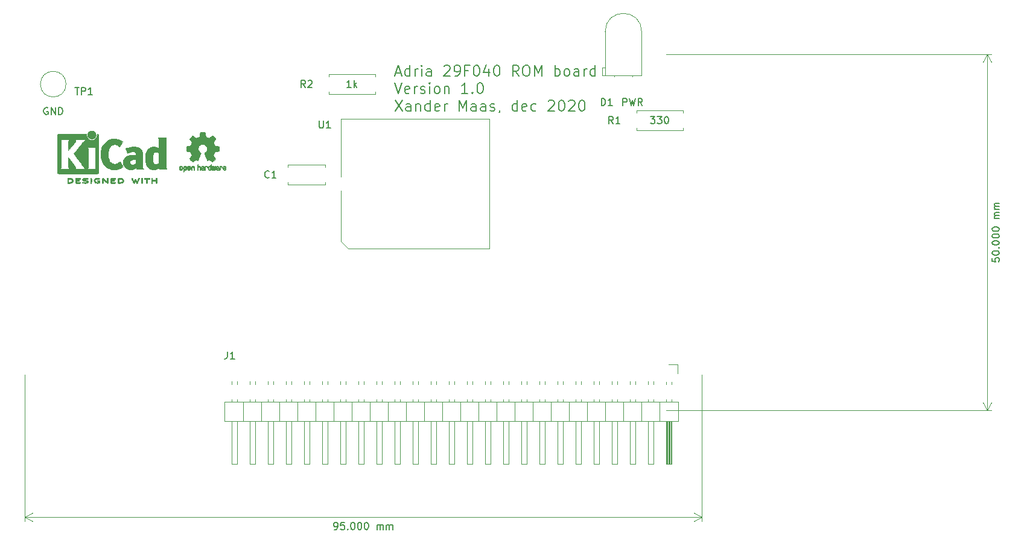
<source format=gbr>
%TF.GenerationSoftware,KiCad,Pcbnew,5.1.9*%
%TF.CreationDate,2020-12-27T17:53:17+01:00*%
%TF.ProjectId,ROM_29F040_PLCC_v1.0,524f4d5f-3239-4463-9034-305f504c4343,1.0*%
%TF.SameCoordinates,Original*%
%TF.FileFunction,Legend,Top*%
%TF.FilePolarity,Positive*%
%FSLAX46Y46*%
G04 Gerber Fmt 4.6, Leading zero omitted, Abs format (unit mm)*
G04 Created by KiCad (PCBNEW 5.1.9) date 2020-12-27 17:53:17*
%MOMM*%
%LPD*%
G01*
G04 APERTURE LIST*
%ADD10C,0.200000*%
%ADD11C,0.150000*%
%ADD12C,0.120000*%
%ADD13C,0.010000*%
G04 APERTURE END LIST*
D10*
X119795714Y-80350000D02*
X120510000Y-80350000D01*
X119652857Y-80778571D02*
X120152857Y-79278571D01*
X120652857Y-80778571D01*
X121795714Y-80778571D02*
X121795714Y-79278571D01*
X121795714Y-80707142D02*
X121652857Y-80778571D01*
X121367142Y-80778571D01*
X121224285Y-80707142D01*
X121152857Y-80635714D01*
X121081428Y-80492857D01*
X121081428Y-80064285D01*
X121152857Y-79921428D01*
X121224285Y-79850000D01*
X121367142Y-79778571D01*
X121652857Y-79778571D01*
X121795714Y-79850000D01*
X122510000Y-80778571D02*
X122510000Y-79778571D01*
X122510000Y-80064285D02*
X122581428Y-79921428D01*
X122652857Y-79850000D01*
X122795714Y-79778571D01*
X122938571Y-79778571D01*
X123438571Y-80778571D02*
X123438571Y-79778571D01*
X123438571Y-79278571D02*
X123367142Y-79350000D01*
X123438571Y-79421428D01*
X123510000Y-79350000D01*
X123438571Y-79278571D01*
X123438571Y-79421428D01*
X124795714Y-80778571D02*
X124795714Y-79992857D01*
X124724285Y-79850000D01*
X124581428Y-79778571D01*
X124295714Y-79778571D01*
X124152857Y-79850000D01*
X124795714Y-80707142D02*
X124652857Y-80778571D01*
X124295714Y-80778571D01*
X124152857Y-80707142D01*
X124081428Y-80564285D01*
X124081428Y-80421428D01*
X124152857Y-80278571D01*
X124295714Y-80207142D01*
X124652857Y-80207142D01*
X124795714Y-80135714D01*
X126581428Y-79421428D02*
X126652857Y-79350000D01*
X126795714Y-79278571D01*
X127152857Y-79278571D01*
X127295714Y-79350000D01*
X127367142Y-79421428D01*
X127438571Y-79564285D01*
X127438571Y-79707142D01*
X127367142Y-79921428D01*
X126510000Y-80778571D01*
X127438571Y-80778571D01*
X128152857Y-80778571D02*
X128438571Y-80778571D01*
X128581428Y-80707142D01*
X128652857Y-80635714D01*
X128795714Y-80421428D01*
X128867142Y-80135714D01*
X128867142Y-79564285D01*
X128795714Y-79421428D01*
X128724285Y-79350000D01*
X128581428Y-79278571D01*
X128295714Y-79278571D01*
X128152857Y-79350000D01*
X128081428Y-79421428D01*
X128010000Y-79564285D01*
X128010000Y-79921428D01*
X128081428Y-80064285D01*
X128152857Y-80135714D01*
X128295714Y-80207142D01*
X128581428Y-80207142D01*
X128724285Y-80135714D01*
X128795714Y-80064285D01*
X128867142Y-79921428D01*
X130010000Y-79992857D02*
X129510000Y-79992857D01*
X129510000Y-80778571D02*
X129510000Y-79278571D01*
X130224285Y-79278571D01*
X131081428Y-79278571D02*
X131224285Y-79278571D01*
X131367142Y-79350000D01*
X131438571Y-79421428D01*
X131510000Y-79564285D01*
X131581428Y-79850000D01*
X131581428Y-80207142D01*
X131510000Y-80492857D01*
X131438571Y-80635714D01*
X131367142Y-80707142D01*
X131224285Y-80778571D01*
X131081428Y-80778571D01*
X130938571Y-80707142D01*
X130867142Y-80635714D01*
X130795714Y-80492857D01*
X130724285Y-80207142D01*
X130724285Y-79850000D01*
X130795714Y-79564285D01*
X130867142Y-79421428D01*
X130938571Y-79350000D01*
X131081428Y-79278571D01*
X132867142Y-79778571D02*
X132867142Y-80778571D01*
X132510000Y-79207142D02*
X132152857Y-80278571D01*
X133081428Y-80278571D01*
X133938571Y-79278571D02*
X134081428Y-79278571D01*
X134224285Y-79350000D01*
X134295714Y-79421428D01*
X134367142Y-79564285D01*
X134438571Y-79850000D01*
X134438571Y-80207142D01*
X134367142Y-80492857D01*
X134295714Y-80635714D01*
X134224285Y-80707142D01*
X134081428Y-80778571D01*
X133938571Y-80778571D01*
X133795714Y-80707142D01*
X133724285Y-80635714D01*
X133652857Y-80492857D01*
X133581428Y-80207142D01*
X133581428Y-79850000D01*
X133652857Y-79564285D01*
X133724285Y-79421428D01*
X133795714Y-79350000D01*
X133938571Y-79278571D01*
X137081428Y-80778571D02*
X136581428Y-80064285D01*
X136224285Y-80778571D02*
X136224285Y-79278571D01*
X136795714Y-79278571D01*
X136938571Y-79350000D01*
X137010000Y-79421428D01*
X137081428Y-79564285D01*
X137081428Y-79778571D01*
X137010000Y-79921428D01*
X136938571Y-79992857D01*
X136795714Y-80064285D01*
X136224285Y-80064285D01*
X138010000Y-79278571D02*
X138295714Y-79278571D01*
X138438571Y-79350000D01*
X138581428Y-79492857D01*
X138652857Y-79778571D01*
X138652857Y-80278571D01*
X138581428Y-80564285D01*
X138438571Y-80707142D01*
X138295714Y-80778571D01*
X138010000Y-80778571D01*
X137867142Y-80707142D01*
X137724285Y-80564285D01*
X137652857Y-80278571D01*
X137652857Y-79778571D01*
X137724285Y-79492857D01*
X137867142Y-79350000D01*
X138010000Y-79278571D01*
X139295714Y-80778571D02*
X139295714Y-79278571D01*
X139795714Y-80350000D01*
X140295714Y-79278571D01*
X140295714Y-80778571D01*
X142152857Y-80778571D02*
X142152857Y-79278571D01*
X142152857Y-79850000D02*
X142295714Y-79778571D01*
X142581428Y-79778571D01*
X142724285Y-79850000D01*
X142795714Y-79921428D01*
X142867142Y-80064285D01*
X142867142Y-80492857D01*
X142795714Y-80635714D01*
X142724285Y-80707142D01*
X142581428Y-80778571D01*
X142295714Y-80778571D01*
X142152857Y-80707142D01*
X143724285Y-80778571D02*
X143581428Y-80707142D01*
X143510000Y-80635714D01*
X143438571Y-80492857D01*
X143438571Y-80064285D01*
X143510000Y-79921428D01*
X143581428Y-79850000D01*
X143724285Y-79778571D01*
X143938571Y-79778571D01*
X144081428Y-79850000D01*
X144152857Y-79921428D01*
X144224285Y-80064285D01*
X144224285Y-80492857D01*
X144152857Y-80635714D01*
X144081428Y-80707142D01*
X143938571Y-80778571D01*
X143724285Y-80778571D01*
X145510000Y-80778571D02*
X145510000Y-79992857D01*
X145438571Y-79850000D01*
X145295714Y-79778571D01*
X145010000Y-79778571D01*
X144867142Y-79850000D01*
X145510000Y-80707142D02*
X145367142Y-80778571D01*
X145010000Y-80778571D01*
X144867142Y-80707142D01*
X144795714Y-80564285D01*
X144795714Y-80421428D01*
X144867142Y-80278571D01*
X145010000Y-80207142D01*
X145367142Y-80207142D01*
X145510000Y-80135714D01*
X146224285Y-80778571D02*
X146224285Y-79778571D01*
X146224285Y-80064285D02*
X146295714Y-79921428D01*
X146367142Y-79850000D01*
X146510000Y-79778571D01*
X146652857Y-79778571D01*
X147795714Y-80778571D02*
X147795714Y-79278571D01*
X147795714Y-80707142D02*
X147652857Y-80778571D01*
X147367142Y-80778571D01*
X147224285Y-80707142D01*
X147152857Y-80635714D01*
X147081428Y-80492857D01*
X147081428Y-80064285D01*
X147152857Y-79921428D01*
X147224285Y-79850000D01*
X147367142Y-79778571D01*
X147652857Y-79778571D01*
X147795714Y-79850000D01*
X119652857Y-81728571D02*
X120152857Y-83228571D01*
X120652857Y-81728571D01*
X121724285Y-83157142D02*
X121581428Y-83228571D01*
X121295714Y-83228571D01*
X121152857Y-83157142D01*
X121081428Y-83014285D01*
X121081428Y-82442857D01*
X121152857Y-82300000D01*
X121295714Y-82228571D01*
X121581428Y-82228571D01*
X121724285Y-82300000D01*
X121795714Y-82442857D01*
X121795714Y-82585714D01*
X121081428Y-82728571D01*
X122438571Y-83228571D02*
X122438571Y-82228571D01*
X122438571Y-82514285D02*
X122510000Y-82371428D01*
X122581428Y-82300000D01*
X122724285Y-82228571D01*
X122867142Y-82228571D01*
X123295714Y-83157142D02*
X123438571Y-83228571D01*
X123724285Y-83228571D01*
X123867142Y-83157142D01*
X123938571Y-83014285D01*
X123938571Y-82942857D01*
X123867142Y-82800000D01*
X123724285Y-82728571D01*
X123510000Y-82728571D01*
X123367142Y-82657142D01*
X123295714Y-82514285D01*
X123295714Y-82442857D01*
X123367142Y-82300000D01*
X123510000Y-82228571D01*
X123724285Y-82228571D01*
X123867142Y-82300000D01*
X124581428Y-83228571D02*
X124581428Y-82228571D01*
X124581428Y-81728571D02*
X124510000Y-81800000D01*
X124581428Y-81871428D01*
X124652857Y-81800000D01*
X124581428Y-81728571D01*
X124581428Y-81871428D01*
X125510000Y-83228571D02*
X125367142Y-83157142D01*
X125295714Y-83085714D01*
X125224285Y-82942857D01*
X125224285Y-82514285D01*
X125295714Y-82371428D01*
X125367142Y-82300000D01*
X125510000Y-82228571D01*
X125724285Y-82228571D01*
X125867142Y-82300000D01*
X125938571Y-82371428D01*
X126010000Y-82514285D01*
X126010000Y-82942857D01*
X125938571Y-83085714D01*
X125867142Y-83157142D01*
X125724285Y-83228571D01*
X125510000Y-83228571D01*
X126652857Y-82228571D02*
X126652857Y-83228571D01*
X126652857Y-82371428D02*
X126724285Y-82300000D01*
X126867142Y-82228571D01*
X127081428Y-82228571D01*
X127224285Y-82300000D01*
X127295714Y-82442857D01*
X127295714Y-83228571D01*
X129938571Y-83228571D02*
X129081428Y-83228571D01*
X129510000Y-83228571D02*
X129510000Y-81728571D01*
X129367142Y-81942857D01*
X129224285Y-82085714D01*
X129081428Y-82157142D01*
X130581428Y-83085714D02*
X130652857Y-83157142D01*
X130581428Y-83228571D01*
X130510000Y-83157142D01*
X130581428Y-83085714D01*
X130581428Y-83228571D01*
X131581428Y-81728571D02*
X131724285Y-81728571D01*
X131867142Y-81800000D01*
X131938571Y-81871428D01*
X132010000Y-82014285D01*
X132081428Y-82300000D01*
X132081428Y-82657142D01*
X132010000Y-82942857D01*
X131938571Y-83085714D01*
X131867142Y-83157142D01*
X131724285Y-83228571D01*
X131581428Y-83228571D01*
X131438571Y-83157142D01*
X131367142Y-83085714D01*
X131295714Y-82942857D01*
X131224285Y-82657142D01*
X131224285Y-82300000D01*
X131295714Y-82014285D01*
X131367142Y-81871428D01*
X131438571Y-81800000D01*
X131581428Y-81728571D01*
X119724285Y-84178571D02*
X120724285Y-85678571D01*
X120724285Y-84178571D02*
X119724285Y-85678571D01*
X121938571Y-85678571D02*
X121938571Y-84892857D01*
X121867142Y-84750000D01*
X121724285Y-84678571D01*
X121438571Y-84678571D01*
X121295714Y-84750000D01*
X121938571Y-85607142D02*
X121795714Y-85678571D01*
X121438571Y-85678571D01*
X121295714Y-85607142D01*
X121224285Y-85464285D01*
X121224285Y-85321428D01*
X121295714Y-85178571D01*
X121438571Y-85107142D01*
X121795714Y-85107142D01*
X121938571Y-85035714D01*
X122652857Y-84678571D02*
X122652857Y-85678571D01*
X122652857Y-84821428D02*
X122724285Y-84750000D01*
X122867142Y-84678571D01*
X123081428Y-84678571D01*
X123224285Y-84750000D01*
X123295714Y-84892857D01*
X123295714Y-85678571D01*
X124652857Y-85678571D02*
X124652857Y-84178571D01*
X124652857Y-85607142D02*
X124510000Y-85678571D01*
X124224285Y-85678571D01*
X124081428Y-85607142D01*
X124010000Y-85535714D01*
X123938571Y-85392857D01*
X123938571Y-84964285D01*
X124010000Y-84821428D01*
X124081428Y-84750000D01*
X124224285Y-84678571D01*
X124510000Y-84678571D01*
X124652857Y-84750000D01*
X125938571Y-85607142D02*
X125795714Y-85678571D01*
X125510000Y-85678571D01*
X125367142Y-85607142D01*
X125295714Y-85464285D01*
X125295714Y-84892857D01*
X125367142Y-84750000D01*
X125510000Y-84678571D01*
X125795714Y-84678571D01*
X125938571Y-84750000D01*
X126010000Y-84892857D01*
X126010000Y-85035714D01*
X125295714Y-85178571D01*
X126652857Y-85678571D02*
X126652857Y-84678571D01*
X126652857Y-84964285D02*
X126724285Y-84821428D01*
X126795714Y-84750000D01*
X126938571Y-84678571D01*
X127081428Y-84678571D01*
X128724285Y-85678571D02*
X128724285Y-84178571D01*
X129224285Y-85250000D01*
X129724285Y-84178571D01*
X129724285Y-85678571D01*
X131081428Y-85678571D02*
X131081428Y-84892857D01*
X131010000Y-84750000D01*
X130867142Y-84678571D01*
X130581428Y-84678571D01*
X130438571Y-84750000D01*
X131081428Y-85607142D02*
X130938571Y-85678571D01*
X130581428Y-85678571D01*
X130438571Y-85607142D01*
X130367142Y-85464285D01*
X130367142Y-85321428D01*
X130438571Y-85178571D01*
X130581428Y-85107142D01*
X130938571Y-85107142D01*
X131081428Y-85035714D01*
X132438571Y-85678571D02*
X132438571Y-84892857D01*
X132367142Y-84750000D01*
X132224285Y-84678571D01*
X131938571Y-84678571D01*
X131795714Y-84750000D01*
X132438571Y-85607142D02*
X132295714Y-85678571D01*
X131938571Y-85678571D01*
X131795714Y-85607142D01*
X131724285Y-85464285D01*
X131724285Y-85321428D01*
X131795714Y-85178571D01*
X131938571Y-85107142D01*
X132295714Y-85107142D01*
X132438571Y-85035714D01*
X133081428Y-85607142D02*
X133224285Y-85678571D01*
X133510000Y-85678571D01*
X133652857Y-85607142D01*
X133724285Y-85464285D01*
X133724285Y-85392857D01*
X133652857Y-85250000D01*
X133510000Y-85178571D01*
X133295714Y-85178571D01*
X133152857Y-85107142D01*
X133081428Y-84964285D01*
X133081428Y-84892857D01*
X133152857Y-84750000D01*
X133295714Y-84678571D01*
X133510000Y-84678571D01*
X133652857Y-84750000D01*
X134438571Y-85607142D02*
X134438571Y-85678571D01*
X134367142Y-85821428D01*
X134295714Y-85892857D01*
X136867142Y-85678571D02*
X136867142Y-84178571D01*
X136867142Y-85607142D02*
X136724285Y-85678571D01*
X136438571Y-85678571D01*
X136295714Y-85607142D01*
X136224285Y-85535714D01*
X136152857Y-85392857D01*
X136152857Y-84964285D01*
X136224285Y-84821428D01*
X136295714Y-84750000D01*
X136438571Y-84678571D01*
X136724285Y-84678571D01*
X136867142Y-84750000D01*
X138152857Y-85607142D02*
X138010000Y-85678571D01*
X137724285Y-85678571D01*
X137581428Y-85607142D01*
X137510000Y-85464285D01*
X137510000Y-84892857D01*
X137581428Y-84750000D01*
X137724285Y-84678571D01*
X138010000Y-84678571D01*
X138152857Y-84750000D01*
X138224285Y-84892857D01*
X138224285Y-85035714D01*
X137510000Y-85178571D01*
X139510000Y-85607142D02*
X139367142Y-85678571D01*
X139081428Y-85678571D01*
X138938571Y-85607142D01*
X138867142Y-85535714D01*
X138795714Y-85392857D01*
X138795714Y-84964285D01*
X138867142Y-84821428D01*
X138938571Y-84750000D01*
X139081428Y-84678571D01*
X139367142Y-84678571D01*
X139510000Y-84750000D01*
X141224285Y-84321428D02*
X141295714Y-84250000D01*
X141438571Y-84178571D01*
X141795714Y-84178571D01*
X141938571Y-84250000D01*
X142010000Y-84321428D01*
X142081428Y-84464285D01*
X142081428Y-84607142D01*
X142010000Y-84821428D01*
X141152857Y-85678571D01*
X142081428Y-85678571D01*
X143010000Y-84178571D02*
X143152857Y-84178571D01*
X143295714Y-84250000D01*
X143367142Y-84321428D01*
X143438571Y-84464285D01*
X143510000Y-84750000D01*
X143510000Y-85107142D01*
X143438571Y-85392857D01*
X143367142Y-85535714D01*
X143295714Y-85607142D01*
X143152857Y-85678571D01*
X143010000Y-85678571D01*
X142867142Y-85607142D01*
X142795714Y-85535714D01*
X142724285Y-85392857D01*
X142652857Y-85107142D01*
X142652857Y-84750000D01*
X142724285Y-84464285D01*
X142795714Y-84321428D01*
X142867142Y-84250000D01*
X143010000Y-84178571D01*
X144081428Y-84321428D02*
X144152857Y-84250000D01*
X144295714Y-84178571D01*
X144652857Y-84178571D01*
X144795714Y-84250000D01*
X144867142Y-84321428D01*
X144938571Y-84464285D01*
X144938571Y-84607142D01*
X144867142Y-84821428D01*
X144010000Y-85678571D01*
X144938571Y-85678571D01*
X145867142Y-84178571D02*
X146010000Y-84178571D01*
X146152857Y-84250000D01*
X146224285Y-84321428D01*
X146295714Y-84464285D01*
X146367142Y-84750000D01*
X146367142Y-85107142D01*
X146295714Y-85392857D01*
X146224285Y-85535714D01*
X146152857Y-85607142D01*
X146010000Y-85678571D01*
X145867142Y-85678571D01*
X145724285Y-85607142D01*
X145652857Y-85535714D01*
X145581428Y-85392857D01*
X145510000Y-85107142D01*
X145510000Y-84750000D01*
X145581428Y-84464285D01*
X145652857Y-84321428D01*
X145724285Y-84250000D01*
X145867142Y-84178571D01*
D11*
X203497380Y-106314047D02*
X203497380Y-106790238D01*
X203973571Y-106837857D01*
X203925952Y-106790238D01*
X203878333Y-106695000D01*
X203878333Y-106456904D01*
X203925952Y-106361666D01*
X203973571Y-106314047D01*
X204068809Y-106266428D01*
X204306904Y-106266428D01*
X204402142Y-106314047D01*
X204449761Y-106361666D01*
X204497380Y-106456904D01*
X204497380Y-106695000D01*
X204449761Y-106790238D01*
X204402142Y-106837857D01*
X203497380Y-105647380D02*
X203497380Y-105552142D01*
X203545000Y-105456904D01*
X203592619Y-105409285D01*
X203687857Y-105361666D01*
X203878333Y-105314047D01*
X204116428Y-105314047D01*
X204306904Y-105361666D01*
X204402142Y-105409285D01*
X204449761Y-105456904D01*
X204497380Y-105552142D01*
X204497380Y-105647380D01*
X204449761Y-105742619D01*
X204402142Y-105790238D01*
X204306904Y-105837857D01*
X204116428Y-105885476D01*
X203878333Y-105885476D01*
X203687857Y-105837857D01*
X203592619Y-105790238D01*
X203545000Y-105742619D01*
X203497380Y-105647380D01*
X204402142Y-104885476D02*
X204449761Y-104837857D01*
X204497380Y-104885476D01*
X204449761Y-104933095D01*
X204402142Y-104885476D01*
X204497380Y-104885476D01*
X203497380Y-104218809D02*
X203497380Y-104123571D01*
X203545000Y-104028333D01*
X203592619Y-103980714D01*
X203687857Y-103933095D01*
X203878333Y-103885476D01*
X204116428Y-103885476D01*
X204306904Y-103933095D01*
X204402142Y-103980714D01*
X204449761Y-104028333D01*
X204497380Y-104123571D01*
X204497380Y-104218809D01*
X204449761Y-104314047D01*
X204402142Y-104361666D01*
X204306904Y-104409285D01*
X204116428Y-104456904D01*
X203878333Y-104456904D01*
X203687857Y-104409285D01*
X203592619Y-104361666D01*
X203545000Y-104314047D01*
X203497380Y-104218809D01*
X203497380Y-103266428D02*
X203497380Y-103171190D01*
X203545000Y-103075952D01*
X203592619Y-103028333D01*
X203687857Y-102980714D01*
X203878333Y-102933095D01*
X204116428Y-102933095D01*
X204306904Y-102980714D01*
X204402142Y-103028333D01*
X204449761Y-103075952D01*
X204497380Y-103171190D01*
X204497380Y-103266428D01*
X204449761Y-103361666D01*
X204402142Y-103409285D01*
X204306904Y-103456904D01*
X204116428Y-103504523D01*
X203878333Y-103504523D01*
X203687857Y-103456904D01*
X203592619Y-103409285D01*
X203545000Y-103361666D01*
X203497380Y-103266428D01*
X203497380Y-102314047D02*
X203497380Y-102218809D01*
X203545000Y-102123571D01*
X203592619Y-102075952D01*
X203687857Y-102028333D01*
X203878333Y-101980714D01*
X204116428Y-101980714D01*
X204306904Y-102028333D01*
X204402142Y-102075952D01*
X204449761Y-102123571D01*
X204497380Y-102218809D01*
X204497380Y-102314047D01*
X204449761Y-102409285D01*
X204402142Y-102456904D01*
X204306904Y-102504523D01*
X204116428Y-102552142D01*
X203878333Y-102552142D01*
X203687857Y-102504523D01*
X203592619Y-102456904D01*
X203545000Y-102409285D01*
X203497380Y-102314047D01*
X204497380Y-100790238D02*
X203830714Y-100790238D01*
X203925952Y-100790238D02*
X203878333Y-100742619D01*
X203830714Y-100647380D01*
X203830714Y-100504523D01*
X203878333Y-100409285D01*
X203973571Y-100361666D01*
X204497380Y-100361666D01*
X203973571Y-100361666D02*
X203878333Y-100314047D01*
X203830714Y-100218809D01*
X203830714Y-100075952D01*
X203878333Y-99980714D01*
X203973571Y-99933095D01*
X204497380Y-99933095D01*
X204497380Y-99456904D02*
X203830714Y-99456904D01*
X203925952Y-99456904D02*
X203878333Y-99409285D01*
X203830714Y-99314047D01*
X203830714Y-99171190D01*
X203878333Y-99075952D01*
X203973571Y-99028333D01*
X204497380Y-99028333D01*
X203973571Y-99028333D02*
X203878333Y-98980714D01*
X203830714Y-98885476D01*
X203830714Y-98742619D01*
X203878333Y-98647380D01*
X203973571Y-98599761D01*
X204497380Y-98599761D01*
D12*
X202775000Y-127695000D02*
X202775000Y-77695000D01*
X157775000Y-127695000D02*
X203361421Y-127695000D01*
X157775000Y-77695000D02*
X203361421Y-77695000D01*
X202775000Y-77695000D02*
X203361421Y-78821504D01*
X202775000Y-77695000D02*
X202188579Y-78821504D01*
X202775000Y-127695000D02*
X203361421Y-126568496D01*
X202775000Y-127695000D02*
X202188579Y-126568496D01*
D11*
X111227380Y-144417380D02*
X111417857Y-144417380D01*
X111513095Y-144369761D01*
X111560714Y-144322142D01*
X111655952Y-144179285D01*
X111703571Y-143988809D01*
X111703571Y-143607857D01*
X111655952Y-143512619D01*
X111608333Y-143465000D01*
X111513095Y-143417380D01*
X111322619Y-143417380D01*
X111227380Y-143465000D01*
X111179761Y-143512619D01*
X111132142Y-143607857D01*
X111132142Y-143845952D01*
X111179761Y-143941190D01*
X111227380Y-143988809D01*
X111322619Y-144036428D01*
X111513095Y-144036428D01*
X111608333Y-143988809D01*
X111655952Y-143941190D01*
X111703571Y-143845952D01*
X112608333Y-143417380D02*
X112132142Y-143417380D01*
X112084523Y-143893571D01*
X112132142Y-143845952D01*
X112227380Y-143798333D01*
X112465476Y-143798333D01*
X112560714Y-143845952D01*
X112608333Y-143893571D01*
X112655952Y-143988809D01*
X112655952Y-144226904D01*
X112608333Y-144322142D01*
X112560714Y-144369761D01*
X112465476Y-144417380D01*
X112227380Y-144417380D01*
X112132142Y-144369761D01*
X112084523Y-144322142D01*
X113084523Y-144322142D02*
X113132142Y-144369761D01*
X113084523Y-144417380D01*
X113036904Y-144369761D01*
X113084523Y-144322142D01*
X113084523Y-144417380D01*
X113751190Y-143417380D02*
X113846428Y-143417380D01*
X113941666Y-143465000D01*
X113989285Y-143512619D01*
X114036904Y-143607857D01*
X114084523Y-143798333D01*
X114084523Y-144036428D01*
X114036904Y-144226904D01*
X113989285Y-144322142D01*
X113941666Y-144369761D01*
X113846428Y-144417380D01*
X113751190Y-144417380D01*
X113655952Y-144369761D01*
X113608333Y-144322142D01*
X113560714Y-144226904D01*
X113513095Y-144036428D01*
X113513095Y-143798333D01*
X113560714Y-143607857D01*
X113608333Y-143512619D01*
X113655952Y-143465000D01*
X113751190Y-143417380D01*
X114703571Y-143417380D02*
X114798809Y-143417380D01*
X114894047Y-143465000D01*
X114941666Y-143512619D01*
X114989285Y-143607857D01*
X115036904Y-143798333D01*
X115036904Y-144036428D01*
X114989285Y-144226904D01*
X114941666Y-144322142D01*
X114894047Y-144369761D01*
X114798809Y-144417380D01*
X114703571Y-144417380D01*
X114608333Y-144369761D01*
X114560714Y-144322142D01*
X114513095Y-144226904D01*
X114465476Y-144036428D01*
X114465476Y-143798333D01*
X114513095Y-143607857D01*
X114560714Y-143512619D01*
X114608333Y-143465000D01*
X114703571Y-143417380D01*
X115655952Y-143417380D02*
X115751190Y-143417380D01*
X115846428Y-143465000D01*
X115894047Y-143512619D01*
X115941666Y-143607857D01*
X115989285Y-143798333D01*
X115989285Y-144036428D01*
X115941666Y-144226904D01*
X115894047Y-144322142D01*
X115846428Y-144369761D01*
X115751190Y-144417380D01*
X115655952Y-144417380D01*
X115560714Y-144369761D01*
X115513095Y-144322142D01*
X115465476Y-144226904D01*
X115417857Y-144036428D01*
X115417857Y-143798333D01*
X115465476Y-143607857D01*
X115513095Y-143512619D01*
X115560714Y-143465000D01*
X115655952Y-143417380D01*
X117179761Y-144417380D02*
X117179761Y-143750714D01*
X117179761Y-143845952D02*
X117227380Y-143798333D01*
X117322619Y-143750714D01*
X117465476Y-143750714D01*
X117560714Y-143798333D01*
X117608333Y-143893571D01*
X117608333Y-144417380D01*
X117608333Y-143893571D02*
X117655952Y-143798333D01*
X117751190Y-143750714D01*
X117894047Y-143750714D01*
X117989285Y-143798333D01*
X118036904Y-143893571D01*
X118036904Y-144417380D01*
X118513095Y-144417380D02*
X118513095Y-143750714D01*
X118513095Y-143845952D02*
X118560714Y-143798333D01*
X118655952Y-143750714D01*
X118798809Y-143750714D01*
X118894047Y-143798333D01*
X118941666Y-143893571D01*
X118941666Y-144417380D01*
X118941666Y-143893571D02*
X118989285Y-143798333D01*
X119084523Y-143750714D01*
X119227380Y-143750714D01*
X119322619Y-143798333D01*
X119370238Y-143893571D01*
X119370238Y-144417380D01*
D12*
X67775000Y-142695000D02*
X162775000Y-142695000D01*
X67775000Y-122695000D02*
X67775000Y-143281421D01*
X162775000Y-122695000D02*
X162775000Y-143281421D01*
X162775000Y-142695000D02*
X161648496Y-143281421D01*
X162775000Y-142695000D02*
X161648496Y-142108579D01*
X67775000Y-142695000D02*
X68901504Y-143281421D01*
X67775000Y-142695000D02*
X68901504Y-142108579D01*
D13*
%TO.C,REF\u002A\u002A*%
G36*
X92813910Y-88682348D02*
G01*
X92892454Y-88682778D01*
X92949298Y-88683942D01*
X92988105Y-88686207D01*
X93012538Y-88689940D01*
X93026262Y-88695506D01*
X93032940Y-88703273D01*
X93036236Y-88713605D01*
X93036556Y-88714943D01*
X93041562Y-88739079D01*
X93050829Y-88786701D01*
X93063392Y-88852741D01*
X93078287Y-88932128D01*
X93094551Y-89019796D01*
X93095119Y-89022875D01*
X93111410Y-89108789D01*
X93126652Y-89184696D01*
X93139861Y-89246045D01*
X93150054Y-89288282D01*
X93156248Y-89306855D01*
X93156543Y-89307184D01*
X93174788Y-89316253D01*
X93212405Y-89331367D01*
X93261271Y-89349262D01*
X93261543Y-89349358D01*
X93323093Y-89372493D01*
X93395657Y-89401965D01*
X93464057Y-89431597D01*
X93467294Y-89433062D01*
X93578702Y-89483626D01*
X93825399Y-89315160D01*
X93901077Y-89263803D01*
X93969631Y-89217889D01*
X94027088Y-89180030D01*
X94069476Y-89152837D01*
X94092825Y-89138921D01*
X94095042Y-89137889D01*
X94112010Y-89142484D01*
X94143701Y-89164655D01*
X94191352Y-89205447D01*
X94256198Y-89265905D01*
X94322397Y-89330227D01*
X94386214Y-89393612D01*
X94443329Y-89451451D01*
X94490305Y-89500175D01*
X94523703Y-89536210D01*
X94540085Y-89555984D01*
X94540694Y-89557002D01*
X94542505Y-89570572D01*
X94535683Y-89592733D01*
X94518540Y-89626478D01*
X94489393Y-89674800D01*
X94446555Y-89740692D01*
X94389448Y-89825517D01*
X94338766Y-89900177D01*
X94293461Y-89967140D01*
X94256150Y-90022516D01*
X94229452Y-90062420D01*
X94215985Y-90082962D01*
X94215137Y-90084356D01*
X94216781Y-90104038D01*
X94229245Y-90142293D01*
X94250048Y-90191889D01*
X94257462Y-90207728D01*
X94289814Y-90278290D01*
X94324328Y-90358353D01*
X94352365Y-90427629D01*
X94372568Y-90479045D01*
X94388615Y-90518119D01*
X94397888Y-90538541D01*
X94399041Y-90540114D01*
X94416096Y-90542721D01*
X94456298Y-90549863D01*
X94514302Y-90560523D01*
X94584763Y-90573685D01*
X94662335Y-90588333D01*
X94741672Y-90603449D01*
X94817431Y-90618018D01*
X94884264Y-90631022D01*
X94936828Y-90641445D01*
X94969776Y-90648270D01*
X94977857Y-90650199D01*
X94986205Y-90654962D01*
X94992506Y-90665718D01*
X94997045Y-90686098D01*
X95000104Y-90719734D01*
X95001967Y-90770255D01*
X95002918Y-90841292D01*
X95003240Y-90936476D01*
X95003257Y-90975492D01*
X95003257Y-91292799D01*
X94927057Y-91307839D01*
X94884663Y-91315995D01*
X94821400Y-91327899D01*
X94744962Y-91342116D01*
X94663043Y-91357210D01*
X94640400Y-91361355D01*
X94564806Y-91376053D01*
X94498953Y-91390505D01*
X94448366Y-91403375D01*
X94418574Y-91413322D01*
X94413612Y-91416287D01*
X94401426Y-91437283D01*
X94383953Y-91477967D01*
X94364577Y-91530322D01*
X94360734Y-91541600D01*
X94335339Y-91611523D01*
X94303817Y-91690418D01*
X94272969Y-91761266D01*
X94272817Y-91761595D01*
X94221447Y-91872733D01*
X94390399Y-92121253D01*
X94559352Y-92369772D01*
X94342429Y-92587058D01*
X94276819Y-92651726D01*
X94216979Y-92708733D01*
X94166267Y-92755033D01*
X94128046Y-92787584D01*
X94105675Y-92803343D01*
X94102466Y-92804343D01*
X94083626Y-92796469D01*
X94045180Y-92774578D01*
X93991330Y-92741267D01*
X93926276Y-92699131D01*
X93855940Y-92651943D01*
X93784555Y-92603810D01*
X93720908Y-92561928D01*
X93669041Y-92528871D01*
X93632995Y-92507218D01*
X93616867Y-92499543D01*
X93597189Y-92506037D01*
X93559875Y-92523150D01*
X93512621Y-92547326D01*
X93507612Y-92550013D01*
X93443977Y-92581927D01*
X93400341Y-92597579D01*
X93373202Y-92597745D01*
X93359057Y-92583204D01*
X93358975Y-92583000D01*
X93351905Y-92565779D01*
X93335042Y-92524899D01*
X93309695Y-92463525D01*
X93277171Y-92384819D01*
X93238778Y-92291947D01*
X93195822Y-92188072D01*
X93154222Y-92087502D01*
X93108504Y-91976516D01*
X93066526Y-91873703D01*
X93029548Y-91782215D01*
X92998827Y-91705201D01*
X92975622Y-91645815D01*
X92961190Y-91607209D01*
X92956743Y-91592800D01*
X92967896Y-91576272D01*
X92997069Y-91549930D01*
X93035971Y-91520887D01*
X93146757Y-91429039D01*
X93233351Y-91323759D01*
X93294716Y-91207266D01*
X93329815Y-91081776D01*
X93337608Y-90949507D01*
X93331943Y-90888457D01*
X93301078Y-90761795D01*
X93247920Y-90649941D01*
X93175767Y-90554001D01*
X93087917Y-90475076D01*
X92987665Y-90414270D01*
X92878310Y-90372687D01*
X92763147Y-90351428D01*
X92645475Y-90351599D01*
X92528590Y-90374301D01*
X92415789Y-90420638D01*
X92310369Y-90491713D01*
X92266368Y-90531911D01*
X92181979Y-90635129D01*
X92123222Y-90747925D01*
X92089704Y-90867010D01*
X92081035Y-90989095D01*
X92096823Y-91110893D01*
X92136678Y-91229116D01*
X92200207Y-91340475D01*
X92287021Y-91441684D01*
X92384029Y-91520887D01*
X92424437Y-91551162D01*
X92452982Y-91577219D01*
X92463257Y-91592825D01*
X92457877Y-91609843D01*
X92442575Y-91650500D01*
X92418612Y-91711642D01*
X92387244Y-91790119D01*
X92349732Y-91882780D01*
X92307333Y-91986472D01*
X92265663Y-92087526D01*
X92219690Y-92198607D01*
X92177107Y-92301541D01*
X92139221Y-92393165D01*
X92107340Y-92470316D01*
X92082771Y-92529831D01*
X92066820Y-92568544D01*
X92060910Y-92583000D01*
X92046948Y-92597685D01*
X92019940Y-92597642D01*
X91976413Y-92582099D01*
X91912890Y-92550284D01*
X91912388Y-92550013D01*
X91864560Y-92525323D01*
X91825897Y-92507338D01*
X91804095Y-92499614D01*
X91803133Y-92499543D01*
X91786721Y-92507378D01*
X91750487Y-92529165D01*
X91698474Y-92562328D01*
X91634725Y-92604291D01*
X91564060Y-92651943D01*
X91492116Y-92700191D01*
X91427274Y-92742151D01*
X91373735Y-92775227D01*
X91335697Y-92796821D01*
X91317533Y-92804343D01*
X91300808Y-92794457D01*
X91267180Y-92766826D01*
X91220010Y-92724495D01*
X91162658Y-92670505D01*
X91098484Y-92607899D01*
X91077497Y-92586983D01*
X90860499Y-92369623D01*
X91025668Y-92127220D01*
X91075864Y-92052781D01*
X91119919Y-91985972D01*
X91155362Y-91930665D01*
X91179719Y-91890729D01*
X91190522Y-91870036D01*
X91190838Y-91868563D01*
X91185143Y-91849058D01*
X91169826Y-91809822D01*
X91147537Y-91757430D01*
X91131893Y-91722355D01*
X91102641Y-91655201D01*
X91075094Y-91587358D01*
X91053737Y-91530034D01*
X91047935Y-91512572D01*
X91031452Y-91465938D01*
X91015340Y-91429905D01*
X91006490Y-91416287D01*
X90986960Y-91407952D01*
X90944334Y-91396137D01*
X90884145Y-91382181D01*
X90811922Y-91367422D01*
X90779600Y-91361355D01*
X90697522Y-91346273D01*
X90618795Y-91331669D01*
X90551109Y-91318980D01*
X90502160Y-91309642D01*
X90492943Y-91307839D01*
X90416743Y-91292799D01*
X90416743Y-90975492D01*
X90416914Y-90871154D01*
X90417616Y-90792213D01*
X90419134Y-90735038D01*
X90421749Y-90695999D01*
X90425746Y-90671465D01*
X90431409Y-90657805D01*
X90439020Y-90651389D01*
X90442143Y-90650199D01*
X90460978Y-90645980D01*
X90502588Y-90637562D01*
X90561630Y-90625961D01*
X90632757Y-90612195D01*
X90710625Y-90597280D01*
X90789887Y-90582232D01*
X90865198Y-90568069D01*
X90931213Y-90555806D01*
X90982587Y-90546461D01*
X91013975Y-90541050D01*
X91020959Y-90540114D01*
X91027285Y-90527596D01*
X91041290Y-90494246D01*
X91060355Y-90446377D01*
X91067634Y-90427629D01*
X91096996Y-90355195D01*
X91131571Y-90275170D01*
X91162537Y-90207728D01*
X91185323Y-90156159D01*
X91200482Y-90113785D01*
X91205542Y-90087834D01*
X91204736Y-90084356D01*
X91194041Y-90067936D01*
X91169620Y-90031417D01*
X91134095Y-89978687D01*
X91090087Y-89913635D01*
X91040217Y-89840151D01*
X91030356Y-89825645D01*
X90972492Y-89739704D01*
X90929956Y-89674261D01*
X90901054Y-89626304D01*
X90884090Y-89592820D01*
X90877367Y-89570795D01*
X90879190Y-89557217D01*
X90879236Y-89557131D01*
X90893586Y-89539297D01*
X90925323Y-89504817D01*
X90971010Y-89457268D01*
X91027204Y-89400222D01*
X91090468Y-89337255D01*
X91097602Y-89330227D01*
X91177330Y-89253020D01*
X91238857Y-89196330D01*
X91283421Y-89159110D01*
X91312257Y-89140315D01*
X91324958Y-89137889D01*
X91343494Y-89148471D01*
X91381961Y-89172916D01*
X91436386Y-89208612D01*
X91502798Y-89252947D01*
X91577225Y-89303311D01*
X91594601Y-89315160D01*
X91841297Y-89483626D01*
X91952706Y-89433062D01*
X92020457Y-89403595D01*
X92093183Y-89373959D01*
X92155703Y-89350330D01*
X92158457Y-89349358D01*
X92207360Y-89331457D01*
X92245057Y-89316320D01*
X92263425Y-89307210D01*
X92263456Y-89307184D01*
X92269285Y-89290717D01*
X92279192Y-89250219D01*
X92292195Y-89190242D01*
X92307309Y-89115340D01*
X92323552Y-89030064D01*
X92324881Y-89022875D01*
X92341175Y-88935014D01*
X92356133Y-88855260D01*
X92368791Y-88788681D01*
X92378186Y-88740347D01*
X92383354Y-88715325D01*
X92383444Y-88714943D01*
X92386589Y-88704299D01*
X92392704Y-88696262D01*
X92405453Y-88690467D01*
X92428500Y-88686547D01*
X92465509Y-88684135D01*
X92520144Y-88682865D01*
X92596067Y-88682371D01*
X92696944Y-88682286D01*
X92710000Y-88682286D01*
X92813910Y-88682348D01*
G37*
X92813910Y-88682348D02*
X92892454Y-88682778D01*
X92949298Y-88683942D01*
X92988105Y-88686207D01*
X93012538Y-88689940D01*
X93026262Y-88695506D01*
X93032940Y-88703273D01*
X93036236Y-88713605D01*
X93036556Y-88714943D01*
X93041562Y-88739079D01*
X93050829Y-88786701D01*
X93063392Y-88852741D01*
X93078287Y-88932128D01*
X93094551Y-89019796D01*
X93095119Y-89022875D01*
X93111410Y-89108789D01*
X93126652Y-89184696D01*
X93139861Y-89246045D01*
X93150054Y-89288282D01*
X93156248Y-89306855D01*
X93156543Y-89307184D01*
X93174788Y-89316253D01*
X93212405Y-89331367D01*
X93261271Y-89349262D01*
X93261543Y-89349358D01*
X93323093Y-89372493D01*
X93395657Y-89401965D01*
X93464057Y-89431597D01*
X93467294Y-89433062D01*
X93578702Y-89483626D01*
X93825399Y-89315160D01*
X93901077Y-89263803D01*
X93969631Y-89217889D01*
X94027088Y-89180030D01*
X94069476Y-89152837D01*
X94092825Y-89138921D01*
X94095042Y-89137889D01*
X94112010Y-89142484D01*
X94143701Y-89164655D01*
X94191352Y-89205447D01*
X94256198Y-89265905D01*
X94322397Y-89330227D01*
X94386214Y-89393612D01*
X94443329Y-89451451D01*
X94490305Y-89500175D01*
X94523703Y-89536210D01*
X94540085Y-89555984D01*
X94540694Y-89557002D01*
X94542505Y-89570572D01*
X94535683Y-89592733D01*
X94518540Y-89626478D01*
X94489393Y-89674800D01*
X94446555Y-89740692D01*
X94389448Y-89825517D01*
X94338766Y-89900177D01*
X94293461Y-89967140D01*
X94256150Y-90022516D01*
X94229452Y-90062420D01*
X94215985Y-90082962D01*
X94215137Y-90084356D01*
X94216781Y-90104038D01*
X94229245Y-90142293D01*
X94250048Y-90191889D01*
X94257462Y-90207728D01*
X94289814Y-90278290D01*
X94324328Y-90358353D01*
X94352365Y-90427629D01*
X94372568Y-90479045D01*
X94388615Y-90518119D01*
X94397888Y-90538541D01*
X94399041Y-90540114D01*
X94416096Y-90542721D01*
X94456298Y-90549863D01*
X94514302Y-90560523D01*
X94584763Y-90573685D01*
X94662335Y-90588333D01*
X94741672Y-90603449D01*
X94817431Y-90618018D01*
X94884264Y-90631022D01*
X94936828Y-90641445D01*
X94969776Y-90648270D01*
X94977857Y-90650199D01*
X94986205Y-90654962D01*
X94992506Y-90665718D01*
X94997045Y-90686098D01*
X95000104Y-90719734D01*
X95001967Y-90770255D01*
X95002918Y-90841292D01*
X95003240Y-90936476D01*
X95003257Y-90975492D01*
X95003257Y-91292799D01*
X94927057Y-91307839D01*
X94884663Y-91315995D01*
X94821400Y-91327899D01*
X94744962Y-91342116D01*
X94663043Y-91357210D01*
X94640400Y-91361355D01*
X94564806Y-91376053D01*
X94498953Y-91390505D01*
X94448366Y-91403375D01*
X94418574Y-91413322D01*
X94413612Y-91416287D01*
X94401426Y-91437283D01*
X94383953Y-91477967D01*
X94364577Y-91530322D01*
X94360734Y-91541600D01*
X94335339Y-91611523D01*
X94303817Y-91690418D01*
X94272969Y-91761266D01*
X94272817Y-91761595D01*
X94221447Y-91872733D01*
X94390399Y-92121253D01*
X94559352Y-92369772D01*
X94342429Y-92587058D01*
X94276819Y-92651726D01*
X94216979Y-92708733D01*
X94166267Y-92755033D01*
X94128046Y-92787584D01*
X94105675Y-92803343D01*
X94102466Y-92804343D01*
X94083626Y-92796469D01*
X94045180Y-92774578D01*
X93991330Y-92741267D01*
X93926276Y-92699131D01*
X93855940Y-92651943D01*
X93784555Y-92603810D01*
X93720908Y-92561928D01*
X93669041Y-92528871D01*
X93632995Y-92507218D01*
X93616867Y-92499543D01*
X93597189Y-92506037D01*
X93559875Y-92523150D01*
X93512621Y-92547326D01*
X93507612Y-92550013D01*
X93443977Y-92581927D01*
X93400341Y-92597579D01*
X93373202Y-92597745D01*
X93359057Y-92583204D01*
X93358975Y-92583000D01*
X93351905Y-92565779D01*
X93335042Y-92524899D01*
X93309695Y-92463525D01*
X93277171Y-92384819D01*
X93238778Y-92291947D01*
X93195822Y-92188072D01*
X93154222Y-92087502D01*
X93108504Y-91976516D01*
X93066526Y-91873703D01*
X93029548Y-91782215D01*
X92998827Y-91705201D01*
X92975622Y-91645815D01*
X92961190Y-91607209D01*
X92956743Y-91592800D01*
X92967896Y-91576272D01*
X92997069Y-91549930D01*
X93035971Y-91520887D01*
X93146757Y-91429039D01*
X93233351Y-91323759D01*
X93294716Y-91207266D01*
X93329815Y-91081776D01*
X93337608Y-90949507D01*
X93331943Y-90888457D01*
X93301078Y-90761795D01*
X93247920Y-90649941D01*
X93175767Y-90554001D01*
X93087917Y-90475076D01*
X92987665Y-90414270D01*
X92878310Y-90372687D01*
X92763147Y-90351428D01*
X92645475Y-90351599D01*
X92528590Y-90374301D01*
X92415789Y-90420638D01*
X92310369Y-90491713D01*
X92266368Y-90531911D01*
X92181979Y-90635129D01*
X92123222Y-90747925D01*
X92089704Y-90867010D01*
X92081035Y-90989095D01*
X92096823Y-91110893D01*
X92136678Y-91229116D01*
X92200207Y-91340475D01*
X92287021Y-91441684D01*
X92384029Y-91520887D01*
X92424437Y-91551162D01*
X92452982Y-91577219D01*
X92463257Y-91592825D01*
X92457877Y-91609843D01*
X92442575Y-91650500D01*
X92418612Y-91711642D01*
X92387244Y-91790119D01*
X92349732Y-91882780D01*
X92307333Y-91986472D01*
X92265663Y-92087526D01*
X92219690Y-92198607D01*
X92177107Y-92301541D01*
X92139221Y-92393165D01*
X92107340Y-92470316D01*
X92082771Y-92529831D01*
X92066820Y-92568544D01*
X92060910Y-92583000D01*
X92046948Y-92597685D01*
X92019940Y-92597642D01*
X91976413Y-92582099D01*
X91912890Y-92550284D01*
X91912388Y-92550013D01*
X91864560Y-92525323D01*
X91825897Y-92507338D01*
X91804095Y-92499614D01*
X91803133Y-92499543D01*
X91786721Y-92507378D01*
X91750487Y-92529165D01*
X91698474Y-92562328D01*
X91634725Y-92604291D01*
X91564060Y-92651943D01*
X91492116Y-92700191D01*
X91427274Y-92742151D01*
X91373735Y-92775227D01*
X91335697Y-92796821D01*
X91317533Y-92804343D01*
X91300808Y-92794457D01*
X91267180Y-92766826D01*
X91220010Y-92724495D01*
X91162658Y-92670505D01*
X91098484Y-92607899D01*
X91077497Y-92586983D01*
X90860499Y-92369623D01*
X91025668Y-92127220D01*
X91075864Y-92052781D01*
X91119919Y-91985972D01*
X91155362Y-91930665D01*
X91179719Y-91890729D01*
X91190522Y-91870036D01*
X91190838Y-91868563D01*
X91185143Y-91849058D01*
X91169826Y-91809822D01*
X91147537Y-91757430D01*
X91131893Y-91722355D01*
X91102641Y-91655201D01*
X91075094Y-91587358D01*
X91053737Y-91530034D01*
X91047935Y-91512572D01*
X91031452Y-91465938D01*
X91015340Y-91429905D01*
X91006490Y-91416287D01*
X90986960Y-91407952D01*
X90944334Y-91396137D01*
X90884145Y-91382181D01*
X90811922Y-91367422D01*
X90779600Y-91361355D01*
X90697522Y-91346273D01*
X90618795Y-91331669D01*
X90551109Y-91318980D01*
X90502160Y-91309642D01*
X90492943Y-91307839D01*
X90416743Y-91292799D01*
X90416743Y-90975492D01*
X90416914Y-90871154D01*
X90417616Y-90792213D01*
X90419134Y-90735038D01*
X90421749Y-90695999D01*
X90425746Y-90671465D01*
X90431409Y-90657805D01*
X90439020Y-90651389D01*
X90442143Y-90650199D01*
X90460978Y-90645980D01*
X90502588Y-90637562D01*
X90561630Y-90625961D01*
X90632757Y-90612195D01*
X90710625Y-90597280D01*
X90789887Y-90582232D01*
X90865198Y-90568069D01*
X90931213Y-90555806D01*
X90982587Y-90546461D01*
X91013975Y-90541050D01*
X91020959Y-90540114D01*
X91027285Y-90527596D01*
X91041290Y-90494246D01*
X91060355Y-90446377D01*
X91067634Y-90427629D01*
X91096996Y-90355195D01*
X91131571Y-90275170D01*
X91162537Y-90207728D01*
X91185323Y-90156159D01*
X91200482Y-90113785D01*
X91205542Y-90087834D01*
X91204736Y-90084356D01*
X91194041Y-90067936D01*
X91169620Y-90031417D01*
X91134095Y-89978687D01*
X91090087Y-89913635D01*
X91040217Y-89840151D01*
X91030356Y-89825645D01*
X90972492Y-89739704D01*
X90929956Y-89674261D01*
X90901054Y-89626304D01*
X90884090Y-89592820D01*
X90877367Y-89570795D01*
X90879190Y-89557217D01*
X90879236Y-89557131D01*
X90893586Y-89539297D01*
X90925323Y-89504817D01*
X90971010Y-89457268D01*
X91027204Y-89400222D01*
X91090468Y-89337255D01*
X91097602Y-89330227D01*
X91177330Y-89253020D01*
X91238857Y-89196330D01*
X91283421Y-89159110D01*
X91312257Y-89140315D01*
X91324958Y-89137889D01*
X91343494Y-89148471D01*
X91381961Y-89172916D01*
X91436386Y-89208612D01*
X91502798Y-89252947D01*
X91577225Y-89303311D01*
X91594601Y-89315160D01*
X91841297Y-89483626D01*
X91952706Y-89433062D01*
X92020457Y-89403595D01*
X92093183Y-89373959D01*
X92155703Y-89350330D01*
X92158457Y-89349358D01*
X92207360Y-89331457D01*
X92245057Y-89316320D01*
X92263425Y-89307210D01*
X92263456Y-89307184D01*
X92269285Y-89290717D01*
X92279192Y-89250219D01*
X92292195Y-89190242D01*
X92307309Y-89115340D01*
X92323552Y-89030064D01*
X92324881Y-89022875D01*
X92341175Y-88935014D01*
X92356133Y-88855260D01*
X92368791Y-88788681D01*
X92378186Y-88740347D01*
X92383354Y-88715325D01*
X92383444Y-88714943D01*
X92386589Y-88704299D01*
X92392704Y-88696262D01*
X92405453Y-88690467D01*
X92428500Y-88686547D01*
X92465509Y-88684135D01*
X92520144Y-88682865D01*
X92596067Y-88682371D01*
X92696944Y-88682286D01*
X92710000Y-88682286D01*
X92813910Y-88682348D01*
G36*
X95863595Y-93406966D02*
G01*
X95921021Y-93444497D01*
X95948719Y-93478096D01*
X95970662Y-93539064D01*
X95972405Y-93587308D01*
X95968457Y-93651816D01*
X95819686Y-93716934D01*
X95747349Y-93750202D01*
X95700084Y-93776964D01*
X95675507Y-93800144D01*
X95671237Y-93822667D01*
X95684889Y-93847455D01*
X95699943Y-93863886D01*
X95743746Y-93890235D01*
X95791389Y-93892081D01*
X95835145Y-93871546D01*
X95867289Y-93830752D01*
X95873038Y-93816347D01*
X95900576Y-93771356D01*
X95932258Y-93752182D01*
X95975714Y-93735779D01*
X95975714Y-93797966D01*
X95971872Y-93840283D01*
X95956823Y-93875969D01*
X95925280Y-93916943D01*
X95920592Y-93922267D01*
X95885506Y-93958720D01*
X95855347Y-93978283D01*
X95817615Y-93987283D01*
X95786335Y-93990230D01*
X95730385Y-93990965D01*
X95690555Y-93981660D01*
X95665708Y-93967846D01*
X95626656Y-93937467D01*
X95599625Y-93904613D01*
X95582517Y-93863294D01*
X95573238Y-93807521D01*
X95569693Y-93731305D01*
X95569410Y-93692622D01*
X95570372Y-93646247D01*
X95658007Y-93646247D01*
X95659023Y-93671126D01*
X95661556Y-93675200D01*
X95678274Y-93669665D01*
X95714249Y-93655017D01*
X95762331Y-93634190D01*
X95772386Y-93629714D01*
X95833152Y-93598814D01*
X95866632Y-93571657D01*
X95873990Y-93546220D01*
X95856391Y-93520481D01*
X95841856Y-93509109D01*
X95789410Y-93486364D01*
X95740322Y-93490122D01*
X95699227Y-93517884D01*
X95670758Y-93567152D01*
X95661631Y-93606257D01*
X95658007Y-93646247D01*
X95570372Y-93646247D01*
X95571285Y-93602249D01*
X95578196Y-93535384D01*
X95591884Y-93486695D01*
X95614096Y-93450849D01*
X95646574Y-93422513D01*
X95660733Y-93413355D01*
X95725053Y-93389507D01*
X95795473Y-93388006D01*
X95863595Y-93406966D01*
G37*
X95863595Y-93406966D02*
X95921021Y-93444497D01*
X95948719Y-93478096D01*
X95970662Y-93539064D01*
X95972405Y-93587308D01*
X95968457Y-93651816D01*
X95819686Y-93716934D01*
X95747349Y-93750202D01*
X95700084Y-93776964D01*
X95675507Y-93800144D01*
X95671237Y-93822667D01*
X95684889Y-93847455D01*
X95699943Y-93863886D01*
X95743746Y-93890235D01*
X95791389Y-93892081D01*
X95835145Y-93871546D01*
X95867289Y-93830752D01*
X95873038Y-93816347D01*
X95900576Y-93771356D01*
X95932258Y-93752182D01*
X95975714Y-93735779D01*
X95975714Y-93797966D01*
X95971872Y-93840283D01*
X95956823Y-93875969D01*
X95925280Y-93916943D01*
X95920592Y-93922267D01*
X95885506Y-93958720D01*
X95855347Y-93978283D01*
X95817615Y-93987283D01*
X95786335Y-93990230D01*
X95730385Y-93990965D01*
X95690555Y-93981660D01*
X95665708Y-93967846D01*
X95626656Y-93937467D01*
X95599625Y-93904613D01*
X95582517Y-93863294D01*
X95573238Y-93807521D01*
X95569693Y-93731305D01*
X95569410Y-93692622D01*
X95570372Y-93646247D01*
X95658007Y-93646247D01*
X95659023Y-93671126D01*
X95661556Y-93675200D01*
X95678274Y-93669665D01*
X95714249Y-93655017D01*
X95762331Y-93634190D01*
X95772386Y-93629714D01*
X95833152Y-93598814D01*
X95866632Y-93571657D01*
X95873990Y-93546220D01*
X95856391Y-93520481D01*
X95841856Y-93509109D01*
X95789410Y-93486364D01*
X95740322Y-93490122D01*
X95699227Y-93517884D01*
X95670758Y-93567152D01*
X95661631Y-93606257D01*
X95658007Y-93646247D01*
X95570372Y-93646247D01*
X95571285Y-93602249D01*
X95578196Y-93535384D01*
X95591884Y-93486695D01*
X95614096Y-93450849D01*
X95646574Y-93422513D01*
X95660733Y-93413355D01*
X95725053Y-93389507D01*
X95795473Y-93388006D01*
X95863595Y-93406966D01*
G36*
X95362600Y-93398752D02*
G01*
X95379948Y-93406334D01*
X95421356Y-93439128D01*
X95456765Y-93486547D01*
X95478664Y-93537151D01*
X95482229Y-93562098D01*
X95470279Y-93596927D01*
X95444067Y-93615357D01*
X95415964Y-93626516D01*
X95403095Y-93628572D01*
X95396829Y-93613649D01*
X95384456Y-93581175D01*
X95379028Y-93566502D01*
X95348590Y-93515744D01*
X95304520Y-93490427D01*
X95248010Y-93491206D01*
X95243825Y-93492203D01*
X95213655Y-93506507D01*
X95191476Y-93534393D01*
X95176327Y-93579287D01*
X95167250Y-93644615D01*
X95163286Y-93733804D01*
X95162914Y-93781261D01*
X95162730Y-93856071D01*
X95161522Y-93907069D01*
X95158309Y-93939471D01*
X95152109Y-93958495D01*
X95141940Y-93969356D01*
X95126819Y-93977272D01*
X95125946Y-93977670D01*
X95096828Y-93989981D01*
X95082403Y-93994514D01*
X95080186Y-93980809D01*
X95078289Y-93942925D01*
X95076847Y-93885715D01*
X95075998Y-93814027D01*
X95075829Y-93761565D01*
X95076692Y-93660047D01*
X95080070Y-93583032D01*
X95087142Y-93526023D01*
X95099088Y-93484526D01*
X95117090Y-93454043D01*
X95142327Y-93430080D01*
X95167247Y-93413355D01*
X95227171Y-93391097D01*
X95296911Y-93386076D01*
X95362600Y-93398752D01*
G37*
X95362600Y-93398752D02*
X95379948Y-93406334D01*
X95421356Y-93439128D01*
X95456765Y-93486547D01*
X95478664Y-93537151D01*
X95482229Y-93562098D01*
X95470279Y-93596927D01*
X95444067Y-93615357D01*
X95415964Y-93626516D01*
X95403095Y-93628572D01*
X95396829Y-93613649D01*
X95384456Y-93581175D01*
X95379028Y-93566502D01*
X95348590Y-93515744D01*
X95304520Y-93490427D01*
X95248010Y-93491206D01*
X95243825Y-93492203D01*
X95213655Y-93506507D01*
X95191476Y-93534393D01*
X95176327Y-93579287D01*
X95167250Y-93644615D01*
X95163286Y-93733804D01*
X95162914Y-93781261D01*
X95162730Y-93856071D01*
X95161522Y-93907069D01*
X95158309Y-93939471D01*
X95152109Y-93958495D01*
X95141940Y-93969356D01*
X95126819Y-93977272D01*
X95125946Y-93977670D01*
X95096828Y-93989981D01*
X95082403Y-93994514D01*
X95080186Y-93980809D01*
X95078289Y-93942925D01*
X95076847Y-93885715D01*
X95075998Y-93814027D01*
X95075829Y-93761565D01*
X95076692Y-93660047D01*
X95080070Y-93583032D01*
X95087142Y-93526023D01*
X95099088Y-93484526D01*
X95117090Y-93454043D01*
X95142327Y-93430080D01*
X95167247Y-93413355D01*
X95227171Y-93391097D01*
X95296911Y-93386076D01*
X95362600Y-93398752D01*
G36*
X94854876Y-93396335D02*
G01*
X94896667Y-93415344D01*
X94929469Y-93438378D01*
X94953503Y-93464133D01*
X94970097Y-93497358D01*
X94980577Y-93542800D01*
X94986271Y-93605207D01*
X94988507Y-93689327D01*
X94988743Y-93744721D01*
X94988743Y-93960826D01*
X94951774Y-93977670D01*
X94922656Y-93989981D01*
X94908231Y-93994514D01*
X94905472Y-93981025D01*
X94903282Y-93944653D01*
X94901942Y-93891542D01*
X94901657Y-93849372D01*
X94900434Y-93788447D01*
X94897136Y-93740115D01*
X94892321Y-93710518D01*
X94888496Y-93704229D01*
X94862783Y-93710652D01*
X94822418Y-93727125D01*
X94775679Y-93749458D01*
X94730845Y-93773457D01*
X94696193Y-93794930D01*
X94680002Y-93809685D01*
X94679938Y-93809845D01*
X94681330Y-93837152D01*
X94693818Y-93863219D01*
X94715743Y-93884392D01*
X94747743Y-93891474D01*
X94775092Y-93890649D01*
X94813826Y-93890042D01*
X94834158Y-93899116D01*
X94846369Y-93923092D01*
X94847909Y-93927613D01*
X94853203Y-93961806D01*
X94839047Y-93982568D01*
X94802148Y-93992462D01*
X94762289Y-93994292D01*
X94690562Y-93980727D01*
X94653432Y-93961355D01*
X94607576Y-93915845D01*
X94583256Y-93859983D01*
X94581073Y-93800957D01*
X94601629Y-93745953D01*
X94632549Y-93711486D01*
X94663420Y-93692189D01*
X94711942Y-93667759D01*
X94768485Y-93642985D01*
X94777910Y-93639199D01*
X94840019Y-93611791D01*
X94875822Y-93587634D01*
X94887337Y-93563619D01*
X94876580Y-93536635D01*
X94858114Y-93515543D01*
X94814469Y-93489572D01*
X94766446Y-93487624D01*
X94722406Y-93507637D01*
X94690709Y-93547551D01*
X94686549Y-93557848D01*
X94662327Y-93595724D01*
X94626965Y-93623842D01*
X94582343Y-93646917D01*
X94582343Y-93581485D01*
X94584969Y-93541506D01*
X94596230Y-93509997D01*
X94621199Y-93476378D01*
X94645169Y-93450484D01*
X94682441Y-93413817D01*
X94711401Y-93394121D01*
X94742505Y-93386220D01*
X94777713Y-93384914D01*
X94854876Y-93396335D01*
G37*
X94854876Y-93396335D02*
X94896667Y-93415344D01*
X94929469Y-93438378D01*
X94953503Y-93464133D01*
X94970097Y-93497358D01*
X94980577Y-93542800D01*
X94986271Y-93605207D01*
X94988507Y-93689327D01*
X94988743Y-93744721D01*
X94988743Y-93960826D01*
X94951774Y-93977670D01*
X94922656Y-93989981D01*
X94908231Y-93994514D01*
X94905472Y-93981025D01*
X94903282Y-93944653D01*
X94901942Y-93891542D01*
X94901657Y-93849372D01*
X94900434Y-93788447D01*
X94897136Y-93740115D01*
X94892321Y-93710518D01*
X94888496Y-93704229D01*
X94862783Y-93710652D01*
X94822418Y-93727125D01*
X94775679Y-93749458D01*
X94730845Y-93773457D01*
X94696193Y-93794930D01*
X94680002Y-93809685D01*
X94679938Y-93809845D01*
X94681330Y-93837152D01*
X94693818Y-93863219D01*
X94715743Y-93884392D01*
X94747743Y-93891474D01*
X94775092Y-93890649D01*
X94813826Y-93890042D01*
X94834158Y-93899116D01*
X94846369Y-93923092D01*
X94847909Y-93927613D01*
X94853203Y-93961806D01*
X94839047Y-93982568D01*
X94802148Y-93992462D01*
X94762289Y-93994292D01*
X94690562Y-93980727D01*
X94653432Y-93961355D01*
X94607576Y-93915845D01*
X94583256Y-93859983D01*
X94581073Y-93800957D01*
X94601629Y-93745953D01*
X94632549Y-93711486D01*
X94663420Y-93692189D01*
X94711942Y-93667759D01*
X94768485Y-93642985D01*
X94777910Y-93639199D01*
X94840019Y-93611791D01*
X94875822Y-93587634D01*
X94887337Y-93563619D01*
X94876580Y-93536635D01*
X94858114Y-93515543D01*
X94814469Y-93489572D01*
X94766446Y-93487624D01*
X94722406Y-93507637D01*
X94690709Y-93547551D01*
X94686549Y-93557848D01*
X94662327Y-93595724D01*
X94626965Y-93623842D01*
X94582343Y-93646917D01*
X94582343Y-93581485D01*
X94584969Y-93541506D01*
X94596230Y-93509997D01*
X94621199Y-93476378D01*
X94645169Y-93450484D01*
X94682441Y-93413817D01*
X94711401Y-93394121D01*
X94742505Y-93386220D01*
X94777713Y-93384914D01*
X94854876Y-93396335D01*
G36*
X94489833Y-93398663D02*
G01*
X94492048Y-93436850D01*
X94493784Y-93494886D01*
X94494899Y-93568180D01*
X94495257Y-93645055D01*
X94495257Y-93905196D01*
X94449326Y-93951127D01*
X94417675Y-93979429D01*
X94389890Y-93990893D01*
X94351915Y-93990168D01*
X94336840Y-93988321D01*
X94289726Y-93982948D01*
X94250756Y-93979869D01*
X94241257Y-93979585D01*
X94209233Y-93981445D01*
X94163432Y-93986114D01*
X94145674Y-93988321D01*
X94102057Y-93991735D01*
X94072745Y-93984320D01*
X94043680Y-93961427D01*
X94033188Y-93951127D01*
X93987257Y-93905196D01*
X93987257Y-93418602D01*
X94024226Y-93401758D01*
X94056059Y-93389282D01*
X94074683Y-93384914D01*
X94079458Y-93398718D01*
X94083921Y-93437286D01*
X94087775Y-93496356D01*
X94090722Y-93571663D01*
X94092143Y-93635286D01*
X94096114Y-93885657D01*
X94130759Y-93890556D01*
X94162268Y-93887131D01*
X94177708Y-93876041D01*
X94182023Y-93855308D01*
X94185708Y-93811145D01*
X94188469Y-93749146D01*
X94190012Y-93674909D01*
X94190235Y-93636706D01*
X94190457Y-93416783D01*
X94236166Y-93400849D01*
X94268518Y-93390015D01*
X94286115Y-93384962D01*
X94286623Y-93384914D01*
X94288388Y-93398648D01*
X94290329Y-93436730D01*
X94292282Y-93494482D01*
X94294084Y-93567227D01*
X94295343Y-93635286D01*
X94299314Y-93885657D01*
X94386400Y-93885657D01*
X94390396Y-93657240D01*
X94394392Y-93428822D01*
X94436847Y-93406868D01*
X94468192Y-93391793D01*
X94486744Y-93384951D01*
X94487279Y-93384914D01*
X94489833Y-93398663D01*
G37*
X94489833Y-93398663D02*
X94492048Y-93436850D01*
X94493784Y-93494886D01*
X94494899Y-93568180D01*
X94495257Y-93645055D01*
X94495257Y-93905196D01*
X94449326Y-93951127D01*
X94417675Y-93979429D01*
X94389890Y-93990893D01*
X94351915Y-93990168D01*
X94336840Y-93988321D01*
X94289726Y-93982948D01*
X94250756Y-93979869D01*
X94241257Y-93979585D01*
X94209233Y-93981445D01*
X94163432Y-93986114D01*
X94145674Y-93988321D01*
X94102057Y-93991735D01*
X94072745Y-93984320D01*
X94043680Y-93961427D01*
X94033188Y-93951127D01*
X93987257Y-93905196D01*
X93987257Y-93418602D01*
X94024226Y-93401758D01*
X94056059Y-93389282D01*
X94074683Y-93384914D01*
X94079458Y-93398718D01*
X94083921Y-93437286D01*
X94087775Y-93496356D01*
X94090722Y-93571663D01*
X94092143Y-93635286D01*
X94096114Y-93885657D01*
X94130759Y-93890556D01*
X94162268Y-93887131D01*
X94177708Y-93876041D01*
X94182023Y-93855308D01*
X94185708Y-93811145D01*
X94188469Y-93749146D01*
X94190012Y-93674909D01*
X94190235Y-93636706D01*
X94190457Y-93416783D01*
X94236166Y-93400849D01*
X94268518Y-93390015D01*
X94286115Y-93384962D01*
X94286623Y-93384914D01*
X94288388Y-93398648D01*
X94290329Y-93436730D01*
X94292282Y-93494482D01*
X94294084Y-93567227D01*
X94295343Y-93635286D01*
X94299314Y-93885657D01*
X94386400Y-93885657D01*
X94390396Y-93657240D01*
X94394392Y-93428822D01*
X94436847Y-93406868D01*
X94468192Y-93391793D01*
X94486744Y-93384951D01*
X94487279Y-93384914D01*
X94489833Y-93398663D01*
G36*
X93900117Y-93505358D02*
G01*
X93899933Y-93613837D01*
X93899219Y-93697287D01*
X93897675Y-93759704D01*
X93895001Y-93805085D01*
X93890894Y-93837429D01*
X93885055Y-93860733D01*
X93877182Y-93878995D01*
X93871221Y-93889418D01*
X93821855Y-93945945D01*
X93759264Y-93981377D01*
X93690013Y-93994090D01*
X93620668Y-93982463D01*
X93579375Y-93961568D01*
X93536025Y-93925422D01*
X93506481Y-93881276D01*
X93488655Y-93823462D01*
X93480463Y-93746313D01*
X93479302Y-93689714D01*
X93479458Y-93685647D01*
X93580857Y-93685647D01*
X93581476Y-93750550D01*
X93584314Y-93793514D01*
X93590840Y-93821622D01*
X93602523Y-93841953D01*
X93616483Y-93857288D01*
X93663365Y-93886890D01*
X93713701Y-93889419D01*
X93761276Y-93864705D01*
X93764979Y-93861356D01*
X93780783Y-93843935D01*
X93790693Y-93823209D01*
X93796058Y-93792362D01*
X93798228Y-93744577D01*
X93798571Y-93691748D01*
X93797827Y-93625381D01*
X93794748Y-93581106D01*
X93788061Y-93552009D01*
X93776496Y-93531173D01*
X93767013Y-93520107D01*
X93722960Y-93492198D01*
X93672224Y-93488843D01*
X93623796Y-93510159D01*
X93614450Y-93518073D01*
X93598540Y-93535647D01*
X93588610Y-93556587D01*
X93583278Y-93587782D01*
X93581163Y-93636122D01*
X93580857Y-93685647D01*
X93479458Y-93685647D01*
X93482810Y-93598568D01*
X93494726Y-93530086D01*
X93517135Y-93478600D01*
X93552124Y-93438443D01*
X93579375Y-93417861D01*
X93628907Y-93395625D01*
X93686316Y-93385304D01*
X93739682Y-93388067D01*
X93769543Y-93399212D01*
X93781261Y-93402383D01*
X93789037Y-93390557D01*
X93794465Y-93358866D01*
X93798571Y-93310593D01*
X93803067Y-93256829D01*
X93809313Y-93224482D01*
X93820676Y-93205985D01*
X93840528Y-93193770D01*
X93853000Y-93188362D01*
X93900171Y-93168601D01*
X93900117Y-93505358D01*
G37*
X93900117Y-93505358D02*
X93899933Y-93613837D01*
X93899219Y-93697287D01*
X93897675Y-93759704D01*
X93895001Y-93805085D01*
X93890894Y-93837429D01*
X93885055Y-93860733D01*
X93877182Y-93878995D01*
X93871221Y-93889418D01*
X93821855Y-93945945D01*
X93759264Y-93981377D01*
X93690013Y-93994090D01*
X93620668Y-93982463D01*
X93579375Y-93961568D01*
X93536025Y-93925422D01*
X93506481Y-93881276D01*
X93488655Y-93823462D01*
X93480463Y-93746313D01*
X93479302Y-93689714D01*
X93479458Y-93685647D01*
X93580857Y-93685647D01*
X93581476Y-93750550D01*
X93584314Y-93793514D01*
X93590840Y-93821622D01*
X93602523Y-93841953D01*
X93616483Y-93857288D01*
X93663365Y-93886890D01*
X93713701Y-93889419D01*
X93761276Y-93864705D01*
X93764979Y-93861356D01*
X93780783Y-93843935D01*
X93790693Y-93823209D01*
X93796058Y-93792362D01*
X93798228Y-93744577D01*
X93798571Y-93691748D01*
X93797827Y-93625381D01*
X93794748Y-93581106D01*
X93788061Y-93552009D01*
X93776496Y-93531173D01*
X93767013Y-93520107D01*
X93722960Y-93492198D01*
X93672224Y-93488843D01*
X93623796Y-93510159D01*
X93614450Y-93518073D01*
X93598540Y-93535647D01*
X93588610Y-93556587D01*
X93583278Y-93587782D01*
X93581163Y-93636122D01*
X93580857Y-93685647D01*
X93479458Y-93685647D01*
X93482810Y-93598568D01*
X93494726Y-93530086D01*
X93517135Y-93478600D01*
X93552124Y-93438443D01*
X93579375Y-93417861D01*
X93628907Y-93395625D01*
X93686316Y-93385304D01*
X93739682Y-93388067D01*
X93769543Y-93399212D01*
X93781261Y-93402383D01*
X93789037Y-93390557D01*
X93794465Y-93358866D01*
X93798571Y-93310593D01*
X93803067Y-93256829D01*
X93809313Y-93224482D01*
X93820676Y-93205985D01*
X93840528Y-93193770D01*
X93853000Y-93188362D01*
X93900171Y-93168601D01*
X93900117Y-93505358D01*
G36*
X93239926Y-93389755D02*
G01*
X93305858Y-93414084D01*
X93359273Y-93457117D01*
X93380164Y-93487409D01*
X93402939Y-93542994D01*
X93402466Y-93583186D01*
X93378562Y-93610217D01*
X93369717Y-93614813D01*
X93331530Y-93629144D01*
X93312028Y-93625472D01*
X93305422Y-93601407D01*
X93305086Y-93588114D01*
X93292992Y-93539210D01*
X93261471Y-93504999D01*
X93217659Y-93488476D01*
X93168695Y-93492634D01*
X93128894Y-93514227D01*
X93115450Y-93526544D01*
X93105921Y-93541487D01*
X93099485Y-93564075D01*
X93095317Y-93599328D01*
X93092597Y-93652266D01*
X93090502Y-93727907D01*
X93089960Y-93751857D01*
X93087981Y-93833790D01*
X93085731Y-93891455D01*
X93082357Y-93929608D01*
X93077006Y-93953004D01*
X93068824Y-93966398D01*
X93056959Y-93974545D01*
X93049362Y-93978144D01*
X93017102Y-93990452D01*
X92998111Y-93994514D01*
X92991836Y-93980948D01*
X92988006Y-93939934D01*
X92986600Y-93870999D01*
X92987598Y-93773669D01*
X92987908Y-93758657D01*
X92990101Y-93669859D01*
X92992693Y-93605019D01*
X92996382Y-93559067D01*
X93001864Y-93526935D01*
X93009835Y-93503553D01*
X93020993Y-93483852D01*
X93026830Y-93475410D01*
X93060296Y-93438057D01*
X93097727Y-93409003D01*
X93102309Y-93406467D01*
X93169426Y-93386443D01*
X93239926Y-93389755D01*
G37*
X93239926Y-93389755D02*
X93305858Y-93414084D01*
X93359273Y-93457117D01*
X93380164Y-93487409D01*
X93402939Y-93542994D01*
X93402466Y-93583186D01*
X93378562Y-93610217D01*
X93369717Y-93614813D01*
X93331530Y-93629144D01*
X93312028Y-93625472D01*
X93305422Y-93601407D01*
X93305086Y-93588114D01*
X93292992Y-93539210D01*
X93261471Y-93504999D01*
X93217659Y-93488476D01*
X93168695Y-93492634D01*
X93128894Y-93514227D01*
X93115450Y-93526544D01*
X93105921Y-93541487D01*
X93099485Y-93564075D01*
X93095317Y-93599328D01*
X93092597Y-93652266D01*
X93090502Y-93727907D01*
X93089960Y-93751857D01*
X93087981Y-93833790D01*
X93085731Y-93891455D01*
X93082357Y-93929608D01*
X93077006Y-93953004D01*
X93068824Y-93966398D01*
X93056959Y-93974545D01*
X93049362Y-93978144D01*
X93017102Y-93990452D01*
X92998111Y-93994514D01*
X92991836Y-93980948D01*
X92988006Y-93939934D01*
X92986600Y-93870999D01*
X92987598Y-93773669D01*
X92987908Y-93758657D01*
X92990101Y-93669859D01*
X92992693Y-93605019D01*
X92996382Y-93559067D01*
X93001864Y-93526935D01*
X93009835Y-93503553D01*
X93020993Y-93483852D01*
X93026830Y-93475410D01*
X93060296Y-93438057D01*
X93097727Y-93409003D01*
X93102309Y-93406467D01*
X93169426Y-93386443D01*
X93239926Y-93389755D01*
G36*
X92749744Y-93390968D02*
G01*
X92806616Y-93412087D01*
X92807267Y-93412493D01*
X92842440Y-93438380D01*
X92868407Y-93468633D01*
X92886670Y-93508058D01*
X92898732Y-93561462D01*
X92906096Y-93633651D01*
X92910264Y-93729432D01*
X92910629Y-93743078D01*
X92915876Y-93948842D01*
X92871716Y-93971678D01*
X92839763Y-93987110D01*
X92820470Y-93994423D01*
X92819578Y-93994514D01*
X92816239Y-93981022D01*
X92813587Y-93944626D01*
X92811956Y-93891452D01*
X92811600Y-93848393D01*
X92811592Y-93778641D01*
X92808403Y-93734837D01*
X92797288Y-93713944D01*
X92773501Y-93712925D01*
X92732296Y-93728741D01*
X92670086Y-93757815D01*
X92624341Y-93781963D01*
X92600813Y-93802913D01*
X92593896Y-93825747D01*
X92593886Y-93826877D01*
X92605299Y-93866212D01*
X92639092Y-93887462D01*
X92690809Y-93890539D01*
X92728061Y-93890006D01*
X92747703Y-93900735D01*
X92759952Y-93926505D01*
X92767002Y-93959337D01*
X92756842Y-93977966D01*
X92753017Y-93980632D01*
X92717001Y-93991340D01*
X92666566Y-93992856D01*
X92614626Y-93985759D01*
X92577822Y-93972788D01*
X92526938Y-93929585D01*
X92498014Y-93869446D01*
X92492286Y-93822462D01*
X92496657Y-93780082D01*
X92512475Y-93745488D01*
X92543797Y-93714763D01*
X92594678Y-93683990D01*
X92669176Y-93649252D01*
X92673714Y-93647288D01*
X92740821Y-93616287D01*
X92782232Y-93590862D01*
X92799981Y-93568014D01*
X92796107Y-93544745D01*
X92772643Y-93518056D01*
X92765627Y-93511914D01*
X92718630Y-93488100D01*
X92669933Y-93489103D01*
X92627522Y-93512451D01*
X92599384Y-93555675D01*
X92596769Y-93564160D01*
X92571308Y-93605308D01*
X92539001Y-93625128D01*
X92492286Y-93644770D01*
X92492286Y-93593950D01*
X92506496Y-93520082D01*
X92548675Y-93452327D01*
X92570624Y-93429661D01*
X92620517Y-93400569D01*
X92683967Y-93387400D01*
X92749744Y-93390968D01*
G37*
X92749744Y-93390968D02*
X92806616Y-93412087D01*
X92807267Y-93412493D01*
X92842440Y-93438380D01*
X92868407Y-93468633D01*
X92886670Y-93508058D01*
X92898732Y-93561462D01*
X92906096Y-93633651D01*
X92910264Y-93729432D01*
X92910629Y-93743078D01*
X92915876Y-93948842D01*
X92871716Y-93971678D01*
X92839763Y-93987110D01*
X92820470Y-93994423D01*
X92819578Y-93994514D01*
X92816239Y-93981022D01*
X92813587Y-93944626D01*
X92811956Y-93891452D01*
X92811600Y-93848393D01*
X92811592Y-93778641D01*
X92808403Y-93734837D01*
X92797288Y-93713944D01*
X92773501Y-93712925D01*
X92732296Y-93728741D01*
X92670086Y-93757815D01*
X92624341Y-93781963D01*
X92600813Y-93802913D01*
X92593896Y-93825747D01*
X92593886Y-93826877D01*
X92605299Y-93866212D01*
X92639092Y-93887462D01*
X92690809Y-93890539D01*
X92728061Y-93890006D01*
X92747703Y-93900735D01*
X92759952Y-93926505D01*
X92767002Y-93959337D01*
X92756842Y-93977966D01*
X92753017Y-93980632D01*
X92717001Y-93991340D01*
X92666566Y-93992856D01*
X92614626Y-93985759D01*
X92577822Y-93972788D01*
X92526938Y-93929585D01*
X92498014Y-93869446D01*
X92492286Y-93822462D01*
X92496657Y-93780082D01*
X92512475Y-93745488D01*
X92543797Y-93714763D01*
X92594678Y-93683990D01*
X92669176Y-93649252D01*
X92673714Y-93647288D01*
X92740821Y-93616287D01*
X92782232Y-93590862D01*
X92799981Y-93568014D01*
X92796107Y-93544745D01*
X92772643Y-93518056D01*
X92765627Y-93511914D01*
X92718630Y-93488100D01*
X92669933Y-93489103D01*
X92627522Y-93512451D01*
X92599384Y-93555675D01*
X92596769Y-93564160D01*
X92571308Y-93605308D01*
X92539001Y-93625128D01*
X92492286Y-93644770D01*
X92492286Y-93593950D01*
X92506496Y-93520082D01*
X92548675Y-93452327D01*
X92570624Y-93429661D01*
X92620517Y-93400569D01*
X92683967Y-93387400D01*
X92749744Y-93390968D01*
G36*
X92085886Y-93291289D02*
G01*
X92090139Y-93350613D01*
X92095025Y-93385572D01*
X92101795Y-93400820D01*
X92111702Y-93401015D01*
X92114914Y-93399195D01*
X92157644Y-93386015D01*
X92213227Y-93386785D01*
X92269737Y-93400333D01*
X92305082Y-93417861D01*
X92341321Y-93445861D01*
X92367813Y-93477549D01*
X92385999Y-93517813D01*
X92397322Y-93571543D01*
X92403222Y-93643626D01*
X92405143Y-93738951D01*
X92405177Y-93757237D01*
X92405200Y-93962646D01*
X92359491Y-93978580D01*
X92327027Y-93989420D01*
X92309215Y-93994468D01*
X92308691Y-93994514D01*
X92306937Y-93980828D01*
X92305444Y-93943076D01*
X92304326Y-93886224D01*
X92303697Y-93815234D01*
X92303600Y-93772073D01*
X92303398Y-93686973D01*
X92302358Y-93625981D01*
X92299831Y-93584177D01*
X92295164Y-93556642D01*
X92287707Y-93538456D01*
X92276811Y-93524698D01*
X92270007Y-93518073D01*
X92223272Y-93491375D01*
X92172272Y-93489375D01*
X92126001Y-93511955D01*
X92117444Y-93520107D01*
X92104893Y-93535436D01*
X92096188Y-93553618D01*
X92090631Y-93579909D01*
X92087526Y-93619562D01*
X92086176Y-93677832D01*
X92085886Y-93758173D01*
X92085886Y-93962646D01*
X92040177Y-93978580D01*
X92007713Y-93989420D01*
X91989901Y-93994468D01*
X91989377Y-93994514D01*
X91988037Y-93980623D01*
X91986828Y-93941439D01*
X91985801Y-93880700D01*
X91985002Y-93802141D01*
X91984481Y-93709498D01*
X91984286Y-93606509D01*
X91984286Y-93209342D01*
X92031457Y-93189444D01*
X92078629Y-93169547D01*
X92085886Y-93291289D01*
G37*
X92085886Y-93291289D02*
X92090139Y-93350613D01*
X92095025Y-93385572D01*
X92101795Y-93400820D01*
X92111702Y-93401015D01*
X92114914Y-93399195D01*
X92157644Y-93386015D01*
X92213227Y-93386785D01*
X92269737Y-93400333D01*
X92305082Y-93417861D01*
X92341321Y-93445861D01*
X92367813Y-93477549D01*
X92385999Y-93517813D01*
X92397322Y-93571543D01*
X92403222Y-93643626D01*
X92405143Y-93738951D01*
X92405177Y-93757237D01*
X92405200Y-93962646D01*
X92359491Y-93978580D01*
X92327027Y-93989420D01*
X92309215Y-93994468D01*
X92308691Y-93994514D01*
X92306937Y-93980828D01*
X92305444Y-93943076D01*
X92304326Y-93886224D01*
X92303697Y-93815234D01*
X92303600Y-93772073D01*
X92303398Y-93686973D01*
X92302358Y-93625981D01*
X92299831Y-93584177D01*
X92295164Y-93556642D01*
X92287707Y-93538456D01*
X92276811Y-93524698D01*
X92270007Y-93518073D01*
X92223272Y-93491375D01*
X92172272Y-93489375D01*
X92126001Y-93511955D01*
X92117444Y-93520107D01*
X92104893Y-93535436D01*
X92096188Y-93553618D01*
X92090631Y-93579909D01*
X92087526Y-93619562D01*
X92086176Y-93677832D01*
X92085886Y-93758173D01*
X92085886Y-93962646D01*
X92040177Y-93978580D01*
X92007713Y-93989420D01*
X91989901Y-93994468D01*
X91989377Y-93994514D01*
X91988037Y-93980623D01*
X91986828Y-93941439D01*
X91985801Y-93880700D01*
X91985002Y-93802141D01*
X91984481Y-93709498D01*
X91984286Y-93606509D01*
X91984286Y-93209342D01*
X92031457Y-93189444D01*
X92078629Y-93169547D01*
X92085886Y-93291289D01*
G36*
X90878303Y-93371239D02*
G01*
X90935527Y-93409735D01*
X90979749Y-93465335D01*
X91006167Y-93536086D01*
X91011510Y-93588162D01*
X91010903Y-93609893D01*
X91005822Y-93626531D01*
X90991855Y-93641437D01*
X90964589Y-93657973D01*
X90919612Y-93679498D01*
X90852511Y-93709374D01*
X90852171Y-93709524D01*
X90790407Y-93737813D01*
X90739759Y-93762933D01*
X90705404Y-93782179D01*
X90692518Y-93792848D01*
X90692514Y-93792934D01*
X90703872Y-93816166D01*
X90730431Y-93841774D01*
X90760923Y-93860221D01*
X90776370Y-93863886D01*
X90818515Y-93851212D01*
X90854808Y-93819471D01*
X90872517Y-93784572D01*
X90889552Y-93758845D01*
X90922922Y-93729546D01*
X90962149Y-93704235D01*
X90996756Y-93690471D01*
X91003993Y-93689714D01*
X91012139Y-93702160D01*
X91012630Y-93733972D01*
X91006643Y-93776866D01*
X90995357Y-93822558D01*
X90979950Y-93862761D01*
X90979171Y-93864322D01*
X90932804Y-93929062D01*
X90872711Y-93973097D01*
X90804465Y-93994711D01*
X90733638Y-93992185D01*
X90665804Y-93963804D01*
X90662788Y-93961808D01*
X90609427Y-93913448D01*
X90574340Y-93850352D01*
X90554922Y-93767387D01*
X90552316Y-93744078D01*
X90547701Y-93634055D01*
X90553233Y-93582748D01*
X90692514Y-93582748D01*
X90694324Y-93614753D01*
X90704222Y-93624093D01*
X90728898Y-93617105D01*
X90767795Y-93600587D01*
X90811275Y-93579881D01*
X90812356Y-93579333D01*
X90849209Y-93559949D01*
X90864000Y-93547013D01*
X90860353Y-93533451D01*
X90844995Y-93515632D01*
X90805923Y-93489845D01*
X90763846Y-93487950D01*
X90726103Y-93506717D01*
X90700034Y-93542915D01*
X90692514Y-93582748D01*
X90553233Y-93582748D01*
X90557194Y-93546027D01*
X90581550Y-93476212D01*
X90615456Y-93427302D01*
X90676653Y-93377878D01*
X90744063Y-93353359D01*
X90812880Y-93351797D01*
X90878303Y-93371239D01*
G37*
X90878303Y-93371239D02*
X90935527Y-93409735D01*
X90979749Y-93465335D01*
X91006167Y-93536086D01*
X91011510Y-93588162D01*
X91010903Y-93609893D01*
X91005822Y-93626531D01*
X90991855Y-93641437D01*
X90964589Y-93657973D01*
X90919612Y-93679498D01*
X90852511Y-93709374D01*
X90852171Y-93709524D01*
X90790407Y-93737813D01*
X90739759Y-93762933D01*
X90705404Y-93782179D01*
X90692518Y-93792848D01*
X90692514Y-93792934D01*
X90703872Y-93816166D01*
X90730431Y-93841774D01*
X90760923Y-93860221D01*
X90776370Y-93863886D01*
X90818515Y-93851212D01*
X90854808Y-93819471D01*
X90872517Y-93784572D01*
X90889552Y-93758845D01*
X90922922Y-93729546D01*
X90962149Y-93704235D01*
X90996756Y-93690471D01*
X91003993Y-93689714D01*
X91012139Y-93702160D01*
X91012630Y-93733972D01*
X91006643Y-93776866D01*
X90995357Y-93822558D01*
X90979950Y-93862761D01*
X90979171Y-93864322D01*
X90932804Y-93929062D01*
X90872711Y-93973097D01*
X90804465Y-93994711D01*
X90733638Y-93992185D01*
X90665804Y-93963804D01*
X90662788Y-93961808D01*
X90609427Y-93913448D01*
X90574340Y-93850352D01*
X90554922Y-93767387D01*
X90552316Y-93744078D01*
X90547701Y-93634055D01*
X90553233Y-93582748D01*
X90692514Y-93582748D01*
X90694324Y-93614753D01*
X90704222Y-93624093D01*
X90728898Y-93617105D01*
X90767795Y-93600587D01*
X90811275Y-93579881D01*
X90812356Y-93579333D01*
X90849209Y-93559949D01*
X90864000Y-93547013D01*
X90860353Y-93533451D01*
X90844995Y-93515632D01*
X90805923Y-93489845D01*
X90763846Y-93487950D01*
X90726103Y-93506717D01*
X90700034Y-93542915D01*
X90692514Y-93582748D01*
X90553233Y-93582748D01*
X90557194Y-93546027D01*
X90581550Y-93476212D01*
X90615456Y-93427302D01*
X90676653Y-93377878D01*
X90744063Y-93353359D01*
X90812880Y-93351797D01*
X90878303Y-93371239D01*
G36*
X89751115Y-93361962D02*
G01*
X89819145Y-93397733D01*
X89869351Y-93455301D01*
X89887185Y-93492312D01*
X89901063Y-93547882D01*
X89908167Y-93618096D01*
X89908840Y-93694727D01*
X89903427Y-93769552D01*
X89892270Y-93834342D01*
X89875714Y-93880873D01*
X89870626Y-93888887D01*
X89810355Y-93948707D01*
X89738769Y-93984535D01*
X89661092Y-93995020D01*
X89582548Y-93978810D01*
X89560689Y-93969092D01*
X89518122Y-93939143D01*
X89480763Y-93899433D01*
X89477232Y-93894397D01*
X89462881Y-93870124D01*
X89453394Y-93844178D01*
X89447790Y-93810022D01*
X89445086Y-93761119D01*
X89444299Y-93690935D01*
X89444286Y-93675200D01*
X89444322Y-93670192D01*
X89589429Y-93670192D01*
X89590273Y-93736430D01*
X89593596Y-93780386D01*
X89600583Y-93808779D01*
X89612416Y-93828325D01*
X89618457Y-93834857D01*
X89653186Y-93859680D01*
X89686903Y-93858548D01*
X89720995Y-93837016D01*
X89741329Y-93814029D01*
X89753371Y-93780478D01*
X89760134Y-93727569D01*
X89760598Y-93721399D01*
X89761752Y-93625513D01*
X89749688Y-93554299D01*
X89724570Y-93508194D01*
X89686560Y-93487635D01*
X89672992Y-93486514D01*
X89637364Y-93492152D01*
X89612994Y-93511686D01*
X89598093Y-93549042D01*
X89590875Y-93608150D01*
X89589429Y-93670192D01*
X89444322Y-93670192D01*
X89444826Y-93600413D01*
X89447096Y-93548159D01*
X89452068Y-93511949D01*
X89460713Y-93485299D01*
X89474005Y-93461722D01*
X89476943Y-93457338D01*
X89526313Y-93398249D01*
X89580109Y-93363947D01*
X89645602Y-93350331D01*
X89667842Y-93349665D01*
X89751115Y-93361962D01*
G37*
X89751115Y-93361962D02*
X89819145Y-93397733D01*
X89869351Y-93455301D01*
X89887185Y-93492312D01*
X89901063Y-93547882D01*
X89908167Y-93618096D01*
X89908840Y-93694727D01*
X89903427Y-93769552D01*
X89892270Y-93834342D01*
X89875714Y-93880873D01*
X89870626Y-93888887D01*
X89810355Y-93948707D01*
X89738769Y-93984535D01*
X89661092Y-93995020D01*
X89582548Y-93978810D01*
X89560689Y-93969092D01*
X89518122Y-93939143D01*
X89480763Y-93899433D01*
X89477232Y-93894397D01*
X89462881Y-93870124D01*
X89453394Y-93844178D01*
X89447790Y-93810022D01*
X89445086Y-93761119D01*
X89444299Y-93690935D01*
X89444286Y-93675200D01*
X89444322Y-93670192D01*
X89589429Y-93670192D01*
X89590273Y-93736430D01*
X89593596Y-93780386D01*
X89600583Y-93808779D01*
X89612416Y-93828325D01*
X89618457Y-93834857D01*
X89653186Y-93859680D01*
X89686903Y-93858548D01*
X89720995Y-93837016D01*
X89741329Y-93814029D01*
X89753371Y-93780478D01*
X89760134Y-93727569D01*
X89760598Y-93721399D01*
X89761752Y-93625513D01*
X89749688Y-93554299D01*
X89724570Y-93508194D01*
X89686560Y-93487635D01*
X89672992Y-93486514D01*
X89637364Y-93492152D01*
X89612994Y-93511686D01*
X89598093Y-93549042D01*
X89590875Y-93608150D01*
X89589429Y-93670192D01*
X89444322Y-93670192D01*
X89444826Y-93600413D01*
X89447096Y-93548159D01*
X89452068Y-93511949D01*
X89460713Y-93485299D01*
X89474005Y-93461722D01*
X89476943Y-93457338D01*
X89526313Y-93398249D01*
X89580109Y-93363947D01*
X89645602Y-93350331D01*
X89667842Y-93349665D01*
X89751115Y-93361962D01*
G36*
X91426093Y-93367780D02*
G01*
X91472672Y-93394723D01*
X91505057Y-93421466D01*
X91528742Y-93449484D01*
X91545059Y-93483748D01*
X91555339Y-93529227D01*
X91560914Y-93590892D01*
X91563116Y-93673711D01*
X91563371Y-93733246D01*
X91563371Y-93952391D01*
X91501686Y-93980044D01*
X91440000Y-94007697D01*
X91432743Y-93767670D01*
X91429744Y-93678028D01*
X91426598Y-93612962D01*
X91422701Y-93568026D01*
X91417447Y-93538770D01*
X91410231Y-93520748D01*
X91400450Y-93509511D01*
X91397312Y-93507079D01*
X91349761Y-93488083D01*
X91301697Y-93495600D01*
X91273086Y-93515543D01*
X91261447Y-93529675D01*
X91253391Y-93548220D01*
X91248271Y-93576334D01*
X91245441Y-93619173D01*
X91244256Y-93681895D01*
X91244057Y-93747261D01*
X91244018Y-93829268D01*
X91242614Y-93887316D01*
X91237914Y-93926465D01*
X91227987Y-93951780D01*
X91210903Y-93968323D01*
X91184732Y-93981156D01*
X91149775Y-93994491D01*
X91111596Y-94009007D01*
X91116141Y-93751389D01*
X91117971Y-93658519D01*
X91120112Y-93589889D01*
X91123181Y-93540711D01*
X91127794Y-93506198D01*
X91134568Y-93481562D01*
X91144119Y-93462016D01*
X91155634Y-93444770D01*
X91211190Y-93389680D01*
X91278980Y-93357822D01*
X91352713Y-93350191D01*
X91426093Y-93367780D01*
G37*
X91426093Y-93367780D02*
X91472672Y-93394723D01*
X91505057Y-93421466D01*
X91528742Y-93449484D01*
X91545059Y-93483748D01*
X91555339Y-93529227D01*
X91560914Y-93590892D01*
X91563116Y-93673711D01*
X91563371Y-93733246D01*
X91563371Y-93952391D01*
X91501686Y-93980044D01*
X91440000Y-94007697D01*
X91432743Y-93767670D01*
X91429744Y-93678028D01*
X91426598Y-93612962D01*
X91422701Y-93568026D01*
X91417447Y-93538770D01*
X91410231Y-93520748D01*
X91400450Y-93509511D01*
X91397312Y-93507079D01*
X91349761Y-93488083D01*
X91301697Y-93495600D01*
X91273086Y-93515543D01*
X91261447Y-93529675D01*
X91253391Y-93548220D01*
X91248271Y-93576334D01*
X91245441Y-93619173D01*
X91244256Y-93681895D01*
X91244057Y-93747261D01*
X91244018Y-93829268D01*
X91242614Y-93887316D01*
X91237914Y-93926465D01*
X91227987Y-93951780D01*
X91210903Y-93968323D01*
X91184732Y-93981156D01*
X91149775Y-93994491D01*
X91111596Y-94009007D01*
X91116141Y-93751389D01*
X91117971Y-93658519D01*
X91120112Y-93589889D01*
X91123181Y-93540711D01*
X91127794Y-93506198D01*
X91134568Y-93481562D01*
X91144119Y-93462016D01*
X91155634Y-93444770D01*
X91211190Y-93389680D01*
X91278980Y-93357822D01*
X91352713Y-93350191D01*
X91426093Y-93367780D01*
G36*
X90309744Y-93359918D02*
G01*
X90365201Y-93387568D01*
X90414148Y-93438480D01*
X90427629Y-93457338D01*
X90442314Y-93482015D01*
X90451842Y-93508816D01*
X90457293Y-93544587D01*
X90459747Y-93596169D01*
X90460286Y-93664267D01*
X90457852Y-93757588D01*
X90449394Y-93827657D01*
X90433174Y-93879931D01*
X90407454Y-93919869D01*
X90370497Y-93952929D01*
X90367782Y-93954886D01*
X90331360Y-93974908D01*
X90287502Y-93984815D01*
X90231724Y-93987257D01*
X90141048Y-93987257D01*
X90141010Y-94075283D01*
X90140166Y-94124308D01*
X90135024Y-94153065D01*
X90121587Y-94170311D01*
X90095858Y-94184808D01*
X90089679Y-94187769D01*
X90060764Y-94201648D01*
X90038376Y-94210414D01*
X90021729Y-94211171D01*
X90010036Y-94201023D01*
X90002510Y-94177073D01*
X89998366Y-94136426D01*
X89996815Y-94076186D01*
X89997071Y-93993455D01*
X89998349Y-93885339D01*
X89998748Y-93853000D01*
X90000185Y-93741524D01*
X90001472Y-93668603D01*
X90140971Y-93668603D01*
X90141755Y-93730499D01*
X90145240Y-93770997D01*
X90153124Y-93797708D01*
X90167105Y-93818244D01*
X90176597Y-93828260D01*
X90215404Y-93857567D01*
X90249763Y-93859952D01*
X90285216Y-93835750D01*
X90286114Y-93834857D01*
X90300539Y-93816153D01*
X90309313Y-93790732D01*
X90313739Y-93751584D01*
X90315118Y-93691697D01*
X90315143Y-93678430D01*
X90311812Y-93595901D01*
X90300969Y-93538691D01*
X90281340Y-93503766D01*
X90251650Y-93488094D01*
X90234491Y-93486514D01*
X90193766Y-93493926D01*
X90165832Y-93518330D01*
X90149017Y-93562980D01*
X90141650Y-93631130D01*
X90140971Y-93668603D01*
X90001472Y-93668603D01*
X90001708Y-93655245D01*
X90003677Y-93590333D01*
X90006450Y-93542958D01*
X90010388Y-93509290D01*
X90015849Y-93485498D01*
X90023192Y-93467753D01*
X90032777Y-93452224D01*
X90036887Y-93446381D01*
X90091405Y-93391185D01*
X90160336Y-93359890D01*
X90240072Y-93351165D01*
X90309744Y-93359918D01*
G37*
X90309744Y-93359918D02*
X90365201Y-93387568D01*
X90414148Y-93438480D01*
X90427629Y-93457338D01*
X90442314Y-93482015D01*
X90451842Y-93508816D01*
X90457293Y-93544587D01*
X90459747Y-93596169D01*
X90460286Y-93664267D01*
X90457852Y-93757588D01*
X90449394Y-93827657D01*
X90433174Y-93879931D01*
X90407454Y-93919869D01*
X90370497Y-93952929D01*
X90367782Y-93954886D01*
X90331360Y-93974908D01*
X90287502Y-93984815D01*
X90231724Y-93987257D01*
X90141048Y-93987257D01*
X90141010Y-94075283D01*
X90140166Y-94124308D01*
X90135024Y-94153065D01*
X90121587Y-94170311D01*
X90095858Y-94184808D01*
X90089679Y-94187769D01*
X90060764Y-94201648D01*
X90038376Y-94210414D01*
X90021729Y-94211171D01*
X90010036Y-94201023D01*
X90002510Y-94177073D01*
X89998366Y-94136426D01*
X89996815Y-94076186D01*
X89997071Y-93993455D01*
X89998349Y-93885339D01*
X89998748Y-93853000D01*
X90000185Y-93741524D01*
X90001472Y-93668603D01*
X90140971Y-93668603D01*
X90141755Y-93730499D01*
X90145240Y-93770997D01*
X90153124Y-93797708D01*
X90167105Y-93818244D01*
X90176597Y-93828260D01*
X90215404Y-93857567D01*
X90249763Y-93859952D01*
X90285216Y-93835750D01*
X90286114Y-93834857D01*
X90300539Y-93816153D01*
X90309313Y-93790732D01*
X90313739Y-93751584D01*
X90315118Y-93691697D01*
X90315143Y-93678430D01*
X90311812Y-93595901D01*
X90300969Y-93538691D01*
X90281340Y-93503766D01*
X90251650Y-93488094D01*
X90234491Y-93486514D01*
X90193766Y-93493926D01*
X90165832Y-93518330D01*
X90149017Y-93562980D01*
X90141650Y-93631130D01*
X90140971Y-93668603D01*
X90001472Y-93668603D01*
X90001708Y-93655245D01*
X90003677Y-93590333D01*
X90006450Y-93542958D01*
X90010388Y-93509290D01*
X90015849Y-93485498D01*
X90023192Y-93467753D01*
X90032777Y-93452224D01*
X90036887Y-93446381D01*
X90091405Y-93391185D01*
X90160336Y-93359890D01*
X90240072Y-93351165D01*
X90309744Y-93359918D01*
G36*
X73900337Y-95075258D02*
G01*
X73939819Y-95075659D01*
X74055508Y-95078451D01*
X74152397Y-95086742D01*
X74233789Y-95101424D01*
X74302985Y-95123385D01*
X74363288Y-95153514D01*
X74418000Y-95192702D01*
X74437541Y-95209724D01*
X74469958Y-95249555D01*
X74499188Y-95303605D01*
X74521717Y-95363515D01*
X74534029Y-95420931D01*
X74535308Y-95442148D01*
X74527291Y-95500961D01*
X74505809Y-95565205D01*
X74474709Y-95626013D01*
X74437842Y-95674522D01*
X74431854Y-95680374D01*
X74381129Y-95721513D01*
X74325583Y-95753627D01*
X74262012Y-95777557D01*
X74187214Y-95794145D01*
X74097986Y-95804233D01*
X73991126Y-95808661D01*
X73942180Y-95809037D01*
X73879946Y-95808737D01*
X73836180Y-95807484D01*
X73806777Y-95804746D01*
X73787629Y-95799993D01*
X73774631Y-95792693D01*
X73767663Y-95786459D01*
X73761082Y-95778886D01*
X73755920Y-95769116D01*
X73752005Y-95754532D01*
X73749165Y-95732518D01*
X73747228Y-95700456D01*
X73746024Y-95655728D01*
X73745380Y-95595718D01*
X73745125Y-95517809D01*
X73745086Y-95442148D01*
X73744838Y-95341233D01*
X73744891Y-95260619D01*
X73745851Y-95222014D01*
X73891841Y-95222014D01*
X73891841Y-95662281D01*
X73984974Y-95662196D01*
X74041015Y-95660588D01*
X74099709Y-95656448D01*
X74148680Y-95650656D01*
X74150170Y-95650418D01*
X74229316Y-95631282D01*
X74290706Y-95601479D01*
X74337403Y-95559070D01*
X74367073Y-95513153D01*
X74385355Y-95462218D01*
X74383937Y-95414392D01*
X74362720Y-95363125D01*
X74321219Y-95310091D01*
X74263710Y-95270792D01*
X74188958Y-95244523D01*
X74139000Y-95235227D01*
X74082292Y-95228699D01*
X74022189Y-95223974D01*
X73971069Y-95222009D01*
X73968041Y-95222000D01*
X73891841Y-95222014D01*
X73745851Y-95222014D01*
X73746448Y-95198043D01*
X73750710Y-95151247D01*
X73758878Y-95117970D01*
X73772152Y-95095951D01*
X73791734Y-95082931D01*
X73818825Y-95076649D01*
X73854626Y-95074845D01*
X73900337Y-95075258D01*
G37*
X73900337Y-95075258D02*
X73939819Y-95075659D01*
X74055508Y-95078451D01*
X74152397Y-95086742D01*
X74233789Y-95101424D01*
X74302985Y-95123385D01*
X74363288Y-95153514D01*
X74418000Y-95192702D01*
X74437541Y-95209724D01*
X74469958Y-95249555D01*
X74499188Y-95303605D01*
X74521717Y-95363515D01*
X74534029Y-95420931D01*
X74535308Y-95442148D01*
X74527291Y-95500961D01*
X74505809Y-95565205D01*
X74474709Y-95626013D01*
X74437842Y-95674522D01*
X74431854Y-95680374D01*
X74381129Y-95721513D01*
X74325583Y-95753627D01*
X74262012Y-95777557D01*
X74187214Y-95794145D01*
X74097986Y-95804233D01*
X73991126Y-95808661D01*
X73942180Y-95809037D01*
X73879946Y-95808737D01*
X73836180Y-95807484D01*
X73806777Y-95804746D01*
X73787629Y-95799993D01*
X73774631Y-95792693D01*
X73767663Y-95786459D01*
X73761082Y-95778886D01*
X73755920Y-95769116D01*
X73752005Y-95754532D01*
X73749165Y-95732518D01*
X73747228Y-95700456D01*
X73746024Y-95655728D01*
X73745380Y-95595718D01*
X73745125Y-95517809D01*
X73745086Y-95442148D01*
X73744838Y-95341233D01*
X73744891Y-95260619D01*
X73745851Y-95222014D01*
X73891841Y-95222014D01*
X73891841Y-95662281D01*
X73984974Y-95662196D01*
X74041015Y-95660588D01*
X74099709Y-95656448D01*
X74148680Y-95650656D01*
X74150170Y-95650418D01*
X74229316Y-95631282D01*
X74290706Y-95601479D01*
X74337403Y-95559070D01*
X74367073Y-95513153D01*
X74385355Y-95462218D01*
X74383937Y-95414392D01*
X74362720Y-95363125D01*
X74321219Y-95310091D01*
X74263710Y-95270792D01*
X74188958Y-95244523D01*
X74139000Y-95235227D01*
X74082292Y-95228699D01*
X74022189Y-95223974D01*
X73971069Y-95222009D01*
X73968041Y-95222000D01*
X73891841Y-95222014D01*
X73745851Y-95222014D01*
X73746448Y-95198043D01*
X73750710Y-95151247D01*
X73758878Y-95117970D01*
X73772152Y-95095951D01*
X73791734Y-95082931D01*
X73818825Y-95076649D01*
X73854626Y-95074845D01*
X73900337Y-95075258D01*
G36*
X75308914Y-95075338D02*
G01*
X75378322Y-95075710D01*
X75430711Y-95076577D01*
X75468861Y-95078138D01*
X75495549Y-95080595D01*
X75513555Y-95084149D01*
X75525659Y-95089002D01*
X75534639Y-95095353D01*
X75537890Y-95098276D01*
X75557665Y-95129334D01*
X75561226Y-95165020D01*
X75548217Y-95196702D01*
X75542202Y-95203105D01*
X75532473Y-95209313D01*
X75516807Y-95214102D01*
X75492300Y-95217706D01*
X75456047Y-95220356D01*
X75405143Y-95222287D01*
X75336682Y-95223731D01*
X75274091Y-95224610D01*
X75026374Y-95227659D01*
X75022989Y-95292570D01*
X75019603Y-95357481D01*
X75187750Y-95357481D01*
X75260749Y-95358111D01*
X75314191Y-95360745D01*
X75351080Y-95366501D01*
X75374420Y-95376496D01*
X75387214Y-95391848D01*
X75392466Y-95413674D01*
X75393263Y-95433930D01*
X75390785Y-95458784D01*
X75381431Y-95477098D01*
X75362325Y-95489829D01*
X75330590Y-95497933D01*
X75283349Y-95502368D01*
X75217725Y-95504091D01*
X75181907Y-95504237D01*
X75020730Y-95504237D01*
X75020730Y-95662281D01*
X75269086Y-95662281D01*
X75350495Y-95662394D01*
X75412366Y-95662904D01*
X75457740Y-95664062D01*
X75489654Y-95666122D01*
X75511149Y-95669338D01*
X75525265Y-95673964D01*
X75535040Y-95680251D01*
X75540019Y-95684859D01*
X75557098Y-95711752D01*
X75562597Y-95735659D01*
X75554745Y-95764859D01*
X75540019Y-95786459D01*
X75532162Y-95793258D01*
X75522020Y-95798538D01*
X75506864Y-95802490D01*
X75483967Y-95805305D01*
X75450599Y-95807174D01*
X75404033Y-95808290D01*
X75341541Y-95808843D01*
X75260394Y-95809025D01*
X75218286Y-95809037D01*
X75128110Y-95808957D01*
X75057784Y-95808590D01*
X75004579Y-95807744D01*
X74965768Y-95806228D01*
X74938621Y-95803851D01*
X74920410Y-95800421D01*
X74908408Y-95795746D01*
X74899886Y-95789636D01*
X74896552Y-95786459D01*
X74889953Y-95778862D01*
X74884781Y-95769062D01*
X74880862Y-95754431D01*
X74878024Y-95732344D01*
X74876093Y-95700174D01*
X74874896Y-95655295D01*
X74874260Y-95595081D01*
X74874011Y-95516905D01*
X74873974Y-95444115D01*
X74874008Y-95350899D01*
X74874243Y-95277623D01*
X74874878Y-95221650D01*
X74876114Y-95180343D01*
X74878152Y-95151064D01*
X74881191Y-95131176D01*
X74885431Y-95118042D01*
X74891073Y-95109024D01*
X74898317Y-95101485D01*
X74900102Y-95099804D01*
X74908763Y-95092364D01*
X74918826Y-95086601D01*
X74933083Y-95082304D01*
X74954325Y-95079256D01*
X74985344Y-95077243D01*
X75028931Y-95076052D01*
X75087877Y-95075467D01*
X75164974Y-95075275D01*
X75219707Y-95075259D01*
X75308914Y-95075338D01*
G37*
X75308914Y-95075338D02*
X75378322Y-95075710D01*
X75430711Y-95076577D01*
X75468861Y-95078138D01*
X75495549Y-95080595D01*
X75513555Y-95084149D01*
X75525659Y-95089002D01*
X75534639Y-95095353D01*
X75537890Y-95098276D01*
X75557665Y-95129334D01*
X75561226Y-95165020D01*
X75548217Y-95196702D01*
X75542202Y-95203105D01*
X75532473Y-95209313D01*
X75516807Y-95214102D01*
X75492300Y-95217706D01*
X75456047Y-95220356D01*
X75405143Y-95222287D01*
X75336682Y-95223731D01*
X75274091Y-95224610D01*
X75026374Y-95227659D01*
X75022989Y-95292570D01*
X75019603Y-95357481D01*
X75187750Y-95357481D01*
X75260749Y-95358111D01*
X75314191Y-95360745D01*
X75351080Y-95366501D01*
X75374420Y-95376496D01*
X75387214Y-95391848D01*
X75392466Y-95413674D01*
X75393263Y-95433930D01*
X75390785Y-95458784D01*
X75381431Y-95477098D01*
X75362325Y-95489829D01*
X75330590Y-95497933D01*
X75283349Y-95502368D01*
X75217725Y-95504091D01*
X75181907Y-95504237D01*
X75020730Y-95504237D01*
X75020730Y-95662281D01*
X75269086Y-95662281D01*
X75350495Y-95662394D01*
X75412366Y-95662904D01*
X75457740Y-95664062D01*
X75489654Y-95666122D01*
X75511149Y-95669338D01*
X75525265Y-95673964D01*
X75535040Y-95680251D01*
X75540019Y-95684859D01*
X75557098Y-95711752D01*
X75562597Y-95735659D01*
X75554745Y-95764859D01*
X75540019Y-95786459D01*
X75532162Y-95793258D01*
X75522020Y-95798538D01*
X75506864Y-95802490D01*
X75483967Y-95805305D01*
X75450599Y-95807174D01*
X75404033Y-95808290D01*
X75341541Y-95808843D01*
X75260394Y-95809025D01*
X75218286Y-95809037D01*
X75128110Y-95808957D01*
X75057784Y-95808590D01*
X75004579Y-95807744D01*
X74965768Y-95806228D01*
X74938621Y-95803851D01*
X74920410Y-95800421D01*
X74908408Y-95795746D01*
X74899886Y-95789636D01*
X74896552Y-95786459D01*
X74889953Y-95778862D01*
X74884781Y-95769062D01*
X74880862Y-95754431D01*
X74878024Y-95732344D01*
X74876093Y-95700174D01*
X74874896Y-95655295D01*
X74874260Y-95595081D01*
X74874011Y-95516905D01*
X74873974Y-95444115D01*
X74874008Y-95350899D01*
X74874243Y-95277623D01*
X74874878Y-95221650D01*
X74876114Y-95180343D01*
X74878152Y-95151064D01*
X74881191Y-95131176D01*
X74885431Y-95118042D01*
X74891073Y-95109024D01*
X74898317Y-95101485D01*
X74900102Y-95099804D01*
X74908763Y-95092364D01*
X74918826Y-95086601D01*
X74933083Y-95082304D01*
X74954325Y-95079256D01*
X74985344Y-95077243D01*
X75028931Y-95076052D01*
X75087877Y-95075467D01*
X75164974Y-95075275D01*
X75219707Y-95075259D01*
X75308914Y-95075338D01*
G36*
X76330005Y-95076543D02*
G01*
X76404820Y-95081773D01*
X76474402Y-95089942D01*
X76534706Y-95100742D01*
X76581688Y-95113865D01*
X76611302Y-95129005D01*
X76615848Y-95133461D01*
X76631654Y-95168042D01*
X76626861Y-95203543D01*
X76602344Y-95233917D01*
X76601174Y-95234788D01*
X76586754Y-95244146D01*
X76571700Y-95249068D01*
X76550703Y-95249665D01*
X76518451Y-95246053D01*
X76469635Y-95238346D01*
X76465708Y-95237697D01*
X76392969Y-95228761D01*
X76314491Y-95224353D01*
X76235781Y-95224311D01*
X76162347Y-95228471D01*
X76099697Y-95236671D01*
X76053338Y-95248749D01*
X76050292Y-95249963D01*
X76016660Y-95268807D01*
X76004844Y-95287877D01*
X76014094Y-95306631D01*
X76043661Y-95324529D01*
X76092797Y-95341029D01*
X76160751Y-95355588D01*
X76206063Y-95362598D01*
X76300252Y-95376081D01*
X76375164Y-95388406D01*
X76433991Y-95400641D01*
X76479923Y-95413853D01*
X76516153Y-95429109D01*
X76545870Y-95447477D01*
X76572266Y-95470023D01*
X76593478Y-95492163D01*
X76618643Y-95523011D01*
X76631027Y-95549537D01*
X76634900Y-95582218D01*
X76635041Y-95594187D01*
X76632132Y-95633904D01*
X76620506Y-95663451D01*
X76600385Y-95689678D01*
X76559492Y-95729768D01*
X76513891Y-95760341D01*
X76460195Y-95782395D01*
X76395016Y-95796927D01*
X76314964Y-95804933D01*
X76216651Y-95807410D01*
X76200419Y-95807369D01*
X76134859Y-95806010D01*
X76069842Y-95802922D01*
X76012456Y-95798548D01*
X75969786Y-95793332D01*
X75966336Y-95792733D01*
X75923912Y-95782683D01*
X75887928Y-95769988D01*
X75867558Y-95758382D01*
X75848601Y-95727764D01*
X75847281Y-95692110D01*
X75863623Y-95660336D01*
X75867279Y-95656743D01*
X75882393Y-95646068D01*
X75901293Y-95641468D01*
X75930546Y-95642251D01*
X75966057Y-95646319D01*
X76005738Y-95649954D01*
X76061363Y-95653020D01*
X76126302Y-95655245D01*
X76193923Y-95656356D01*
X76211708Y-95656429D01*
X76279580Y-95656156D01*
X76329254Y-95654838D01*
X76365098Y-95652019D01*
X76391484Y-95647242D01*
X76412782Y-95640049D01*
X76425582Y-95634059D01*
X76453708Y-95617425D01*
X76471640Y-95602360D01*
X76474261Y-95598089D01*
X76468732Y-95580455D01*
X76442448Y-95563384D01*
X76397230Y-95547650D01*
X76334900Y-95534030D01*
X76316537Y-95530996D01*
X76220618Y-95515930D01*
X76144067Y-95503338D01*
X76083928Y-95492303D01*
X76037248Y-95481912D01*
X76001071Y-95471248D01*
X75972443Y-95459397D01*
X75948410Y-95445443D01*
X75926016Y-95428473D01*
X75902306Y-95407570D01*
X75894328Y-95400241D01*
X75866355Y-95372891D01*
X75851548Y-95351221D01*
X75845756Y-95326424D01*
X75844819Y-95295175D01*
X75855133Y-95233897D01*
X75885956Y-95181832D01*
X75937113Y-95139150D01*
X76008425Y-95106017D01*
X76059308Y-95091156D01*
X76114608Y-95081558D01*
X76180855Y-95076128D01*
X76254002Y-95074559D01*
X76330005Y-95076543D01*
G37*
X76330005Y-95076543D02*
X76404820Y-95081773D01*
X76474402Y-95089942D01*
X76534706Y-95100742D01*
X76581688Y-95113865D01*
X76611302Y-95129005D01*
X76615848Y-95133461D01*
X76631654Y-95168042D01*
X76626861Y-95203543D01*
X76602344Y-95233917D01*
X76601174Y-95234788D01*
X76586754Y-95244146D01*
X76571700Y-95249068D01*
X76550703Y-95249665D01*
X76518451Y-95246053D01*
X76469635Y-95238346D01*
X76465708Y-95237697D01*
X76392969Y-95228761D01*
X76314491Y-95224353D01*
X76235781Y-95224311D01*
X76162347Y-95228471D01*
X76099697Y-95236671D01*
X76053338Y-95248749D01*
X76050292Y-95249963D01*
X76016660Y-95268807D01*
X76004844Y-95287877D01*
X76014094Y-95306631D01*
X76043661Y-95324529D01*
X76092797Y-95341029D01*
X76160751Y-95355588D01*
X76206063Y-95362598D01*
X76300252Y-95376081D01*
X76375164Y-95388406D01*
X76433991Y-95400641D01*
X76479923Y-95413853D01*
X76516153Y-95429109D01*
X76545870Y-95447477D01*
X76572266Y-95470023D01*
X76593478Y-95492163D01*
X76618643Y-95523011D01*
X76631027Y-95549537D01*
X76634900Y-95582218D01*
X76635041Y-95594187D01*
X76632132Y-95633904D01*
X76620506Y-95663451D01*
X76600385Y-95689678D01*
X76559492Y-95729768D01*
X76513891Y-95760341D01*
X76460195Y-95782395D01*
X76395016Y-95796927D01*
X76314964Y-95804933D01*
X76216651Y-95807410D01*
X76200419Y-95807369D01*
X76134859Y-95806010D01*
X76069842Y-95802922D01*
X76012456Y-95798548D01*
X75969786Y-95793332D01*
X75966336Y-95792733D01*
X75923912Y-95782683D01*
X75887928Y-95769988D01*
X75867558Y-95758382D01*
X75848601Y-95727764D01*
X75847281Y-95692110D01*
X75863623Y-95660336D01*
X75867279Y-95656743D01*
X75882393Y-95646068D01*
X75901293Y-95641468D01*
X75930546Y-95642251D01*
X75966057Y-95646319D01*
X76005738Y-95649954D01*
X76061363Y-95653020D01*
X76126302Y-95655245D01*
X76193923Y-95656356D01*
X76211708Y-95656429D01*
X76279580Y-95656156D01*
X76329254Y-95654838D01*
X76365098Y-95652019D01*
X76391484Y-95647242D01*
X76412782Y-95640049D01*
X76425582Y-95634059D01*
X76453708Y-95617425D01*
X76471640Y-95602360D01*
X76474261Y-95598089D01*
X76468732Y-95580455D01*
X76442448Y-95563384D01*
X76397230Y-95547650D01*
X76334900Y-95534030D01*
X76316537Y-95530996D01*
X76220618Y-95515930D01*
X76144067Y-95503338D01*
X76083928Y-95492303D01*
X76037248Y-95481912D01*
X76001071Y-95471248D01*
X75972443Y-95459397D01*
X75948410Y-95445443D01*
X75926016Y-95428473D01*
X75902306Y-95407570D01*
X75894328Y-95400241D01*
X75866355Y-95372891D01*
X75851548Y-95351221D01*
X75845756Y-95326424D01*
X75844819Y-95295175D01*
X75855133Y-95233897D01*
X75885956Y-95181832D01*
X75937113Y-95139150D01*
X76008425Y-95106017D01*
X76059308Y-95091156D01*
X76114608Y-95081558D01*
X76180855Y-95076128D01*
X76254002Y-95074559D01*
X76330005Y-95076543D01*
G36*
X77097886Y-95097837D02*
G01*
X77104466Y-95105410D01*
X77109629Y-95115179D01*
X77113544Y-95129763D01*
X77116384Y-95151777D01*
X77118321Y-95183840D01*
X77119525Y-95228567D01*
X77120169Y-95288577D01*
X77120424Y-95366486D01*
X77120463Y-95442148D01*
X77120394Y-95535994D01*
X77120070Y-95609881D01*
X77119322Y-95666424D01*
X77117976Y-95708241D01*
X77115862Y-95737949D01*
X77112808Y-95758165D01*
X77108642Y-95771506D01*
X77103192Y-95780590D01*
X77097886Y-95786459D01*
X77064882Y-95806139D01*
X77029717Y-95804373D01*
X76998253Y-95782909D01*
X76991024Y-95774529D01*
X76985374Y-95764806D01*
X76981109Y-95751053D01*
X76978035Y-95730581D01*
X76975956Y-95700704D01*
X76974678Y-95658733D01*
X76974007Y-95601981D01*
X76973749Y-95527759D01*
X76973708Y-95443729D01*
X76973708Y-95130677D01*
X77001417Y-95102968D01*
X77035571Y-95079655D01*
X77068702Y-95078815D01*
X77097886Y-95097837D01*
G37*
X77097886Y-95097837D02*
X77104466Y-95105410D01*
X77109629Y-95115179D01*
X77113544Y-95129763D01*
X77116384Y-95151777D01*
X77118321Y-95183840D01*
X77119525Y-95228567D01*
X77120169Y-95288577D01*
X77120424Y-95366486D01*
X77120463Y-95442148D01*
X77120394Y-95535994D01*
X77120070Y-95609881D01*
X77119322Y-95666424D01*
X77117976Y-95708241D01*
X77115862Y-95737949D01*
X77112808Y-95758165D01*
X77108642Y-95771506D01*
X77103192Y-95780590D01*
X77097886Y-95786459D01*
X77064882Y-95806139D01*
X77029717Y-95804373D01*
X76998253Y-95782909D01*
X76991024Y-95774529D01*
X76985374Y-95764806D01*
X76981109Y-95751053D01*
X76978035Y-95730581D01*
X76975956Y-95700704D01*
X76974678Y-95658733D01*
X76974007Y-95601981D01*
X76973749Y-95527759D01*
X76973708Y-95443729D01*
X76973708Y-95130677D01*
X77001417Y-95102968D01*
X77035571Y-95079655D01*
X77068702Y-95078815D01*
X77097886Y-95097837D01*
G36*
X78071627Y-95080791D02*
G01*
X78140143Y-95092287D01*
X78192765Y-95110159D01*
X78227000Y-95133691D01*
X78236329Y-95147116D01*
X78245815Y-95178340D01*
X78239431Y-95206587D01*
X78219278Y-95233374D01*
X78187963Y-95245905D01*
X78142525Y-95244888D01*
X78107382Y-95238098D01*
X78029289Y-95225163D01*
X77949482Y-95223934D01*
X77860153Y-95234433D01*
X77835479Y-95238882D01*
X77752417Y-95262300D01*
X77687435Y-95297137D01*
X77641247Y-95342796D01*
X77614563Y-95398686D01*
X77609045Y-95427580D01*
X77612657Y-95486204D01*
X77635979Y-95538071D01*
X77676884Y-95582170D01*
X77733249Y-95617491D01*
X77802948Y-95643021D01*
X77883856Y-95657751D01*
X77973848Y-95660670D01*
X78070798Y-95650767D01*
X78076272Y-95649833D01*
X78114833Y-95642651D01*
X78136214Y-95635713D01*
X78145481Y-95625419D01*
X78147702Y-95608168D01*
X78147752Y-95599033D01*
X78147752Y-95560681D01*
X78079277Y-95560681D01*
X78018808Y-95556539D01*
X77977543Y-95543339D01*
X77953533Y-95519922D01*
X77944831Y-95485128D01*
X77944725Y-95480586D01*
X77949816Y-95450846D01*
X77967275Y-95429611D01*
X77999769Y-95415558D01*
X78049965Y-95407365D01*
X78098585Y-95404353D01*
X78169252Y-95402625D01*
X78220510Y-95405262D01*
X78255469Y-95414992D01*
X78277238Y-95434545D01*
X78288928Y-95466648D01*
X78293648Y-95514030D01*
X78294508Y-95576263D01*
X78293099Y-95645727D01*
X78288860Y-95692978D01*
X78281772Y-95718204D01*
X78280397Y-95720180D01*
X78241480Y-95751700D01*
X78184422Y-95776662D01*
X78112839Y-95794532D01*
X78030350Y-95804778D01*
X77940569Y-95806865D01*
X77847116Y-95800260D01*
X77792152Y-95792148D01*
X77705942Y-95767746D01*
X77625816Y-95727854D01*
X77558731Y-95676079D01*
X77548535Y-95665731D01*
X77515406Y-95622227D01*
X77485514Y-95568310D01*
X77462351Y-95511784D01*
X77449410Y-95460451D01*
X77447850Y-95440736D01*
X77454490Y-95399611D01*
X77472140Y-95348444D01*
X77497411Y-95294586D01*
X77526919Y-95245387D01*
X77552989Y-95212526D01*
X77613943Y-95163644D01*
X77692739Y-95124737D01*
X77786551Y-95096686D01*
X77892558Y-95080371D01*
X77989708Y-95076384D01*
X78071627Y-95080791D01*
G37*
X78071627Y-95080791D02*
X78140143Y-95092287D01*
X78192765Y-95110159D01*
X78227000Y-95133691D01*
X78236329Y-95147116D01*
X78245815Y-95178340D01*
X78239431Y-95206587D01*
X78219278Y-95233374D01*
X78187963Y-95245905D01*
X78142525Y-95244888D01*
X78107382Y-95238098D01*
X78029289Y-95225163D01*
X77949482Y-95223934D01*
X77860153Y-95234433D01*
X77835479Y-95238882D01*
X77752417Y-95262300D01*
X77687435Y-95297137D01*
X77641247Y-95342796D01*
X77614563Y-95398686D01*
X77609045Y-95427580D01*
X77612657Y-95486204D01*
X77635979Y-95538071D01*
X77676884Y-95582170D01*
X77733249Y-95617491D01*
X77802948Y-95643021D01*
X77883856Y-95657751D01*
X77973848Y-95660670D01*
X78070798Y-95650767D01*
X78076272Y-95649833D01*
X78114833Y-95642651D01*
X78136214Y-95635713D01*
X78145481Y-95625419D01*
X78147702Y-95608168D01*
X78147752Y-95599033D01*
X78147752Y-95560681D01*
X78079277Y-95560681D01*
X78018808Y-95556539D01*
X77977543Y-95543339D01*
X77953533Y-95519922D01*
X77944831Y-95485128D01*
X77944725Y-95480586D01*
X77949816Y-95450846D01*
X77967275Y-95429611D01*
X77999769Y-95415558D01*
X78049965Y-95407365D01*
X78098585Y-95404353D01*
X78169252Y-95402625D01*
X78220510Y-95405262D01*
X78255469Y-95414992D01*
X78277238Y-95434545D01*
X78288928Y-95466648D01*
X78293648Y-95514030D01*
X78294508Y-95576263D01*
X78293099Y-95645727D01*
X78288860Y-95692978D01*
X78281772Y-95718204D01*
X78280397Y-95720180D01*
X78241480Y-95751700D01*
X78184422Y-95776662D01*
X78112839Y-95794532D01*
X78030350Y-95804778D01*
X77940569Y-95806865D01*
X77847116Y-95800260D01*
X77792152Y-95792148D01*
X77705942Y-95767746D01*
X77625816Y-95727854D01*
X77558731Y-95676079D01*
X77548535Y-95665731D01*
X77515406Y-95622227D01*
X77485514Y-95568310D01*
X77462351Y-95511784D01*
X77449410Y-95460451D01*
X77447850Y-95440736D01*
X77454490Y-95399611D01*
X77472140Y-95348444D01*
X77497411Y-95294586D01*
X77526919Y-95245387D01*
X77552989Y-95212526D01*
X77613943Y-95163644D01*
X77692739Y-95124737D01*
X77786551Y-95096686D01*
X77892558Y-95080371D01*
X77989708Y-95076384D01*
X78071627Y-95080791D01*
G36*
X78721594Y-95079640D02*
G01*
X78745160Y-95093465D01*
X78775973Y-95116073D01*
X78815630Y-95148530D01*
X78865728Y-95191900D01*
X78927865Y-95247250D01*
X79003636Y-95315643D01*
X79090374Y-95394276D01*
X79270997Y-95558070D01*
X79276641Y-95338221D01*
X79278679Y-95262543D01*
X79280645Y-95206186D01*
X79282974Y-95165898D01*
X79286102Y-95138427D01*
X79290463Y-95120521D01*
X79296492Y-95108929D01*
X79304624Y-95100400D01*
X79308936Y-95096815D01*
X79343467Y-95077862D01*
X79376325Y-95080633D01*
X79402390Y-95096825D01*
X79429041Y-95118391D01*
X79432356Y-95433343D01*
X79433273Y-95525971D01*
X79433740Y-95598736D01*
X79433595Y-95654353D01*
X79432676Y-95695534D01*
X79430821Y-95724995D01*
X79427869Y-95745447D01*
X79423658Y-95759605D01*
X79418026Y-95770183D01*
X79411781Y-95778666D01*
X79398269Y-95794399D01*
X79384825Y-95804828D01*
X79369584Y-95808831D01*
X79350682Y-95805286D01*
X79326253Y-95793071D01*
X79294435Y-95771063D01*
X79253360Y-95738141D01*
X79201166Y-95693183D01*
X79135986Y-95635067D01*
X79062152Y-95568291D01*
X78796863Y-95327650D01*
X78791219Y-95546781D01*
X78789177Y-95622320D01*
X78787206Y-95678546D01*
X78784869Y-95718716D01*
X78781727Y-95746088D01*
X78777344Y-95763920D01*
X78771284Y-95775471D01*
X78763108Y-95783999D01*
X78758924Y-95787474D01*
X78721943Y-95806564D01*
X78687000Y-95803685D01*
X78656572Y-95779292D01*
X78649611Y-95769478D01*
X78644185Y-95758018D01*
X78640105Y-95742160D01*
X78637179Y-95719155D01*
X78635216Y-95686254D01*
X78634025Y-95640708D01*
X78633416Y-95579765D01*
X78633197Y-95500678D01*
X78633174Y-95442148D01*
X78633248Y-95350599D01*
X78633595Y-95278879D01*
X78634407Y-95224237D01*
X78635875Y-95183924D01*
X78638189Y-95155190D01*
X78641541Y-95135285D01*
X78646120Y-95121460D01*
X78652119Y-95110964D01*
X78656572Y-95105003D01*
X78667858Y-95090883D01*
X78678407Y-95080221D01*
X78689815Y-95074084D01*
X78703678Y-95073535D01*
X78721594Y-95079640D01*
G37*
X78721594Y-95079640D02*
X78745160Y-95093465D01*
X78775973Y-95116073D01*
X78815630Y-95148530D01*
X78865728Y-95191900D01*
X78927865Y-95247250D01*
X79003636Y-95315643D01*
X79090374Y-95394276D01*
X79270997Y-95558070D01*
X79276641Y-95338221D01*
X79278679Y-95262543D01*
X79280645Y-95206186D01*
X79282974Y-95165898D01*
X79286102Y-95138427D01*
X79290463Y-95120521D01*
X79296492Y-95108929D01*
X79304624Y-95100400D01*
X79308936Y-95096815D01*
X79343467Y-95077862D01*
X79376325Y-95080633D01*
X79402390Y-95096825D01*
X79429041Y-95118391D01*
X79432356Y-95433343D01*
X79433273Y-95525971D01*
X79433740Y-95598736D01*
X79433595Y-95654353D01*
X79432676Y-95695534D01*
X79430821Y-95724995D01*
X79427869Y-95745447D01*
X79423658Y-95759605D01*
X79418026Y-95770183D01*
X79411781Y-95778666D01*
X79398269Y-95794399D01*
X79384825Y-95804828D01*
X79369584Y-95808831D01*
X79350682Y-95805286D01*
X79326253Y-95793071D01*
X79294435Y-95771063D01*
X79253360Y-95738141D01*
X79201166Y-95693183D01*
X79135986Y-95635067D01*
X79062152Y-95568291D01*
X78796863Y-95327650D01*
X78791219Y-95546781D01*
X78789177Y-95622320D01*
X78787206Y-95678546D01*
X78784869Y-95718716D01*
X78781727Y-95746088D01*
X78777344Y-95763920D01*
X78771284Y-95775471D01*
X78763108Y-95783999D01*
X78758924Y-95787474D01*
X78721943Y-95806564D01*
X78687000Y-95803685D01*
X78656572Y-95779292D01*
X78649611Y-95769478D01*
X78644185Y-95758018D01*
X78640105Y-95742160D01*
X78637179Y-95719155D01*
X78635216Y-95686254D01*
X78634025Y-95640708D01*
X78633416Y-95579765D01*
X78633197Y-95500678D01*
X78633174Y-95442148D01*
X78633248Y-95350599D01*
X78633595Y-95278879D01*
X78634407Y-95224237D01*
X78635875Y-95183924D01*
X78638189Y-95155190D01*
X78641541Y-95135285D01*
X78646120Y-95121460D01*
X78652119Y-95110964D01*
X78656572Y-95105003D01*
X78667858Y-95090883D01*
X78678407Y-95080221D01*
X78689815Y-95074084D01*
X78703678Y-95073535D01*
X78721594Y-95079640D01*
G36*
X80252051Y-95075452D02*
G01*
X80328409Y-95076366D01*
X80386925Y-95078503D01*
X80429963Y-95082367D01*
X80459891Y-95088459D01*
X80479076Y-95097282D01*
X80489884Y-95109338D01*
X80494681Y-95125131D01*
X80495835Y-95145162D01*
X80495841Y-95147527D01*
X80494839Y-95170184D01*
X80490104Y-95187695D01*
X80479041Y-95200766D01*
X80459056Y-95210105D01*
X80427554Y-95216419D01*
X80381940Y-95220414D01*
X80319621Y-95222798D01*
X80238001Y-95224278D01*
X80212985Y-95224606D01*
X79970908Y-95227659D01*
X79967522Y-95292570D01*
X79964137Y-95357481D01*
X80132284Y-95357481D01*
X80197974Y-95357723D01*
X80244880Y-95358748D01*
X80276791Y-95361003D01*
X80297499Y-95364934D01*
X80310792Y-95370990D01*
X80320463Y-95379616D01*
X80320525Y-95379685D01*
X80338064Y-95413304D01*
X80337430Y-95449640D01*
X80319022Y-95480615D01*
X80315379Y-95483799D01*
X80302449Y-95492004D01*
X80284732Y-95497713D01*
X80258278Y-95501354D01*
X80219140Y-95503359D01*
X80163370Y-95504156D01*
X80127702Y-95504237D01*
X79965263Y-95504237D01*
X79965263Y-95662281D01*
X80211869Y-95662281D01*
X80293288Y-95662423D01*
X80355118Y-95663006D01*
X80400345Y-95664260D01*
X80431956Y-95666419D01*
X80452939Y-95669715D01*
X80466281Y-95674381D01*
X80474969Y-95680649D01*
X80477158Y-95682925D01*
X80493322Y-95714472D01*
X80494505Y-95750360D01*
X80481244Y-95781477D01*
X80470751Y-95791463D01*
X80459837Y-95796961D01*
X80442925Y-95801214D01*
X80417341Y-95804372D01*
X80380409Y-95806584D01*
X80329454Y-95807998D01*
X80261802Y-95808764D01*
X80174777Y-95809030D01*
X80155102Y-95809037D01*
X80066619Y-95808979D01*
X79997935Y-95808659D01*
X79946272Y-95807859D01*
X79908853Y-95806359D01*
X79882898Y-95803941D01*
X79865630Y-95800386D01*
X79854270Y-95795474D01*
X79846040Y-95788987D01*
X79841525Y-95784330D01*
X79834729Y-95776081D01*
X79829420Y-95765861D01*
X79825414Y-95750992D01*
X79822529Y-95728794D01*
X79820582Y-95696585D01*
X79819389Y-95651688D01*
X79818769Y-95591420D01*
X79818537Y-95513103D01*
X79818508Y-95447186D01*
X79818579Y-95354820D01*
X79818916Y-95282309D01*
X79819706Y-95226929D01*
X79821134Y-95185957D01*
X79823387Y-95156670D01*
X79826651Y-95136345D01*
X79831112Y-95122258D01*
X79836956Y-95111687D01*
X79841905Y-95105003D01*
X79865302Y-95075259D01*
X80155482Y-95075259D01*
X80252051Y-95075452D01*
G37*
X80252051Y-95075452D02*
X80328409Y-95076366D01*
X80386925Y-95078503D01*
X80429963Y-95082367D01*
X80459891Y-95088459D01*
X80479076Y-95097282D01*
X80489884Y-95109338D01*
X80494681Y-95125131D01*
X80495835Y-95145162D01*
X80495841Y-95147527D01*
X80494839Y-95170184D01*
X80490104Y-95187695D01*
X80479041Y-95200766D01*
X80459056Y-95210105D01*
X80427554Y-95216419D01*
X80381940Y-95220414D01*
X80319621Y-95222798D01*
X80238001Y-95224278D01*
X80212985Y-95224606D01*
X79970908Y-95227659D01*
X79967522Y-95292570D01*
X79964137Y-95357481D01*
X80132284Y-95357481D01*
X80197974Y-95357723D01*
X80244880Y-95358748D01*
X80276791Y-95361003D01*
X80297499Y-95364934D01*
X80310792Y-95370990D01*
X80320463Y-95379616D01*
X80320525Y-95379685D01*
X80338064Y-95413304D01*
X80337430Y-95449640D01*
X80319022Y-95480615D01*
X80315379Y-95483799D01*
X80302449Y-95492004D01*
X80284732Y-95497713D01*
X80258278Y-95501354D01*
X80219140Y-95503359D01*
X80163370Y-95504156D01*
X80127702Y-95504237D01*
X79965263Y-95504237D01*
X79965263Y-95662281D01*
X80211869Y-95662281D01*
X80293288Y-95662423D01*
X80355118Y-95663006D01*
X80400345Y-95664260D01*
X80431956Y-95666419D01*
X80452939Y-95669715D01*
X80466281Y-95674381D01*
X80474969Y-95680649D01*
X80477158Y-95682925D01*
X80493322Y-95714472D01*
X80494505Y-95750360D01*
X80481244Y-95781477D01*
X80470751Y-95791463D01*
X80459837Y-95796961D01*
X80442925Y-95801214D01*
X80417341Y-95804372D01*
X80380409Y-95806584D01*
X80329454Y-95807998D01*
X80261802Y-95808764D01*
X80174777Y-95809030D01*
X80155102Y-95809037D01*
X80066619Y-95808979D01*
X79997935Y-95808659D01*
X79946272Y-95807859D01*
X79908853Y-95806359D01*
X79882898Y-95803941D01*
X79865630Y-95800386D01*
X79854270Y-95795474D01*
X79846040Y-95788987D01*
X79841525Y-95784330D01*
X79834729Y-95776081D01*
X79829420Y-95765861D01*
X79825414Y-95750992D01*
X79822529Y-95728794D01*
X79820582Y-95696585D01*
X79819389Y-95651688D01*
X79818769Y-95591420D01*
X79818537Y-95513103D01*
X79818508Y-95447186D01*
X79818579Y-95354820D01*
X79818916Y-95282309D01*
X79819706Y-95226929D01*
X79821134Y-95185957D01*
X79823387Y-95156670D01*
X79826651Y-95136345D01*
X79831112Y-95122258D01*
X79836956Y-95111687D01*
X79841905Y-95105003D01*
X79865302Y-95075259D01*
X80155482Y-95075259D01*
X80252051Y-95075452D01*
G36*
X81040017Y-95075467D02*
G01*
X81168996Y-95079828D01*
X81278699Y-95093053D01*
X81370934Y-95115933D01*
X81447510Y-95149262D01*
X81510235Y-95193830D01*
X81560920Y-95250428D01*
X81601371Y-95319850D01*
X81602167Y-95321543D01*
X81626309Y-95383675D01*
X81634911Y-95438701D01*
X81627939Y-95494079D01*
X81605362Y-95557265D01*
X81601080Y-95566881D01*
X81571880Y-95623158D01*
X81539064Y-95666643D01*
X81496710Y-95703609D01*
X81438898Y-95740327D01*
X81435539Y-95742244D01*
X81385212Y-95766419D01*
X81328329Y-95784474D01*
X81261235Y-95797031D01*
X81180273Y-95804714D01*
X81081790Y-95808145D01*
X81046994Y-95808443D01*
X80881302Y-95809037D01*
X80857905Y-95779292D01*
X80850965Y-95769511D01*
X80845550Y-95758089D01*
X80841473Y-95742287D01*
X80838545Y-95719367D01*
X80836575Y-95686588D01*
X80835933Y-95662281D01*
X80992552Y-95662281D01*
X81086434Y-95662281D01*
X81141372Y-95660675D01*
X81197768Y-95656447D01*
X81244053Y-95650484D01*
X81246847Y-95649982D01*
X81329056Y-95627928D01*
X81392822Y-95594792D01*
X81440160Y-95549039D01*
X81473090Y-95489131D01*
X81478816Y-95473253D01*
X81484429Y-95448525D01*
X81481999Y-95424094D01*
X81470175Y-95391592D01*
X81463048Y-95375626D01*
X81439708Y-95333198D01*
X81411588Y-95303432D01*
X81380648Y-95282703D01*
X81318674Y-95255729D01*
X81239359Y-95236190D01*
X81146961Y-95224938D01*
X81080041Y-95222462D01*
X80992552Y-95222014D01*
X80992552Y-95662281D01*
X80835933Y-95662281D01*
X80835376Y-95641213D01*
X80834758Y-95580503D01*
X80834533Y-95501718D01*
X80834508Y-95440112D01*
X80834508Y-95130677D01*
X80862217Y-95102968D01*
X80874514Y-95091736D01*
X80887811Y-95084045D01*
X80906380Y-95079232D01*
X80934494Y-95076638D01*
X80976425Y-95075602D01*
X81036445Y-95075462D01*
X81040017Y-95075467D01*
G37*
X81040017Y-95075467D02*
X81168996Y-95079828D01*
X81278699Y-95093053D01*
X81370934Y-95115933D01*
X81447510Y-95149262D01*
X81510235Y-95193830D01*
X81560920Y-95250428D01*
X81601371Y-95319850D01*
X81602167Y-95321543D01*
X81626309Y-95383675D01*
X81634911Y-95438701D01*
X81627939Y-95494079D01*
X81605362Y-95557265D01*
X81601080Y-95566881D01*
X81571880Y-95623158D01*
X81539064Y-95666643D01*
X81496710Y-95703609D01*
X81438898Y-95740327D01*
X81435539Y-95742244D01*
X81385212Y-95766419D01*
X81328329Y-95784474D01*
X81261235Y-95797031D01*
X81180273Y-95804714D01*
X81081790Y-95808145D01*
X81046994Y-95808443D01*
X80881302Y-95809037D01*
X80857905Y-95779292D01*
X80850965Y-95769511D01*
X80845550Y-95758089D01*
X80841473Y-95742287D01*
X80838545Y-95719367D01*
X80836575Y-95686588D01*
X80835933Y-95662281D01*
X80992552Y-95662281D01*
X81086434Y-95662281D01*
X81141372Y-95660675D01*
X81197768Y-95656447D01*
X81244053Y-95650484D01*
X81246847Y-95649982D01*
X81329056Y-95627928D01*
X81392822Y-95594792D01*
X81440160Y-95549039D01*
X81473090Y-95489131D01*
X81478816Y-95473253D01*
X81484429Y-95448525D01*
X81481999Y-95424094D01*
X81470175Y-95391592D01*
X81463048Y-95375626D01*
X81439708Y-95333198D01*
X81411588Y-95303432D01*
X81380648Y-95282703D01*
X81318674Y-95255729D01*
X81239359Y-95236190D01*
X81146961Y-95224938D01*
X81080041Y-95222462D01*
X80992552Y-95222014D01*
X80992552Y-95662281D01*
X80835933Y-95662281D01*
X80835376Y-95641213D01*
X80834758Y-95580503D01*
X80834533Y-95501718D01*
X80834508Y-95440112D01*
X80834508Y-95130677D01*
X80862217Y-95102968D01*
X80874514Y-95091736D01*
X80887811Y-95084045D01*
X80906380Y-95079232D01*
X80934494Y-95076638D01*
X80976425Y-95075602D01*
X81036445Y-95075462D01*
X81040017Y-95075467D01*
G36*
X83766373Y-95077226D02*
G01*
X83785963Y-95084227D01*
X83786718Y-95084569D01*
X83813321Y-95104870D01*
X83827978Y-95125753D01*
X83830846Y-95135544D01*
X83830704Y-95148553D01*
X83826669Y-95167087D01*
X83817854Y-95193449D01*
X83803377Y-95229944D01*
X83782353Y-95278879D01*
X83753896Y-95342557D01*
X83717123Y-95423285D01*
X83696883Y-95467408D01*
X83660333Y-95546177D01*
X83626023Y-95618615D01*
X83595260Y-95682072D01*
X83569356Y-95733900D01*
X83549618Y-95771451D01*
X83537358Y-95792076D01*
X83534932Y-95794925D01*
X83503891Y-95807494D01*
X83468829Y-95805811D01*
X83440708Y-95790524D01*
X83439562Y-95789281D01*
X83428376Y-95772346D01*
X83409612Y-95739362D01*
X83385583Y-95694572D01*
X83358605Y-95642224D01*
X83348909Y-95622934D01*
X83275722Y-95476342D01*
X83195948Y-95635585D01*
X83167475Y-95690607D01*
X83141058Y-95738324D01*
X83118856Y-95775085D01*
X83103027Y-95797236D01*
X83097662Y-95801933D01*
X83055965Y-95808294D01*
X83021557Y-95794925D01*
X83011436Y-95780638D01*
X82993922Y-95748884D01*
X82970443Y-95702789D01*
X82942428Y-95645477D01*
X82911307Y-95580072D01*
X82878507Y-95509699D01*
X82845458Y-95437483D01*
X82813589Y-95366547D01*
X82784327Y-95300017D01*
X82759103Y-95241018D01*
X82739344Y-95192673D01*
X82726480Y-95158107D01*
X82721939Y-95140445D01*
X82721985Y-95139805D01*
X82733034Y-95117580D01*
X82755118Y-95094945D01*
X82756418Y-95093960D01*
X82783561Y-95078617D01*
X82808666Y-95078766D01*
X82818076Y-95081658D01*
X82829542Y-95087910D01*
X82841718Y-95100206D01*
X82856065Y-95121100D01*
X82874044Y-95153141D01*
X82897115Y-95198880D01*
X82926738Y-95260869D01*
X82953453Y-95318090D01*
X82984188Y-95384418D01*
X83011729Y-95444066D01*
X83034646Y-95493917D01*
X83051506Y-95530856D01*
X83060881Y-95551765D01*
X83062248Y-95555037D01*
X83068397Y-95549689D01*
X83082530Y-95527301D01*
X83102765Y-95491138D01*
X83127223Y-95444469D01*
X83136956Y-95425214D01*
X83169925Y-95360196D01*
X83195351Y-95312846D01*
X83215320Y-95280411D01*
X83231918Y-95260138D01*
X83247232Y-95249274D01*
X83263348Y-95245067D01*
X83273851Y-95244592D01*
X83292378Y-95246234D01*
X83308612Y-95253023D01*
X83324743Y-95267758D01*
X83342959Y-95293236D01*
X83365447Y-95332253D01*
X83394397Y-95387606D01*
X83410370Y-95419095D01*
X83436278Y-95469279D01*
X83458875Y-95510896D01*
X83476166Y-95540434D01*
X83486158Y-95554381D01*
X83487517Y-95554962D01*
X83493969Y-95543985D01*
X83508416Y-95515482D01*
X83529411Y-95472436D01*
X83555505Y-95417830D01*
X83585254Y-95354646D01*
X83599888Y-95323263D01*
X83637958Y-95242270D01*
X83668613Y-95179948D01*
X83693445Y-95134263D01*
X83714045Y-95103181D01*
X83732006Y-95084670D01*
X83748918Y-95076696D01*
X83766373Y-95077226D01*
G37*
X83766373Y-95077226D02*
X83785963Y-95084227D01*
X83786718Y-95084569D01*
X83813321Y-95104870D01*
X83827978Y-95125753D01*
X83830846Y-95135544D01*
X83830704Y-95148553D01*
X83826669Y-95167087D01*
X83817854Y-95193449D01*
X83803377Y-95229944D01*
X83782353Y-95278879D01*
X83753896Y-95342557D01*
X83717123Y-95423285D01*
X83696883Y-95467408D01*
X83660333Y-95546177D01*
X83626023Y-95618615D01*
X83595260Y-95682072D01*
X83569356Y-95733900D01*
X83549618Y-95771451D01*
X83537358Y-95792076D01*
X83534932Y-95794925D01*
X83503891Y-95807494D01*
X83468829Y-95805811D01*
X83440708Y-95790524D01*
X83439562Y-95789281D01*
X83428376Y-95772346D01*
X83409612Y-95739362D01*
X83385583Y-95694572D01*
X83358605Y-95642224D01*
X83348909Y-95622934D01*
X83275722Y-95476342D01*
X83195948Y-95635585D01*
X83167475Y-95690607D01*
X83141058Y-95738324D01*
X83118856Y-95775085D01*
X83103027Y-95797236D01*
X83097662Y-95801933D01*
X83055965Y-95808294D01*
X83021557Y-95794925D01*
X83011436Y-95780638D01*
X82993922Y-95748884D01*
X82970443Y-95702789D01*
X82942428Y-95645477D01*
X82911307Y-95580072D01*
X82878507Y-95509699D01*
X82845458Y-95437483D01*
X82813589Y-95366547D01*
X82784327Y-95300017D01*
X82759103Y-95241018D01*
X82739344Y-95192673D01*
X82726480Y-95158107D01*
X82721939Y-95140445D01*
X82721985Y-95139805D01*
X82733034Y-95117580D01*
X82755118Y-95094945D01*
X82756418Y-95093960D01*
X82783561Y-95078617D01*
X82808666Y-95078766D01*
X82818076Y-95081658D01*
X82829542Y-95087910D01*
X82841718Y-95100206D01*
X82856065Y-95121100D01*
X82874044Y-95153141D01*
X82897115Y-95198880D01*
X82926738Y-95260869D01*
X82953453Y-95318090D01*
X82984188Y-95384418D01*
X83011729Y-95444066D01*
X83034646Y-95493917D01*
X83051506Y-95530856D01*
X83060881Y-95551765D01*
X83062248Y-95555037D01*
X83068397Y-95549689D01*
X83082530Y-95527301D01*
X83102765Y-95491138D01*
X83127223Y-95444469D01*
X83136956Y-95425214D01*
X83169925Y-95360196D01*
X83195351Y-95312846D01*
X83215320Y-95280411D01*
X83231918Y-95260138D01*
X83247232Y-95249274D01*
X83263348Y-95245067D01*
X83273851Y-95244592D01*
X83292378Y-95246234D01*
X83308612Y-95253023D01*
X83324743Y-95267758D01*
X83342959Y-95293236D01*
X83365447Y-95332253D01*
X83394397Y-95387606D01*
X83410370Y-95419095D01*
X83436278Y-95469279D01*
X83458875Y-95510896D01*
X83476166Y-95540434D01*
X83486158Y-95554381D01*
X83487517Y-95554962D01*
X83493969Y-95543985D01*
X83508416Y-95515482D01*
X83529411Y-95472436D01*
X83555505Y-95417830D01*
X83585254Y-95354646D01*
X83599888Y-95323263D01*
X83637958Y-95242270D01*
X83668613Y-95179948D01*
X83693445Y-95134263D01*
X83714045Y-95103181D01*
X83732006Y-95084670D01*
X83748918Y-95076696D01*
X83766373Y-95077226D01*
G36*
X84210322Y-95082069D02*
G01*
X84234035Y-95096839D01*
X84260686Y-95118419D01*
X84260686Y-95439965D01*
X84260601Y-95534022D01*
X84260237Y-95608124D01*
X84259432Y-95664896D01*
X84258021Y-95706960D01*
X84255841Y-95736940D01*
X84252729Y-95757459D01*
X84248522Y-95771141D01*
X84243056Y-95780608D01*
X84239180Y-95785274D01*
X84207742Y-95805767D01*
X84171941Y-95804931D01*
X84140581Y-95787456D01*
X84113930Y-95765876D01*
X84113930Y-95118419D01*
X84140581Y-95096839D01*
X84166302Y-95081141D01*
X84187308Y-95075259D01*
X84210322Y-95082069D01*
G37*
X84210322Y-95082069D02*
X84234035Y-95096839D01*
X84260686Y-95118419D01*
X84260686Y-95439965D01*
X84260601Y-95534022D01*
X84260237Y-95608124D01*
X84259432Y-95664896D01*
X84258021Y-95706960D01*
X84255841Y-95736940D01*
X84252729Y-95757459D01*
X84248522Y-95771141D01*
X84243056Y-95780608D01*
X84239180Y-95785274D01*
X84207742Y-95805767D01*
X84171941Y-95804931D01*
X84140581Y-95787456D01*
X84113930Y-95765876D01*
X84113930Y-95118419D01*
X84140581Y-95096839D01*
X84166302Y-95081141D01*
X84187308Y-95075259D01*
X84210322Y-95082069D01*
G36*
X84984773Y-95075355D02*
G01*
X85063480Y-95075734D01*
X85124571Y-95076525D01*
X85170525Y-95077862D01*
X85203822Y-95079875D01*
X85226944Y-95082698D01*
X85242370Y-95086461D01*
X85252579Y-95091297D01*
X85257521Y-95095014D01*
X85283165Y-95127550D01*
X85286267Y-95161330D01*
X85270419Y-95192018D01*
X85260056Y-95204281D01*
X85248904Y-95212642D01*
X85232743Y-95217849D01*
X85207350Y-95220649D01*
X85168506Y-95221788D01*
X85111988Y-95222013D01*
X85100888Y-95222014D01*
X84954952Y-95222014D01*
X84954952Y-95492948D01*
X84954856Y-95578346D01*
X84954419Y-95644056D01*
X84953420Y-95692966D01*
X84951636Y-95727965D01*
X84948845Y-95751941D01*
X84944825Y-95767785D01*
X84939353Y-95778383D01*
X84932374Y-95786459D01*
X84899442Y-95806304D01*
X84865062Y-95804740D01*
X84833884Y-95782098D01*
X84831594Y-95779292D01*
X84824137Y-95768684D01*
X84818455Y-95756273D01*
X84814309Y-95739042D01*
X84811458Y-95713976D01*
X84809662Y-95678059D01*
X84808680Y-95628275D01*
X84808272Y-95561609D01*
X84808197Y-95485781D01*
X84808197Y-95222014D01*
X84668835Y-95222014D01*
X84609030Y-95221610D01*
X84567626Y-95220032D01*
X84540456Y-95216739D01*
X84523354Y-95211184D01*
X84512151Y-95202823D01*
X84510791Y-95201370D01*
X84494433Y-95168131D01*
X84495880Y-95130554D01*
X84514686Y-95097837D01*
X84521958Y-95091490D01*
X84531335Y-95086458D01*
X84545317Y-95082588D01*
X84566404Y-95079729D01*
X84597097Y-95077727D01*
X84639897Y-95076431D01*
X84697303Y-95075690D01*
X84771818Y-95075350D01*
X84865941Y-95075260D01*
X84885968Y-95075259D01*
X84984773Y-95075355D01*
G37*
X84984773Y-95075355D02*
X85063480Y-95075734D01*
X85124571Y-95076525D01*
X85170525Y-95077862D01*
X85203822Y-95079875D01*
X85226944Y-95082698D01*
X85242370Y-95086461D01*
X85252579Y-95091297D01*
X85257521Y-95095014D01*
X85283165Y-95127550D01*
X85286267Y-95161330D01*
X85270419Y-95192018D01*
X85260056Y-95204281D01*
X85248904Y-95212642D01*
X85232743Y-95217849D01*
X85207350Y-95220649D01*
X85168506Y-95221788D01*
X85111988Y-95222013D01*
X85100888Y-95222014D01*
X84954952Y-95222014D01*
X84954952Y-95492948D01*
X84954856Y-95578346D01*
X84954419Y-95644056D01*
X84953420Y-95692966D01*
X84951636Y-95727965D01*
X84948845Y-95751941D01*
X84944825Y-95767785D01*
X84939353Y-95778383D01*
X84932374Y-95786459D01*
X84899442Y-95806304D01*
X84865062Y-95804740D01*
X84833884Y-95782098D01*
X84831594Y-95779292D01*
X84824137Y-95768684D01*
X84818455Y-95756273D01*
X84814309Y-95739042D01*
X84811458Y-95713976D01*
X84809662Y-95678059D01*
X84808680Y-95628275D01*
X84808272Y-95561609D01*
X84808197Y-95485781D01*
X84808197Y-95222014D01*
X84668835Y-95222014D01*
X84609030Y-95221610D01*
X84567626Y-95220032D01*
X84540456Y-95216739D01*
X84523354Y-95211184D01*
X84512151Y-95202823D01*
X84510791Y-95201370D01*
X84494433Y-95168131D01*
X84495880Y-95130554D01*
X84514686Y-95097837D01*
X84521958Y-95091490D01*
X84531335Y-95086458D01*
X84545317Y-95082588D01*
X84566404Y-95079729D01*
X84597097Y-95077727D01*
X84639897Y-95076431D01*
X84697303Y-95075690D01*
X84771818Y-95075350D01*
X84865941Y-95075260D01*
X84885968Y-95075259D01*
X84984773Y-95075355D01*
G36*
X86250531Y-95080725D02*
G01*
X86281910Y-95102968D01*
X86309619Y-95130677D01*
X86309619Y-95440112D01*
X86309546Y-95531991D01*
X86309203Y-95604032D01*
X86308400Y-95658972D01*
X86306949Y-95699552D01*
X86304660Y-95728509D01*
X86301344Y-95748583D01*
X86296813Y-95762513D01*
X86290877Y-95773037D01*
X86286222Y-95779292D01*
X86255491Y-95803865D01*
X86220204Y-95806533D01*
X86187953Y-95791463D01*
X86177296Y-95782566D01*
X86170172Y-95770749D01*
X86165875Y-95751718D01*
X86163699Y-95721184D01*
X86162936Y-95674854D01*
X86162863Y-95639063D01*
X86162863Y-95504237D01*
X85666152Y-95504237D01*
X85666152Y-95626892D01*
X85665639Y-95682979D01*
X85663584Y-95721525D01*
X85659216Y-95747553D01*
X85651764Y-95766089D01*
X85642755Y-95779292D01*
X85611852Y-95803796D01*
X85576904Y-95806698D01*
X85543446Y-95789281D01*
X85534312Y-95780151D01*
X85527860Y-95768047D01*
X85523605Y-95749193D01*
X85521060Y-95719812D01*
X85519737Y-95676129D01*
X85519151Y-95614367D01*
X85519083Y-95600192D01*
X85518599Y-95483823D01*
X85518349Y-95387919D01*
X85518431Y-95310369D01*
X85518939Y-95249061D01*
X85519970Y-95201882D01*
X85521621Y-95166722D01*
X85523987Y-95141468D01*
X85527165Y-95124009D01*
X85531252Y-95112233D01*
X85536342Y-95104027D01*
X85541974Y-95097837D01*
X85573836Y-95078036D01*
X85607065Y-95080725D01*
X85638443Y-95102968D01*
X85651141Y-95117318D01*
X85659234Y-95133170D01*
X85663750Y-95155746D01*
X85665714Y-95190270D01*
X85666152Y-95241968D01*
X85666152Y-95357481D01*
X86162863Y-95357481D01*
X86162863Y-95238948D01*
X86163370Y-95184340D01*
X86165406Y-95147467D01*
X86169743Y-95123499D01*
X86177155Y-95107607D01*
X86185441Y-95097837D01*
X86217302Y-95078036D01*
X86250531Y-95080725D01*
G37*
X86250531Y-95080725D02*
X86281910Y-95102968D01*
X86309619Y-95130677D01*
X86309619Y-95440112D01*
X86309546Y-95531991D01*
X86309203Y-95604032D01*
X86308400Y-95658972D01*
X86306949Y-95699552D01*
X86304660Y-95728509D01*
X86301344Y-95748583D01*
X86296813Y-95762513D01*
X86290877Y-95773037D01*
X86286222Y-95779292D01*
X86255491Y-95803865D01*
X86220204Y-95806533D01*
X86187953Y-95791463D01*
X86177296Y-95782566D01*
X86170172Y-95770749D01*
X86165875Y-95751718D01*
X86163699Y-95721184D01*
X86162936Y-95674854D01*
X86162863Y-95639063D01*
X86162863Y-95504237D01*
X85666152Y-95504237D01*
X85666152Y-95626892D01*
X85665639Y-95682979D01*
X85663584Y-95721525D01*
X85659216Y-95747553D01*
X85651764Y-95766089D01*
X85642755Y-95779292D01*
X85611852Y-95803796D01*
X85576904Y-95806698D01*
X85543446Y-95789281D01*
X85534312Y-95780151D01*
X85527860Y-95768047D01*
X85523605Y-95749193D01*
X85521060Y-95719812D01*
X85519737Y-95676129D01*
X85519151Y-95614367D01*
X85519083Y-95600192D01*
X85518599Y-95483823D01*
X85518349Y-95387919D01*
X85518431Y-95310369D01*
X85518939Y-95249061D01*
X85519970Y-95201882D01*
X85521621Y-95166722D01*
X85523987Y-95141468D01*
X85527165Y-95124009D01*
X85531252Y-95112233D01*
X85536342Y-95104027D01*
X85541974Y-95097837D01*
X85573836Y-95078036D01*
X85607065Y-95080725D01*
X85638443Y-95102968D01*
X85651141Y-95117318D01*
X85659234Y-95133170D01*
X85663750Y-95155746D01*
X85665714Y-95190270D01*
X85666152Y-95241968D01*
X85666152Y-95357481D01*
X86162863Y-95357481D01*
X86162863Y-95238948D01*
X86163370Y-95184340D01*
X86165406Y-95147467D01*
X86169743Y-95123499D01*
X86177155Y-95107607D01*
X86185441Y-95097837D01*
X86217302Y-95078036D01*
X86250531Y-95080725D01*
G36*
X77283921Y-88476490D02*
G01*
X77387027Y-88512238D01*
X77483022Y-88568507D01*
X77568753Y-88645288D01*
X77641070Y-88742573D01*
X77673555Y-88803892D01*
X77701668Y-88889660D01*
X77715295Y-88988677D01*
X77713786Y-89090471D01*
X77697031Y-89182714D01*
X77651237Y-89295432D01*
X77584832Y-89393207D01*
X77501191Y-89474115D01*
X77403688Y-89536232D01*
X77295700Y-89577634D01*
X77180601Y-89596397D01*
X77061766Y-89590598D01*
X77003189Y-89578206D01*
X76889028Y-89533797D01*
X76787635Y-89466033D01*
X76701455Y-89377001D01*
X76632934Y-89268791D01*
X76627136Y-89256973D01*
X76607096Y-89212628D01*
X76594513Y-89175280D01*
X76587681Y-89135880D01*
X76584895Y-89085381D01*
X76584432Y-89030433D01*
X76585197Y-88964415D01*
X76588648Y-88916689D01*
X76596523Y-88878103D01*
X76610557Y-88839506D01*
X76627880Y-88801426D01*
X76692495Y-88693328D01*
X76772066Y-88605803D01*
X76863440Y-88538841D01*
X76963464Y-88492436D01*
X77068988Y-88466581D01*
X77176858Y-88461268D01*
X77283921Y-88476490D01*
G37*
X77283921Y-88476490D02*
X77387027Y-88512238D01*
X77483022Y-88568507D01*
X77568753Y-88645288D01*
X77641070Y-88742573D01*
X77673555Y-88803892D01*
X77701668Y-88889660D01*
X77715295Y-88988677D01*
X77713786Y-89090471D01*
X77697031Y-89182714D01*
X77651237Y-89295432D01*
X77584832Y-89393207D01*
X77501191Y-89474115D01*
X77403688Y-89536232D01*
X77295700Y-89577634D01*
X77180601Y-89596397D01*
X77061766Y-89590598D01*
X77003189Y-89578206D01*
X76889028Y-89533797D01*
X76787635Y-89466033D01*
X76701455Y-89377001D01*
X76632934Y-89268791D01*
X76627136Y-89256973D01*
X76607096Y-89212628D01*
X76594513Y-89175280D01*
X76587681Y-89135880D01*
X76584895Y-89085381D01*
X76584432Y-89030433D01*
X76585197Y-88964415D01*
X76588648Y-88916689D01*
X76596523Y-88878103D01*
X76610557Y-88839506D01*
X76627880Y-88801426D01*
X76692495Y-88693328D01*
X76772066Y-88605803D01*
X76863440Y-88538841D01*
X76963464Y-88492436D01*
X77068988Y-88466581D01*
X77176858Y-88461268D01*
X77283921Y-88476490D01*
G36*
X86852270Y-89396825D02*
G01*
X86969041Y-89397304D01*
X87008729Y-89397545D01*
X87554486Y-89401135D01*
X87561351Y-91494919D01*
X87562258Y-91778842D01*
X87563062Y-92036640D01*
X87563815Y-92269646D01*
X87564569Y-92479194D01*
X87565375Y-92666618D01*
X87566285Y-92833250D01*
X87567351Y-92980425D01*
X87568624Y-93109477D01*
X87570156Y-93221739D01*
X87571998Y-93318544D01*
X87574203Y-93401226D01*
X87576822Y-93471119D01*
X87579906Y-93529557D01*
X87583508Y-93577872D01*
X87587678Y-93617400D01*
X87592469Y-93649473D01*
X87597931Y-93675424D01*
X87604118Y-93696589D01*
X87611080Y-93714299D01*
X87618869Y-93729889D01*
X87627537Y-93744693D01*
X87637135Y-93760044D01*
X87647715Y-93777276D01*
X87649884Y-93780946D01*
X87686268Y-93843031D01*
X87160431Y-93839434D01*
X86634594Y-93835838D01*
X86627729Y-93720331D01*
X86623992Y-93664899D01*
X86620097Y-93632851D01*
X86614811Y-93620135D01*
X86606903Y-93622696D01*
X86600270Y-93630024D01*
X86571374Y-93656714D01*
X86524279Y-93691021D01*
X86465620Y-93728846D01*
X86402031Y-93766090D01*
X86340149Y-93798653D01*
X86292634Y-93820077D01*
X86181316Y-93855283D01*
X86053596Y-93880222D01*
X85918901Y-93893941D01*
X85786663Y-93895486D01*
X85666308Y-93883906D01*
X85664326Y-93883574D01*
X85499641Y-93842250D01*
X85345479Y-93776412D01*
X85203328Y-93687474D01*
X85074675Y-93576852D01*
X84961007Y-93445961D01*
X84863810Y-93296216D01*
X84784572Y-93129033D01*
X84741430Y-93005190D01*
X84712979Y-92901581D01*
X84691880Y-92801252D01*
X84677488Y-92698109D01*
X84669158Y-92586057D01*
X84666245Y-92459001D01*
X84667535Y-92355252D01*
X85680650Y-92355252D01*
X85685444Y-92529222D01*
X85700568Y-92678895D01*
X85726485Y-92805597D01*
X85763663Y-92910658D01*
X85812565Y-92995406D01*
X85873658Y-93061169D01*
X85944177Y-93107659D01*
X85980871Y-93125014D01*
X86012696Y-93135419D01*
X86048177Y-93140179D01*
X86095841Y-93140601D01*
X86147189Y-93138748D01*
X86248169Y-93129841D01*
X86328035Y-93112398D01*
X86353135Y-93103661D01*
X86410448Y-93077857D01*
X86470897Y-93045453D01*
X86497297Y-93029233D01*
X86565946Y-92984205D01*
X86565946Y-91556982D01*
X86490432Y-91511718D01*
X86385121Y-91460572D01*
X86277525Y-91430324D01*
X86171581Y-91420795D01*
X86071224Y-91431807D01*
X85980387Y-91463181D01*
X85903007Y-91514740D01*
X85878039Y-91539488D01*
X85817856Y-91620577D01*
X85769145Y-91718734D01*
X85731499Y-91835643D01*
X85704512Y-91972985D01*
X85687775Y-92132444D01*
X85680883Y-92315700D01*
X85680650Y-92355252D01*
X84667535Y-92355252D01*
X84668073Y-92312067D01*
X84679647Y-92086053D01*
X84702920Y-91882192D01*
X84738504Y-91697513D01*
X84787013Y-91529048D01*
X84849060Y-91373826D01*
X84871201Y-91327808D01*
X84960385Y-91177739D01*
X85068159Y-91044377D01*
X85191990Y-90929877D01*
X85329342Y-90836389D01*
X85477683Y-90766068D01*
X85566604Y-90737060D01*
X85653933Y-90719840D01*
X85759011Y-90709594D01*
X85873029Y-90706318D01*
X85987177Y-90710009D01*
X86092648Y-90720660D01*
X86177334Y-90737370D01*
X86278128Y-90770140D01*
X86375822Y-90812279D01*
X86461296Y-90859519D01*
X86506789Y-90891581D01*
X86538169Y-90915422D01*
X86560142Y-90929939D01*
X86565141Y-90932000D01*
X86566690Y-90918718D01*
X86568135Y-90880663D01*
X86569443Y-90820519D01*
X86570583Y-90740973D01*
X86571521Y-90644711D01*
X86572226Y-90534419D01*
X86572667Y-90412781D01*
X86572811Y-90288885D01*
X86572730Y-90130196D01*
X86572335Y-89996408D01*
X86571395Y-89884960D01*
X86569680Y-89793295D01*
X86566957Y-89718853D01*
X86562997Y-89659075D01*
X86557569Y-89611402D01*
X86550441Y-89573274D01*
X86541384Y-89542134D01*
X86530167Y-89515421D01*
X86516558Y-89490577D01*
X86500328Y-89465043D01*
X86498240Y-89461881D01*
X86477306Y-89428810D01*
X86464667Y-89406069D01*
X86462973Y-89401272D01*
X86476216Y-89399759D01*
X86514002Y-89398528D01*
X86573416Y-89397599D01*
X86651542Y-89396992D01*
X86745465Y-89396727D01*
X86852270Y-89396825D01*
G37*
X86852270Y-89396825D02*
X86969041Y-89397304D01*
X87008729Y-89397545D01*
X87554486Y-89401135D01*
X87561351Y-91494919D01*
X87562258Y-91778842D01*
X87563062Y-92036640D01*
X87563815Y-92269646D01*
X87564569Y-92479194D01*
X87565375Y-92666618D01*
X87566285Y-92833250D01*
X87567351Y-92980425D01*
X87568624Y-93109477D01*
X87570156Y-93221739D01*
X87571998Y-93318544D01*
X87574203Y-93401226D01*
X87576822Y-93471119D01*
X87579906Y-93529557D01*
X87583508Y-93577872D01*
X87587678Y-93617400D01*
X87592469Y-93649473D01*
X87597931Y-93675424D01*
X87604118Y-93696589D01*
X87611080Y-93714299D01*
X87618869Y-93729889D01*
X87627537Y-93744693D01*
X87637135Y-93760044D01*
X87647715Y-93777276D01*
X87649884Y-93780946D01*
X87686268Y-93843031D01*
X87160431Y-93839434D01*
X86634594Y-93835838D01*
X86627729Y-93720331D01*
X86623992Y-93664899D01*
X86620097Y-93632851D01*
X86614811Y-93620135D01*
X86606903Y-93622696D01*
X86600270Y-93630024D01*
X86571374Y-93656714D01*
X86524279Y-93691021D01*
X86465620Y-93728846D01*
X86402031Y-93766090D01*
X86340149Y-93798653D01*
X86292634Y-93820077D01*
X86181316Y-93855283D01*
X86053596Y-93880222D01*
X85918901Y-93893941D01*
X85786663Y-93895486D01*
X85666308Y-93883906D01*
X85664326Y-93883574D01*
X85499641Y-93842250D01*
X85345479Y-93776412D01*
X85203328Y-93687474D01*
X85074675Y-93576852D01*
X84961007Y-93445961D01*
X84863810Y-93296216D01*
X84784572Y-93129033D01*
X84741430Y-93005190D01*
X84712979Y-92901581D01*
X84691880Y-92801252D01*
X84677488Y-92698109D01*
X84669158Y-92586057D01*
X84666245Y-92459001D01*
X84667535Y-92355252D01*
X85680650Y-92355252D01*
X85685444Y-92529222D01*
X85700568Y-92678895D01*
X85726485Y-92805597D01*
X85763663Y-92910658D01*
X85812565Y-92995406D01*
X85873658Y-93061169D01*
X85944177Y-93107659D01*
X85980871Y-93125014D01*
X86012696Y-93135419D01*
X86048177Y-93140179D01*
X86095841Y-93140601D01*
X86147189Y-93138748D01*
X86248169Y-93129841D01*
X86328035Y-93112398D01*
X86353135Y-93103661D01*
X86410448Y-93077857D01*
X86470897Y-93045453D01*
X86497297Y-93029233D01*
X86565946Y-92984205D01*
X86565946Y-91556982D01*
X86490432Y-91511718D01*
X86385121Y-91460572D01*
X86277525Y-91430324D01*
X86171581Y-91420795D01*
X86071224Y-91431807D01*
X85980387Y-91463181D01*
X85903007Y-91514740D01*
X85878039Y-91539488D01*
X85817856Y-91620577D01*
X85769145Y-91718734D01*
X85731499Y-91835643D01*
X85704512Y-91972985D01*
X85687775Y-92132444D01*
X85680883Y-92315700D01*
X85680650Y-92355252D01*
X84667535Y-92355252D01*
X84668073Y-92312067D01*
X84679647Y-92086053D01*
X84702920Y-91882192D01*
X84738504Y-91697513D01*
X84787013Y-91529048D01*
X84849060Y-91373826D01*
X84871201Y-91327808D01*
X84960385Y-91177739D01*
X85068159Y-91044377D01*
X85191990Y-90929877D01*
X85329342Y-90836389D01*
X85477683Y-90766068D01*
X85566604Y-90737060D01*
X85653933Y-90719840D01*
X85759011Y-90709594D01*
X85873029Y-90706318D01*
X85987177Y-90710009D01*
X86092648Y-90720660D01*
X86177334Y-90737370D01*
X86278128Y-90770140D01*
X86375822Y-90812279D01*
X86461296Y-90859519D01*
X86506789Y-90891581D01*
X86538169Y-90915422D01*
X86560142Y-90929939D01*
X86565141Y-90932000D01*
X86566690Y-90918718D01*
X86568135Y-90880663D01*
X86569443Y-90820519D01*
X86570583Y-90740973D01*
X86571521Y-90644711D01*
X86572226Y-90534419D01*
X86572667Y-90412781D01*
X86572811Y-90288885D01*
X86572730Y-90130196D01*
X86572335Y-89996408D01*
X86571395Y-89884960D01*
X86569680Y-89793295D01*
X86566957Y-89718853D01*
X86562997Y-89659075D01*
X86557569Y-89611402D01*
X86550441Y-89573274D01*
X86541384Y-89542134D01*
X86530167Y-89515421D01*
X86516558Y-89490577D01*
X86500328Y-89465043D01*
X86498240Y-89461881D01*
X86477306Y-89428810D01*
X86464667Y-89406069D01*
X86462973Y-89401272D01*
X86476216Y-89399759D01*
X86514002Y-89398528D01*
X86573416Y-89397599D01*
X86651542Y-89396992D01*
X86745465Y-89396727D01*
X86852270Y-89396825D01*
G36*
X83177505Y-90704229D02*
G01*
X83245531Y-90709378D01*
X83440163Y-90735273D01*
X83612529Y-90776575D01*
X83763470Y-90833853D01*
X83893825Y-90907674D01*
X84004434Y-90998608D01*
X84096135Y-91107222D01*
X84169770Y-91234085D01*
X84223539Y-91371352D01*
X84237187Y-91415137D01*
X84249073Y-91456141D01*
X84259334Y-91496569D01*
X84268113Y-91538630D01*
X84275548Y-91584531D01*
X84281780Y-91636480D01*
X84286950Y-91696685D01*
X84291196Y-91767352D01*
X84294660Y-91850689D01*
X84297481Y-91948905D01*
X84299800Y-92064205D01*
X84301757Y-92198799D01*
X84303491Y-92354893D01*
X84305143Y-92534695D01*
X84306324Y-92675676D01*
X84314270Y-93643622D01*
X84365756Y-93736770D01*
X84390137Y-93781645D01*
X84408280Y-93816501D01*
X84416935Y-93835054D01*
X84417243Y-93836311D01*
X84404014Y-93837749D01*
X84366326Y-93839074D01*
X84307183Y-93840249D01*
X84229586Y-93841237D01*
X84136536Y-93841999D01*
X84031035Y-93842500D01*
X83916084Y-93842701D01*
X83902378Y-93842703D01*
X83387513Y-93842703D01*
X83387513Y-93726000D01*
X83386635Y-93673260D01*
X83384292Y-93632926D01*
X83380921Y-93611300D01*
X83379431Y-93609298D01*
X83365804Y-93617683D01*
X83337757Y-93639692D01*
X83301303Y-93670601D01*
X83300485Y-93671316D01*
X83233962Y-93720843D01*
X83149948Y-93770575D01*
X83057937Y-93815626D01*
X82967421Y-93851110D01*
X82927567Y-93863236D01*
X82848255Y-93878637D01*
X82750935Y-93888465D01*
X82644516Y-93892580D01*
X82537907Y-93890841D01*
X82440017Y-93883108D01*
X82371513Y-93871981D01*
X82203520Y-93822648D01*
X82052281Y-93752342D01*
X81918782Y-93661933D01*
X81804006Y-93552295D01*
X81708937Y-93424299D01*
X81634560Y-93278818D01*
X81602474Y-93190541D01*
X81582365Y-93104739D01*
X81569038Y-93001736D01*
X81562872Y-92891034D01*
X81563074Y-92874925D01*
X82491648Y-92874925D01*
X82499348Y-92957184D01*
X82524989Y-93025546D01*
X82572378Y-93088970D01*
X82590579Y-93107567D01*
X82655282Y-93157846D01*
X82730066Y-93190056D01*
X82819662Y-93205648D01*
X82914012Y-93206796D01*
X83003501Y-93199216D01*
X83072018Y-93184389D01*
X83101775Y-93173253D01*
X83155408Y-93142904D01*
X83212235Y-93100221D01*
X83264082Y-93052317D01*
X83302778Y-93006301D01*
X83313054Y-92989421D01*
X83321042Y-92965782D01*
X83326721Y-92928168D01*
X83330356Y-92872985D01*
X83332211Y-92796640D01*
X83332594Y-92723981D01*
X83332335Y-92639270D01*
X83331287Y-92578018D01*
X83329045Y-92536227D01*
X83325206Y-92509899D01*
X83319365Y-92495035D01*
X83311118Y-92487639D01*
X83308567Y-92486461D01*
X83286400Y-92482833D01*
X83242680Y-92479866D01*
X83183311Y-92477827D01*
X83114196Y-92476983D01*
X83099189Y-92476982D01*
X83006805Y-92478457D01*
X82935432Y-92482842D01*
X82878719Y-92490738D01*
X82831872Y-92502270D01*
X82715669Y-92546215D01*
X82624543Y-92600243D01*
X82557705Y-92665219D01*
X82514365Y-92742005D01*
X82493734Y-92831467D01*
X82491648Y-92874925D01*
X81563074Y-92874925D01*
X81564244Y-92782133D01*
X81573532Y-92684536D01*
X81580777Y-92645105D01*
X81627039Y-92498701D01*
X81697384Y-92363995D01*
X81790484Y-92242280D01*
X81905012Y-92134847D01*
X82039640Y-92042988D01*
X82193040Y-91967996D01*
X82323459Y-91922458D01*
X82410623Y-91898533D01*
X82493996Y-91879943D01*
X82578976Y-91866084D01*
X82670965Y-91856351D01*
X82775362Y-91850141D01*
X82897568Y-91846851D01*
X83008055Y-91845924D01*
X83335677Y-91845027D01*
X83329401Y-91746547D01*
X83311579Y-91639695D01*
X83273667Y-91547852D01*
X83217280Y-91473310D01*
X83144031Y-91418364D01*
X83079535Y-91391552D01*
X82987123Y-91374654D01*
X82877111Y-91372227D01*
X82754656Y-91383378D01*
X82624914Y-91407210D01*
X82493042Y-91442830D01*
X82364198Y-91489343D01*
X82270566Y-91531883D01*
X82225517Y-91553728D01*
X82191156Y-91568984D01*
X82173681Y-91574937D01*
X82172733Y-91574746D01*
X82166703Y-91561412D01*
X82151645Y-91526068D01*
X82128977Y-91472101D01*
X82100115Y-91402896D01*
X82066477Y-91321840D01*
X82032284Y-91239118D01*
X81895586Y-90907803D01*
X81992820Y-90891833D01*
X82034964Y-90883820D01*
X82098319Y-90870361D01*
X82177457Y-90852679D01*
X82266951Y-90831996D01*
X82361373Y-90809532D01*
X82398973Y-90800403D01*
X82561637Y-90762674D01*
X82704050Y-90734388D01*
X82831527Y-90714972D01*
X82949384Y-90703854D01*
X83062938Y-90700464D01*
X83177505Y-90704229D01*
G37*
X83177505Y-90704229D02*
X83245531Y-90709378D01*
X83440163Y-90735273D01*
X83612529Y-90776575D01*
X83763470Y-90833853D01*
X83893825Y-90907674D01*
X84004434Y-90998608D01*
X84096135Y-91107222D01*
X84169770Y-91234085D01*
X84223539Y-91371352D01*
X84237187Y-91415137D01*
X84249073Y-91456141D01*
X84259334Y-91496569D01*
X84268113Y-91538630D01*
X84275548Y-91584531D01*
X84281780Y-91636480D01*
X84286950Y-91696685D01*
X84291196Y-91767352D01*
X84294660Y-91850689D01*
X84297481Y-91948905D01*
X84299800Y-92064205D01*
X84301757Y-92198799D01*
X84303491Y-92354893D01*
X84305143Y-92534695D01*
X84306324Y-92675676D01*
X84314270Y-93643622D01*
X84365756Y-93736770D01*
X84390137Y-93781645D01*
X84408280Y-93816501D01*
X84416935Y-93835054D01*
X84417243Y-93836311D01*
X84404014Y-93837749D01*
X84366326Y-93839074D01*
X84307183Y-93840249D01*
X84229586Y-93841237D01*
X84136536Y-93841999D01*
X84031035Y-93842500D01*
X83916084Y-93842701D01*
X83902378Y-93842703D01*
X83387513Y-93842703D01*
X83387513Y-93726000D01*
X83386635Y-93673260D01*
X83384292Y-93632926D01*
X83380921Y-93611300D01*
X83379431Y-93609298D01*
X83365804Y-93617683D01*
X83337757Y-93639692D01*
X83301303Y-93670601D01*
X83300485Y-93671316D01*
X83233962Y-93720843D01*
X83149948Y-93770575D01*
X83057937Y-93815626D01*
X82967421Y-93851110D01*
X82927567Y-93863236D01*
X82848255Y-93878637D01*
X82750935Y-93888465D01*
X82644516Y-93892580D01*
X82537907Y-93890841D01*
X82440017Y-93883108D01*
X82371513Y-93871981D01*
X82203520Y-93822648D01*
X82052281Y-93752342D01*
X81918782Y-93661933D01*
X81804006Y-93552295D01*
X81708937Y-93424299D01*
X81634560Y-93278818D01*
X81602474Y-93190541D01*
X81582365Y-93104739D01*
X81569038Y-93001736D01*
X81562872Y-92891034D01*
X81563074Y-92874925D01*
X82491648Y-92874925D01*
X82499348Y-92957184D01*
X82524989Y-93025546D01*
X82572378Y-93088970D01*
X82590579Y-93107567D01*
X82655282Y-93157846D01*
X82730066Y-93190056D01*
X82819662Y-93205648D01*
X82914012Y-93206796D01*
X83003501Y-93199216D01*
X83072018Y-93184389D01*
X83101775Y-93173253D01*
X83155408Y-93142904D01*
X83212235Y-93100221D01*
X83264082Y-93052317D01*
X83302778Y-93006301D01*
X83313054Y-92989421D01*
X83321042Y-92965782D01*
X83326721Y-92928168D01*
X83330356Y-92872985D01*
X83332211Y-92796640D01*
X83332594Y-92723981D01*
X83332335Y-92639270D01*
X83331287Y-92578018D01*
X83329045Y-92536227D01*
X83325206Y-92509899D01*
X83319365Y-92495035D01*
X83311118Y-92487639D01*
X83308567Y-92486461D01*
X83286400Y-92482833D01*
X83242680Y-92479866D01*
X83183311Y-92477827D01*
X83114196Y-92476983D01*
X83099189Y-92476982D01*
X83006805Y-92478457D01*
X82935432Y-92482842D01*
X82878719Y-92490738D01*
X82831872Y-92502270D01*
X82715669Y-92546215D01*
X82624543Y-92600243D01*
X82557705Y-92665219D01*
X82514365Y-92742005D01*
X82493734Y-92831467D01*
X82491648Y-92874925D01*
X81563074Y-92874925D01*
X81564244Y-92782133D01*
X81573532Y-92684536D01*
X81580777Y-92645105D01*
X81627039Y-92498701D01*
X81697384Y-92363995D01*
X81790484Y-92242280D01*
X81905012Y-92134847D01*
X82039640Y-92042988D01*
X82193040Y-91967996D01*
X82323459Y-91922458D01*
X82410623Y-91898533D01*
X82493996Y-91879943D01*
X82578976Y-91866084D01*
X82670965Y-91856351D01*
X82775362Y-91850141D01*
X82897568Y-91846851D01*
X83008055Y-91845924D01*
X83335677Y-91845027D01*
X83329401Y-91746547D01*
X83311579Y-91639695D01*
X83273667Y-91547852D01*
X83217280Y-91473310D01*
X83144031Y-91418364D01*
X83079535Y-91391552D01*
X82987123Y-91374654D01*
X82877111Y-91372227D01*
X82754656Y-91383378D01*
X82624914Y-91407210D01*
X82493042Y-91442830D01*
X82364198Y-91489343D01*
X82270566Y-91531883D01*
X82225517Y-91553728D01*
X82191156Y-91568984D01*
X82173681Y-91574937D01*
X82172733Y-91574746D01*
X82166703Y-91561412D01*
X82151645Y-91526068D01*
X82128977Y-91472101D01*
X82100115Y-91402896D01*
X82066477Y-91321840D01*
X82032284Y-91239118D01*
X81895586Y-90907803D01*
X81992820Y-90891833D01*
X82034964Y-90883820D01*
X82098319Y-90870361D01*
X82177457Y-90852679D01*
X82266951Y-90831996D01*
X82361373Y-90809532D01*
X82398973Y-90800403D01*
X82561637Y-90762674D01*
X82704050Y-90734388D01*
X82831527Y-90714972D01*
X82949384Y-90703854D01*
X83062938Y-90700464D01*
X83177505Y-90704229D01*
G36*
X80449962Y-89600499D02*
G01*
X80598014Y-89616707D01*
X80741452Y-89645718D01*
X80886110Y-89689045D01*
X81037824Y-89748201D01*
X81202428Y-89824700D01*
X81232071Y-89839517D01*
X81300098Y-89873031D01*
X81364256Y-89903208D01*
X81418215Y-89927166D01*
X81455640Y-89942024D01*
X81461389Y-89943895D01*
X81516486Y-89960402D01*
X81269851Y-90319201D01*
X81209552Y-90406893D01*
X81154422Y-90487012D01*
X81106336Y-90556836D01*
X81067168Y-90613647D01*
X81038794Y-90654723D01*
X81023087Y-90677346D01*
X81020536Y-90680928D01*
X81010171Y-90673438D01*
X80984660Y-90650918D01*
X80948563Y-90617461D01*
X80928642Y-90598550D01*
X80815773Y-90508778D01*
X80689014Y-90440561D01*
X80579783Y-90403195D01*
X80514214Y-90391460D01*
X80432116Y-90384308D01*
X80343144Y-90381874D01*
X80256956Y-90384288D01*
X80183205Y-90391683D01*
X80153776Y-90397347D01*
X80021133Y-90442982D01*
X79901606Y-90512663D01*
X79795283Y-90606260D01*
X79702253Y-90723649D01*
X79622605Y-90864700D01*
X79556426Y-91029286D01*
X79503806Y-91217280D01*
X79472533Y-91378217D01*
X79464374Y-91449263D01*
X79458815Y-91541046D01*
X79455802Y-91646968D01*
X79455281Y-91760434D01*
X79457200Y-91874849D01*
X79461503Y-91983617D01*
X79468137Y-92080143D01*
X79477049Y-92157831D01*
X79478979Y-92169817D01*
X79521499Y-92362892D01*
X79579433Y-92533773D01*
X79653133Y-92683224D01*
X79742951Y-92812011D01*
X79806707Y-92881639D01*
X79921286Y-92976173D01*
X80046942Y-93046246D01*
X80181557Y-93091477D01*
X80323011Y-93111484D01*
X80469183Y-93105885D01*
X80617955Y-93074300D01*
X80705911Y-93043394D01*
X80827629Y-92981506D01*
X80953080Y-92892729D01*
X81023353Y-92832694D01*
X81062811Y-92797947D01*
X81093812Y-92772454D01*
X81111458Y-92760170D01*
X81113648Y-92759795D01*
X81121524Y-92772347D01*
X81141932Y-92805516D01*
X81173132Y-92856458D01*
X81213386Y-92922331D01*
X81260957Y-93000289D01*
X81314104Y-93087490D01*
X81343687Y-93136067D01*
X81569648Y-93507215D01*
X81287527Y-93646639D01*
X81185522Y-93696719D01*
X81102889Y-93736210D01*
X81034578Y-93767073D01*
X80975537Y-93791268D01*
X80920714Y-93810758D01*
X80865060Y-93827503D01*
X80803523Y-93843465D01*
X80744540Y-93857482D01*
X80692115Y-93868329D01*
X80637288Y-93876526D01*
X80574572Y-93882528D01*
X80498477Y-93886790D01*
X80403516Y-93889767D01*
X80339513Y-93891052D01*
X80248192Y-93891930D01*
X80160627Y-93891487D01*
X80082612Y-93889852D01*
X80019942Y-93887149D01*
X79978413Y-93883505D01*
X79975952Y-93883142D01*
X79760303Y-93836487D01*
X79557793Y-93765729D01*
X79368495Y-93670914D01*
X79192479Y-93552089D01*
X79029816Y-93409300D01*
X78880578Y-93242594D01*
X78772496Y-93094433D01*
X78657434Y-92900502D01*
X78564423Y-92695699D01*
X78493013Y-92478383D01*
X78442756Y-92246912D01*
X78413201Y-91999643D01*
X78403889Y-91748559D01*
X78411548Y-91505670D01*
X78435613Y-91281570D01*
X78476852Y-91072477D01*
X78536027Y-90874613D01*
X78613904Y-90684196D01*
X78623203Y-90664468D01*
X78725648Y-90480059D01*
X78851472Y-90304576D01*
X78997112Y-90141650D01*
X79159001Y-89994914D01*
X79333576Y-89868001D01*
X79496244Y-89774905D01*
X79660573Y-89701991D01*
X79825251Y-89649174D01*
X79996652Y-89615015D01*
X80181153Y-89598078D01*
X80291459Y-89595580D01*
X80449962Y-89600499D01*
G37*
X80449962Y-89600499D02*
X80598014Y-89616707D01*
X80741452Y-89645718D01*
X80886110Y-89689045D01*
X81037824Y-89748201D01*
X81202428Y-89824700D01*
X81232071Y-89839517D01*
X81300098Y-89873031D01*
X81364256Y-89903208D01*
X81418215Y-89927166D01*
X81455640Y-89942024D01*
X81461389Y-89943895D01*
X81516486Y-89960402D01*
X81269851Y-90319201D01*
X81209552Y-90406893D01*
X81154422Y-90487012D01*
X81106336Y-90556836D01*
X81067168Y-90613647D01*
X81038794Y-90654723D01*
X81023087Y-90677346D01*
X81020536Y-90680928D01*
X81010171Y-90673438D01*
X80984660Y-90650918D01*
X80948563Y-90617461D01*
X80928642Y-90598550D01*
X80815773Y-90508778D01*
X80689014Y-90440561D01*
X80579783Y-90403195D01*
X80514214Y-90391460D01*
X80432116Y-90384308D01*
X80343144Y-90381874D01*
X80256956Y-90384288D01*
X80183205Y-90391683D01*
X80153776Y-90397347D01*
X80021133Y-90442982D01*
X79901606Y-90512663D01*
X79795283Y-90606260D01*
X79702253Y-90723649D01*
X79622605Y-90864700D01*
X79556426Y-91029286D01*
X79503806Y-91217280D01*
X79472533Y-91378217D01*
X79464374Y-91449263D01*
X79458815Y-91541046D01*
X79455802Y-91646968D01*
X79455281Y-91760434D01*
X79457200Y-91874849D01*
X79461503Y-91983617D01*
X79468137Y-92080143D01*
X79477049Y-92157831D01*
X79478979Y-92169817D01*
X79521499Y-92362892D01*
X79579433Y-92533773D01*
X79653133Y-92683224D01*
X79742951Y-92812011D01*
X79806707Y-92881639D01*
X79921286Y-92976173D01*
X80046942Y-93046246D01*
X80181557Y-93091477D01*
X80323011Y-93111484D01*
X80469183Y-93105885D01*
X80617955Y-93074300D01*
X80705911Y-93043394D01*
X80827629Y-92981506D01*
X80953080Y-92892729D01*
X81023353Y-92832694D01*
X81062811Y-92797947D01*
X81093812Y-92772454D01*
X81111458Y-92760170D01*
X81113648Y-92759795D01*
X81121524Y-92772347D01*
X81141932Y-92805516D01*
X81173132Y-92856458D01*
X81213386Y-92922331D01*
X81260957Y-93000289D01*
X81314104Y-93087490D01*
X81343687Y-93136067D01*
X81569648Y-93507215D01*
X81287527Y-93646639D01*
X81185522Y-93696719D01*
X81102889Y-93736210D01*
X81034578Y-93767073D01*
X80975537Y-93791268D01*
X80920714Y-93810758D01*
X80865060Y-93827503D01*
X80803523Y-93843465D01*
X80744540Y-93857482D01*
X80692115Y-93868329D01*
X80637288Y-93876526D01*
X80574572Y-93882528D01*
X80498477Y-93886790D01*
X80403516Y-93889767D01*
X80339513Y-93891052D01*
X80248192Y-93891930D01*
X80160627Y-93891487D01*
X80082612Y-93889852D01*
X80019942Y-93887149D01*
X79978413Y-93883505D01*
X79975952Y-93883142D01*
X79760303Y-93836487D01*
X79557793Y-93765729D01*
X79368495Y-93670914D01*
X79192479Y-93552089D01*
X79029816Y-93409300D01*
X78880578Y-93242594D01*
X78772496Y-93094433D01*
X78657434Y-92900502D01*
X78564423Y-92695699D01*
X78493013Y-92478383D01*
X78442756Y-92246912D01*
X78413201Y-91999643D01*
X78403889Y-91748559D01*
X78411548Y-91505670D01*
X78435613Y-91281570D01*
X78476852Y-91072477D01*
X78536027Y-90874613D01*
X78613904Y-90684196D01*
X78623203Y-90664468D01*
X78725648Y-90480059D01*
X78851472Y-90304576D01*
X78997112Y-90141650D01*
X79159001Y-89994914D01*
X79333576Y-89868001D01*
X79496244Y-89774905D01*
X79660573Y-89701991D01*
X79825251Y-89649174D01*
X79996652Y-89615015D01*
X80181153Y-89598078D01*
X80291459Y-89595580D01*
X80449962Y-89600499D01*
G36*
X74054257Y-88913689D02*
G01*
X74318780Y-88913725D01*
X74441912Y-88913730D01*
X76412811Y-88913730D01*
X76412811Y-89029910D01*
X76425211Y-89171291D01*
X76462636Y-89301684D01*
X76525423Y-89421862D01*
X76613906Y-89532602D01*
X76643843Y-89562511D01*
X76751534Y-89647348D01*
X76870275Y-89709221D01*
X76996540Y-89748159D01*
X77126803Y-89764190D01*
X77257535Y-89757342D01*
X77385212Y-89727643D01*
X77506305Y-89675120D01*
X77617288Y-89599803D01*
X77667132Y-89554363D01*
X77760017Y-89442952D01*
X77828127Y-89320435D01*
X77870871Y-89188215D01*
X77887653Y-89047692D01*
X77887876Y-89033867D01*
X77888756Y-88913734D01*
X77941557Y-88913732D01*
X77988396Y-88920089D01*
X78031183Y-88935556D01*
X78034011Y-88937154D01*
X78043675Y-88942168D01*
X78052549Y-88946073D01*
X78060665Y-88950007D01*
X78068057Y-88955106D01*
X78074755Y-88962508D01*
X78080792Y-88973351D01*
X78086199Y-88988772D01*
X78091010Y-89009909D01*
X78095255Y-89037899D01*
X78098968Y-89073879D01*
X78102179Y-89118987D01*
X78104922Y-89174360D01*
X78107228Y-89241137D01*
X78109129Y-89320453D01*
X78110658Y-89413447D01*
X78111846Y-89521257D01*
X78112726Y-89645019D01*
X78113330Y-89785871D01*
X78113689Y-89944950D01*
X78113835Y-90123395D01*
X78113802Y-90322342D01*
X78113620Y-90542929D01*
X78113323Y-90786293D01*
X78112941Y-91053572D01*
X78112508Y-91345903D01*
X78112055Y-91664424D01*
X78112002Y-91703230D01*
X78111596Y-92023782D01*
X78111251Y-92318012D01*
X78110931Y-92587056D01*
X78110600Y-92832052D01*
X78110221Y-93054137D01*
X78109757Y-93254447D01*
X78109172Y-93434119D01*
X78108430Y-93594290D01*
X78107494Y-93736098D01*
X78106327Y-93860679D01*
X78104893Y-93969170D01*
X78103156Y-94062707D01*
X78101078Y-94142429D01*
X78098624Y-94209472D01*
X78095756Y-94264973D01*
X78092439Y-94310068D01*
X78088636Y-94345895D01*
X78084310Y-94373591D01*
X78079425Y-94394293D01*
X78073945Y-94409137D01*
X78067832Y-94419260D01*
X78061050Y-94425800D01*
X78053563Y-94429893D01*
X78045334Y-94432676D01*
X78036327Y-94435287D01*
X78026505Y-94438862D01*
X78024106Y-94439950D01*
X78016565Y-94442396D01*
X78003944Y-94444642D01*
X77985141Y-94446698D01*
X77959053Y-94448572D01*
X77924578Y-94450271D01*
X77880615Y-94451803D01*
X77826061Y-94453177D01*
X77759815Y-94454400D01*
X77680774Y-94455481D01*
X77587837Y-94456427D01*
X77479901Y-94457247D01*
X77355864Y-94457947D01*
X77214624Y-94458538D01*
X77055079Y-94459025D01*
X76876128Y-94459419D01*
X76676668Y-94459725D01*
X76455596Y-94459953D01*
X76211812Y-94460110D01*
X75944213Y-94460205D01*
X75651697Y-94460245D01*
X75333161Y-94460238D01*
X75229979Y-94460228D01*
X74904377Y-94460176D01*
X74605119Y-94460091D01*
X74331091Y-94459963D01*
X74081176Y-94459785D01*
X73854260Y-94459548D01*
X73649227Y-94459242D01*
X73464962Y-94458860D01*
X73300350Y-94458392D01*
X73154275Y-94457830D01*
X73025624Y-94457165D01*
X72913279Y-94456388D01*
X72816126Y-94455491D01*
X72733050Y-94454465D01*
X72662936Y-94453301D01*
X72604668Y-94451991D01*
X72557131Y-94450525D01*
X72519210Y-94448896D01*
X72489790Y-94447093D01*
X72467755Y-94445110D01*
X72451990Y-94442936D01*
X72441380Y-94440563D01*
X72435596Y-94438391D01*
X72425316Y-94434056D01*
X72415878Y-94430859D01*
X72407245Y-94427665D01*
X72399381Y-94423338D01*
X72392252Y-94416744D01*
X72385821Y-94406747D01*
X72380053Y-94392212D01*
X72374911Y-94372003D01*
X72370360Y-94344985D01*
X72366365Y-94310023D01*
X72362889Y-94265981D01*
X72359898Y-94211724D01*
X72357354Y-94146117D01*
X72355223Y-94068024D01*
X72353468Y-93976310D01*
X72352055Y-93869840D01*
X72351685Y-93828973D01*
X72718116Y-93828973D01*
X74013266Y-93828973D01*
X73988345Y-93791217D01*
X73963553Y-93752417D01*
X73942560Y-93715469D01*
X73925065Y-93677788D01*
X73910770Y-93636788D01*
X73899377Y-93589883D01*
X73890587Y-93534487D01*
X73884102Y-93468016D01*
X73879623Y-93387883D01*
X73876850Y-93291502D01*
X73875487Y-93176289D01*
X73875233Y-93039657D01*
X73875791Y-92879020D01*
X73876107Y-92819382D01*
X73879675Y-92180041D01*
X74284702Y-92731449D01*
X74399446Y-92887876D01*
X74498857Y-93024088D01*
X74584010Y-93141890D01*
X74655978Y-93243084D01*
X74715834Y-93329477D01*
X74764652Y-93402874D01*
X74803505Y-93465077D01*
X74833466Y-93517893D01*
X74855609Y-93563125D01*
X74871007Y-93602578D01*
X74880734Y-93638058D01*
X74885863Y-93671368D01*
X74887468Y-93704313D01*
X74886621Y-93738697D01*
X74886405Y-93743019D01*
X74881946Y-93829031D01*
X76301308Y-93828973D01*
X76195735Y-93722522D01*
X76167087Y-93693406D01*
X76139910Y-93665076D01*
X76113011Y-93635968D01*
X76085197Y-93604520D01*
X76055275Y-93569169D01*
X76022054Y-93528354D01*
X75984339Y-93480511D01*
X75940940Y-93424079D01*
X75890662Y-93357494D01*
X75832312Y-93279195D01*
X75764700Y-93187619D01*
X75686631Y-93081204D01*
X75596912Y-92958387D01*
X75494352Y-92817605D01*
X75377758Y-92657297D01*
X75282191Y-92525798D01*
X75162251Y-92360596D01*
X75057620Y-92216152D01*
X74967352Y-92091094D01*
X74890497Y-91984052D01*
X74826109Y-91893654D01*
X74773239Y-91818529D01*
X74730940Y-91757304D01*
X74698264Y-91708610D01*
X74674262Y-91671074D01*
X74657987Y-91643325D01*
X74648492Y-91623992D01*
X74644827Y-91611703D01*
X74645929Y-91605242D01*
X74659276Y-91588048D01*
X74688134Y-91551655D01*
X74730760Y-91498224D01*
X74785415Y-91429919D01*
X74850356Y-91348903D01*
X74923842Y-91257340D01*
X75004132Y-91157392D01*
X75089485Y-91051224D01*
X75178160Y-90940997D01*
X75268414Y-90828876D01*
X75318056Y-90767244D01*
X76550627Y-90767244D01*
X76601854Y-90859919D01*
X76653081Y-90952595D01*
X76653081Y-93643622D01*
X76601854Y-93736298D01*
X76550627Y-93828973D01*
X77156604Y-93828973D01*
X77301266Y-93828931D01*
X77420756Y-93828741D01*
X77517358Y-93828308D01*
X77593358Y-93827536D01*
X77651043Y-93826330D01*
X77692699Y-93824594D01*
X77720611Y-93822232D01*
X77737065Y-93819150D01*
X77744348Y-93815251D01*
X77744745Y-93810440D01*
X77740542Y-93804622D01*
X77740499Y-93804574D01*
X77723187Y-93779532D01*
X77700264Y-93738815D01*
X77680019Y-93698168D01*
X77641621Y-93616162D01*
X77633789Y-90767244D01*
X76550627Y-90767244D01*
X75318056Y-90767244D01*
X75358507Y-90717024D01*
X75446698Y-90607604D01*
X75531246Y-90502778D01*
X75610408Y-90404711D01*
X75682444Y-90315566D01*
X75745613Y-90237505D01*
X75798173Y-90172692D01*
X75838383Y-90123290D01*
X75862000Y-90094487D01*
X75953710Y-89986778D01*
X76041940Y-89889580D01*
X76123597Y-89806076D01*
X76195590Y-89739448D01*
X76246681Y-89698599D01*
X76307093Y-89655135D01*
X74917702Y-89655135D01*
X74918092Y-89736666D01*
X74914209Y-89796606D01*
X74899610Y-89852177D01*
X74877012Y-89904855D01*
X74862322Y-89934615D01*
X74846528Y-89964103D01*
X74828186Y-89995276D01*
X74805855Y-90030093D01*
X74778091Y-90070510D01*
X74743451Y-90118486D01*
X74700493Y-90175978D01*
X74647773Y-90244943D01*
X74583849Y-90327339D01*
X74507279Y-90425124D01*
X74416619Y-90540255D01*
X74310426Y-90674690D01*
X74298432Y-90689859D01*
X73879675Y-91219412D01*
X73875622Y-90632922D01*
X73874805Y-90457251D01*
X73874979Y-90308532D01*
X73876151Y-90186275D01*
X73878331Y-90089989D01*
X73881526Y-90019183D01*
X73885744Y-89973369D01*
X73887162Y-89964679D01*
X73909409Y-89873135D01*
X73938557Y-89790608D01*
X73971818Y-89724253D01*
X73991800Y-89696110D01*
X74026278Y-89655135D01*
X73372086Y-89655135D01*
X73216031Y-89655269D01*
X73085533Y-89655703D01*
X72978690Y-89656489D01*
X72893602Y-89657676D01*
X72828365Y-89659317D01*
X72781079Y-89661461D01*
X72749843Y-89664159D01*
X72732754Y-89667462D01*
X72727912Y-89671421D01*
X72728247Y-89672298D01*
X72742115Y-89693231D01*
X72765268Y-89726412D01*
X72777246Y-89743193D01*
X72789631Y-89759940D01*
X72800763Y-89774915D01*
X72810712Y-89789594D01*
X72819549Y-89805449D01*
X72827343Y-89823955D01*
X72834165Y-89846585D01*
X72840084Y-89874813D01*
X72845171Y-89910113D01*
X72849496Y-89953958D01*
X72853129Y-90007822D01*
X72856140Y-90073180D01*
X72858599Y-90151504D01*
X72860577Y-90244268D01*
X72862142Y-90352947D01*
X72863366Y-90479013D01*
X72864319Y-90623942D01*
X72865070Y-90789206D01*
X72865689Y-90976279D01*
X72866248Y-91186635D01*
X72866815Y-91421748D01*
X72867345Y-91637741D01*
X72867845Y-91878535D01*
X72868105Y-92108274D01*
X72868132Y-92325493D01*
X72867933Y-92528722D01*
X72867514Y-92716496D01*
X72866882Y-92887345D01*
X72866044Y-93039803D01*
X72865008Y-93172403D01*
X72863780Y-93283676D01*
X72862367Y-93372156D01*
X72860775Y-93436375D01*
X72859013Y-93474865D01*
X72858679Y-93478933D01*
X72846534Y-93572248D01*
X72827573Y-93647190D01*
X72798698Y-93712594D01*
X72756810Y-93777293D01*
X72751571Y-93784352D01*
X72718116Y-93828973D01*
X72351685Y-93828973D01*
X72350946Y-93747479D01*
X72350107Y-93608090D01*
X72349502Y-93450539D01*
X72349095Y-93273691D01*
X72348850Y-93076410D01*
X72348733Y-92857560D01*
X72348705Y-92616007D01*
X72348733Y-92350615D01*
X72348780Y-92060249D01*
X72348810Y-91743773D01*
X72348811Y-91680946D01*
X72348828Y-91361137D01*
X72348888Y-91067661D01*
X72348998Y-90799390D01*
X72349167Y-90555198D01*
X72349403Y-90333957D01*
X72349716Y-90134540D01*
X72350115Y-89955820D01*
X72350607Y-89796671D01*
X72351203Y-89655966D01*
X72351910Y-89532576D01*
X72352737Y-89425376D01*
X72353693Y-89333238D01*
X72354787Y-89255035D01*
X72356027Y-89189641D01*
X72357422Y-89135928D01*
X72358982Y-89092769D01*
X72360714Y-89059037D01*
X72362628Y-89033605D01*
X72364732Y-89015347D01*
X72367034Y-89003134D01*
X72369545Y-88995841D01*
X72369637Y-88995659D01*
X72374808Y-88984518D01*
X72379115Y-88974431D01*
X72383879Y-88965346D01*
X72390422Y-88957212D01*
X72400065Y-88949976D01*
X72414129Y-88943586D01*
X72433937Y-88937989D01*
X72460809Y-88933133D01*
X72496067Y-88928966D01*
X72541032Y-88925436D01*
X72597026Y-88922491D01*
X72665371Y-88920077D01*
X72747386Y-88918144D01*
X72844395Y-88916638D01*
X72957718Y-88915508D01*
X73088677Y-88914702D01*
X73238593Y-88914166D01*
X73408787Y-88913849D01*
X73600582Y-88913699D01*
X73815298Y-88913663D01*
X74054257Y-88913689D01*
G37*
X74054257Y-88913689D02*
X74318780Y-88913725D01*
X74441912Y-88913730D01*
X76412811Y-88913730D01*
X76412811Y-89029910D01*
X76425211Y-89171291D01*
X76462636Y-89301684D01*
X76525423Y-89421862D01*
X76613906Y-89532602D01*
X76643843Y-89562511D01*
X76751534Y-89647348D01*
X76870275Y-89709221D01*
X76996540Y-89748159D01*
X77126803Y-89764190D01*
X77257535Y-89757342D01*
X77385212Y-89727643D01*
X77506305Y-89675120D01*
X77617288Y-89599803D01*
X77667132Y-89554363D01*
X77760017Y-89442952D01*
X77828127Y-89320435D01*
X77870871Y-89188215D01*
X77887653Y-89047692D01*
X77887876Y-89033867D01*
X77888756Y-88913734D01*
X77941557Y-88913732D01*
X77988396Y-88920089D01*
X78031183Y-88935556D01*
X78034011Y-88937154D01*
X78043675Y-88942168D01*
X78052549Y-88946073D01*
X78060665Y-88950007D01*
X78068057Y-88955106D01*
X78074755Y-88962508D01*
X78080792Y-88973351D01*
X78086199Y-88988772D01*
X78091010Y-89009909D01*
X78095255Y-89037899D01*
X78098968Y-89073879D01*
X78102179Y-89118987D01*
X78104922Y-89174360D01*
X78107228Y-89241137D01*
X78109129Y-89320453D01*
X78110658Y-89413447D01*
X78111846Y-89521257D01*
X78112726Y-89645019D01*
X78113330Y-89785871D01*
X78113689Y-89944950D01*
X78113835Y-90123395D01*
X78113802Y-90322342D01*
X78113620Y-90542929D01*
X78113323Y-90786293D01*
X78112941Y-91053572D01*
X78112508Y-91345903D01*
X78112055Y-91664424D01*
X78112002Y-91703230D01*
X78111596Y-92023782D01*
X78111251Y-92318012D01*
X78110931Y-92587056D01*
X78110600Y-92832052D01*
X78110221Y-93054137D01*
X78109757Y-93254447D01*
X78109172Y-93434119D01*
X78108430Y-93594290D01*
X78107494Y-93736098D01*
X78106327Y-93860679D01*
X78104893Y-93969170D01*
X78103156Y-94062707D01*
X78101078Y-94142429D01*
X78098624Y-94209472D01*
X78095756Y-94264973D01*
X78092439Y-94310068D01*
X78088636Y-94345895D01*
X78084310Y-94373591D01*
X78079425Y-94394293D01*
X78073945Y-94409137D01*
X78067832Y-94419260D01*
X78061050Y-94425800D01*
X78053563Y-94429893D01*
X78045334Y-94432676D01*
X78036327Y-94435287D01*
X78026505Y-94438862D01*
X78024106Y-94439950D01*
X78016565Y-94442396D01*
X78003944Y-94444642D01*
X77985141Y-94446698D01*
X77959053Y-94448572D01*
X77924578Y-94450271D01*
X77880615Y-94451803D01*
X77826061Y-94453177D01*
X77759815Y-94454400D01*
X77680774Y-94455481D01*
X77587837Y-94456427D01*
X77479901Y-94457247D01*
X77355864Y-94457947D01*
X77214624Y-94458538D01*
X77055079Y-94459025D01*
X76876128Y-94459419D01*
X76676668Y-94459725D01*
X76455596Y-94459953D01*
X76211812Y-94460110D01*
X75944213Y-94460205D01*
X75651697Y-94460245D01*
X75333161Y-94460238D01*
X75229979Y-94460228D01*
X74904377Y-94460176D01*
X74605119Y-94460091D01*
X74331091Y-94459963D01*
X74081176Y-94459785D01*
X73854260Y-94459548D01*
X73649227Y-94459242D01*
X73464962Y-94458860D01*
X73300350Y-94458392D01*
X73154275Y-94457830D01*
X73025624Y-94457165D01*
X72913279Y-94456388D01*
X72816126Y-94455491D01*
X72733050Y-94454465D01*
X72662936Y-94453301D01*
X72604668Y-94451991D01*
X72557131Y-94450525D01*
X72519210Y-94448896D01*
X72489790Y-94447093D01*
X72467755Y-94445110D01*
X72451990Y-94442936D01*
X72441380Y-94440563D01*
X72435596Y-94438391D01*
X72425316Y-94434056D01*
X72415878Y-94430859D01*
X72407245Y-94427665D01*
X72399381Y-94423338D01*
X72392252Y-94416744D01*
X72385821Y-94406747D01*
X72380053Y-94392212D01*
X72374911Y-94372003D01*
X72370360Y-94344985D01*
X72366365Y-94310023D01*
X72362889Y-94265981D01*
X72359898Y-94211724D01*
X72357354Y-94146117D01*
X72355223Y-94068024D01*
X72353468Y-93976310D01*
X72352055Y-93869840D01*
X72351685Y-93828973D01*
X72718116Y-93828973D01*
X74013266Y-93828973D01*
X73988345Y-93791217D01*
X73963553Y-93752417D01*
X73942560Y-93715469D01*
X73925065Y-93677788D01*
X73910770Y-93636788D01*
X73899377Y-93589883D01*
X73890587Y-93534487D01*
X73884102Y-93468016D01*
X73879623Y-93387883D01*
X73876850Y-93291502D01*
X73875487Y-93176289D01*
X73875233Y-93039657D01*
X73875791Y-92879020D01*
X73876107Y-92819382D01*
X73879675Y-92180041D01*
X74284702Y-92731449D01*
X74399446Y-92887876D01*
X74498857Y-93024088D01*
X74584010Y-93141890D01*
X74655978Y-93243084D01*
X74715834Y-93329477D01*
X74764652Y-93402874D01*
X74803505Y-93465077D01*
X74833466Y-93517893D01*
X74855609Y-93563125D01*
X74871007Y-93602578D01*
X74880734Y-93638058D01*
X74885863Y-93671368D01*
X74887468Y-93704313D01*
X74886621Y-93738697D01*
X74886405Y-93743019D01*
X74881946Y-93829031D01*
X76301308Y-93828973D01*
X76195735Y-93722522D01*
X76167087Y-93693406D01*
X76139910Y-93665076D01*
X76113011Y-93635968D01*
X76085197Y-93604520D01*
X76055275Y-93569169D01*
X76022054Y-93528354D01*
X75984339Y-93480511D01*
X75940940Y-93424079D01*
X75890662Y-93357494D01*
X75832312Y-93279195D01*
X75764700Y-93187619D01*
X75686631Y-93081204D01*
X75596912Y-92958387D01*
X75494352Y-92817605D01*
X75377758Y-92657297D01*
X75282191Y-92525798D01*
X75162251Y-92360596D01*
X75057620Y-92216152D01*
X74967352Y-92091094D01*
X74890497Y-91984052D01*
X74826109Y-91893654D01*
X74773239Y-91818529D01*
X74730940Y-91757304D01*
X74698264Y-91708610D01*
X74674262Y-91671074D01*
X74657987Y-91643325D01*
X74648492Y-91623992D01*
X74644827Y-91611703D01*
X74645929Y-91605242D01*
X74659276Y-91588048D01*
X74688134Y-91551655D01*
X74730760Y-91498224D01*
X74785415Y-91429919D01*
X74850356Y-91348903D01*
X74923842Y-91257340D01*
X75004132Y-91157392D01*
X75089485Y-91051224D01*
X75178160Y-90940997D01*
X75268414Y-90828876D01*
X75318056Y-90767244D01*
X76550627Y-90767244D01*
X76601854Y-90859919D01*
X76653081Y-90952595D01*
X76653081Y-93643622D01*
X76601854Y-93736298D01*
X76550627Y-93828973D01*
X77156604Y-93828973D01*
X77301266Y-93828931D01*
X77420756Y-93828741D01*
X77517358Y-93828308D01*
X77593358Y-93827536D01*
X77651043Y-93826330D01*
X77692699Y-93824594D01*
X77720611Y-93822232D01*
X77737065Y-93819150D01*
X77744348Y-93815251D01*
X77744745Y-93810440D01*
X77740542Y-93804622D01*
X77740499Y-93804574D01*
X77723187Y-93779532D01*
X77700264Y-93738815D01*
X77680019Y-93698168D01*
X77641621Y-93616162D01*
X77633789Y-90767244D01*
X76550627Y-90767244D01*
X75318056Y-90767244D01*
X75358507Y-90717024D01*
X75446698Y-90607604D01*
X75531246Y-90502778D01*
X75610408Y-90404711D01*
X75682444Y-90315566D01*
X75745613Y-90237505D01*
X75798173Y-90172692D01*
X75838383Y-90123290D01*
X75862000Y-90094487D01*
X75953710Y-89986778D01*
X76041940Y-89889580D01*
X76123597Y-89806076D01*
X76195590Y-89739448D01*
X76246681Y-89698599D01*
X76307093Y-89655135D01*
X74917702Y-89655135D01*
X74918092Y-89736666D01*
X74914209Y-89796606D01*
X74899610Y-89852177D01*
X74877012Y-89904855D01*
X74862322Y-89934615D01*
X74846528Y-89964103D01*
X74828186Y-89995276D01*
X74805855Y-90030093D01*
X74778091Y-90070510D01*
X74743451Y-90118486D01*
X74700493Y-90175978D01*
X74647773Y-90244943D01*
X74583849Y-90327339D01*
X74507279Y-90425124D01*
X74416619Y-90540255D01*
X74310426Y-90674690D01*
X74298432Y-90689859D01*
X73879675Y-91219412D01*
X73875622Y-90632922D01*
X73874805Y-90457251D01*
X73874979Y-90308532D01*
X73876151Y-90186275D01*
X73878331Y-90089989D01*
X73881526Y-90019183D01*
X73885744Y-89973369D01*
X73887162Y-89964679D01*
X73909409Y-89873135D01*
X73938557Y-89790608D01*
X73971818Y-89724253D01*
X73991800Y-89696110D01*
X74026278Y-89655135D01*
X73372086Y-89655135D01*
X73216031Y-89655269D01*
X73085533Y-89655703D01*
X72978690Y-89656489D01*
X72893602Y-89657676D01*
X72828365Y-89659317D01*
X72781079Y-89661461D01*
X72749843Y-89664159D01*
X72732754Y-89667462D01*
X72727912Y-89671421D01*
X72728247Y-89672298D01*
X72742115Y-89693231D01*
X72765268Y-89726412D01*
X72777246Y-89743193D01*
X72789631Y-89759940D01*
X72800763Y-89774915D01*
X72810712Y-89789594D01*
X72819549Y-89805449D01*
X72827343Y-89823955D01*
X72834165Y-89846585D01*
X72840084Y-89874813D01*
X72845171Y-89910113D01*
X72849496Y-89953958D01*
X72853129Y-90007822D01*
X72856140Y-90073180D01*
X72858599Y-90151504D01*
X72860577Y-90244268D01*
X72862142Y-90352947D01*
X72863366Y-90479013D01*
X72864319Y-90623942D01*
X72865070Y-90789206D01*
X72865689Y-90976279D01*
X72866248Y-91186635D01*
X72866815Y-91421748D01*
X72867345Y-91637741D01*
X72867845Y-91878535D01*
X72868105Y-92108274D01*
X72868132Y-92325493D01*
X72867933Y-92528722D01*
X72867514Y-92716496D01*
X72866882Y-92887345D01*
X72866044Y-93039803D01*
X72865008Y-93172403D01*
X72863780Y-93283676D01*
X72862367Y-93372156D01*
X72860775Y-93436375D01*
X72859013Y-93474865D01*
X72858679Y-93478933D01*
X72846534Y-93572248D01*
X72827573Y-93647190D01*
X72798698Y-93712594D01*
X72756810Y-93777293D01*
X72751571Y-93784352D01*
X72718116Y-93828973D01*
X72351685Y-93828973D01*
X72350946Y-93747479D01*
X72350107Y-93608090D01*
X72349502Y-93450539D01*
X72349095Y-93273691D01*
X72348850Y-93076410D01*
X72348733Y-92857560D01*
X72348705Y-92616007D01*
X72348733Y-92350615D01*
X72348780Y-92060249D01*
X72348810Y-91743773D01*
X72348811Y-91680946D01*
X72348828Y-91361137D01*
X72348888Y-91067661D01*
X72348998Y-90799390D01*
X72349167Y-90555198D01*
X72349403Y-90333957D01*
X72349716Y-90134540D01*
X72350115Y-89955820D01*
X72350607Y-89796671D01*
X72351203Y-89655966D01*
X72351910Y-89532576D01*
X72352737Y-89425376D01*
X72353693Y-89333238D01*
X72354787Y-89255035D01*
X72356027Y-89189641D01*
X72357422Y-89135928D01*
X72358982Y-89092769D01*
X72360714Y-89059037D01*
X72362628Y-89033605D01*
X72364732Y-89015347D01*
X72367034Y-89003134D01*
X72369545Y-88995841D01*
X72369637Y-88995659D01*
X72374808Y-88984518D01*
X72379115Y-88974431D01*
X72383879Y-88965346D01*
X72390422Y-88957212D01*
X72400065Y-88949976D01*
X72414129Y-88943586D01*
X72433937Y-88937989D01*
X72460809Y-88933133D01*
X72496067Y-88928966D01*
X72541032Y-88925436D01*
X72597026Y-88922491D01*
X72665371Y-88920077D01*
X72747386Y-88918144D01*
X72844395Y-88916638D01*
X72957718Y-88915508D01*
X73088677Y-88914702D01*
X73238593Y-88914166D01*
X73408787Y-88913849D01*
X73600582Y-88913699D01*
X73815298Y-88913663D01*
X74054257Y-88913689D01*
D12*
%TO.C,U1*%
X112155000Y-86760000D02*
X112155000Y-94885000D01*
X132955000Y-86760000D02*
X112155000Y-86760000D01*
X132955000Y-105010000D02*
X132955000Y-86760000D01*
X113155000Y-105010000D02*
X132955000Y-105010000D01*
X112155000Y-104010000D02*
X113155000Y-105010000D01*
X112155000Y-96885000D02*
X112155000Y-104010000D01*
%TO.C,R2*%
X116935000Y-83285000D02*
X116935000Y-82955000D01*
X110395000Y-83285000D02*
X116935000Y-83285000D01*
X110395000Y-82955000D02*
X110395000Y-83285000D01*
X116935000Y-80545000D02*
X116935000Y-80875000D01*
X110395000Y-80545000D02*
X116935000Y-80545000D01*
X110395000Y-80875000D02*
X110395000Y-80545000D01*
%TO.C,C1*%
X109895000Y-95670000D02*
X109895000Y-95985000D01*
X109895000Y-93245000D02*
X109895000Y-93560000D01*
X104655000Y-95670000D02*
X104655000Y-95985000D01*
X104655000Y-93245000D02*
X104655000Y-93560000D01*
X104655000Y-95985000D02*
X109895000Y-95985000D01*
X104655000Y-93245000D02*
X109895000Y-93245000D01*
%TO.C,TP1*%
X73555000Y-81915000D02*
G75*
G03*
X73555000Y-81915000I-1800000J0D01*
G01*
%TO.C,R1*%
X153575000Y-85625000D02*
X153575000Y-85955000D01*
X160115000Y-85625000D02*
X153575000Y-85625000D01*
X160115000Y-85955000D02*
X160115000Y-85625000D01*
X153575000Y-88365000D02*
X153575000Y-88035000D01*
X160115000Y-88365000D02*
X153575000Y-88365000D01*
X160115000Y-88035000D02*
X160115000Y-88365000D01*
%TO.C,J1*%
X159385000Y-121285000D02*
X159385000Y-122555000D01*
X158115000Y-121285000D02*
X159385000Y-121285000D01*
X96775000Y-123597929D02*
X96775000Y-124052071D01*
X97535000Y-123597929D02*
X97535000Y-124052071D01*
X96775000Y-126137929D02*
X96775000Y-126535000D01*
X97535000Y-126137929D02*
X97535000Y-126535000D01*
X96775000Y-135195000D02*
X96775000Y-129195000D01*
X97535000Y-135195000D02*
X96775000Y-135195000D01*
X97535000Y-129195000D02*
X97535000Y-135195000D01*
X98425000Y-126535000D02*
X98425000Y-129195000D01*
X99315000Y-123597929D02*
X99315000Y-124052071D01*
X100075000Y-123597929D02*
X100075000Y-124052071D01*
X99315000Y-126137929D02*
X99315000Y-126535000D01*
X100075000Y-126137929D02*
X100075000Y-126535000D01*
X99315000Y-135195000D02*
X99315000Y-129195000D01*
X100075000Y-135195000D02*
X99315000Y-135195000D01*
X100075000Y-129195000D02*
X100075000Y-135195000D01*
X100965000Y-126535000D02*
X100965000Y-129195000D01*
X101855000Y-123597929D02*
X101855000Y-124052071D01*
X102615000Y-123597929D02*
X102615000Y-124052071D01*
X101855000Y-126137929D02*
X101855000Y-126535000D01*
X102615000Y-126137929D02*
X102615000Y-126535000D01*
X101855000Y-135195000D02*
X101855000Y-129195000D01*
X102615000Y-135195000D02*
X101855000Y-135195000D01*
X102615000Y-129195000D02*
X102615000Y-135195000D01*
X103505000Y-126535000D02*
X103505000Y-129195000D01*
X104395000Y-123597929D02*
X104395000Y-124052071D01*
X105155000Y-123597929D02*
X105155000Y-124052071D01*
X104395000Y-126137929D02*
X104395000Y-126535000D01*
X105155000Y-126137929D02*
X105155000Y-126535000D01*
X104395000Y-135195000D02*
X104395000Y-129195000D01*
X105155000Y-135195000D02*
X104395000Y-135195000D01*
X105155000Y-129195000D02*
X105155000Y-135195000D01*
X106045000Y-126535000D02*
X106045000Y-129195000D01*
X106935000Y-123597929D02*
X106935000Y-124052071D01*
X107695000Y-123597929D02*
X107695000Y-124052071D01*
X106935000Y-126137929D02*
X106935000Y-126535000D01*
X107695000Y-126137929D02*
X107695000Y-126535000D01*
X106935000Y-135195000D02*
X106935000Y-129195000D01*
X107695000Y-135195000D02*
X106935000Y-135195000D01*
X107695000Y-129195000D02*
X107695000Y-135195000D01*
X108585000Y-126535000D02*
X108585000Y-129195000D01*
X109475000Y-123597929D02*
X109475000Y-124052071D01*
X110235000Y-123597929D02*
X110235000Y-124052071D01*
X109475000Y-126137929D02*
X109475000Y-126535000D01*
X110235000Y-126137929D02*
X110235000Y-126535000D01*
X109475000Y-135195000D02*
X109475000Y-129195000D01*
X110235000Y-135195000D02*
X109475000Y-135195000D01*
X110235000Y-129195000D02*
X110235000Y-135195000D01*
X111125000Y-126535000D02*
X111125000Y-129195000D01*
X112015000Y-123597929D02*
X112015000Y-124052071D01*
X112775000Y-123597929D02*
X112775000Y-124052071D01*
X112015000Y-126137929D02*
X112015000Y-126535000D01*
X112775000Y-126137929D02*
X112775000Y-126535000D01*
X112015000Y-135195000D02*
X112015000Y-129195000D01*
X112775000Y-135195000D02*
X112015000Y-135195000D01*
X112775000Y-129195000D02*
X112775000Y-135195000D01*
X113665000Y-126535000D02*
X113665000Y-129195000D01*
X114555000Y-123597929D02*
X114555000Y-124052071D01*
X115315000Y-123597929D02*
X115315000Y-124052071D01*
X114555000Y-126137929D02*
X114555000Y-126535000D01*
X115315000Y-126137929D02*
X115315000Y-126535000D01*
X114555000Y-135195000D02*
X114555000Y-129195000D01*
X115315000Y-135195000D02*
X114555000Y-135195000D01*
X115315000Y-129195000D02*
X115315000Y-135195000D01*
X116205000Y-126535000D02*
X116205000Y-129195000D01*
X117095000Y-123597929D02*
X117095000Y-124052071D01*
X117855000Y-123597929D02*
X117855000Y-124052071D01*
X117095000Y-126137929D02*
X117095000Y-126535000D01*
X117855000Y-126137929D02*
X117855000Y-126535000D01*
X117095000Y-135195000D02*
X117095000Y-129195000D01*
X117855000Y-135195000D02*
X117095000Y-135195000D01*
X117855000Y-129195000D02*
X117855000Y-135195000D01*
X118745000Y-126535000D02*
X118745000Y-129195000D01*
X119635000Y-123597929D02*
X119635000Y-124052071D01*
X120395000Y-123597929D02*
X120395000Y-124052071D01*
X119635000Y-126137929D02*
X119635000Y-126535000D01*
X120395000Y-126137929D02*
X120395000Y-126535000D01*
X119635000Y-135195000D02*
X119635000Y-129195000D01*
X120395000Y-135195000D02*
X119635000Y-135195000D01*
X120395000Y-129195000D02*
X120395000Y-135195000D01*
X121285000Y-126535000D02*
X121285000Y-129195000D01*
X122175000Y-123597929D02*
X122175000Y-124052071D01*
X122935000Y-123597929D02*
X122935000Y-124052071D01*
X122175000Y-126137929D02*
X122175000Y-126535000D01*
X122935000Y-126137929D02*
X122935000Y-126535000D01*
X122175000Y-135195000D02*
X122175000Y-129195000D01*
X122935000Y-135195000D02*
X122175000Y-135195000D01*
X122935000Y-129195000D02*
X122935000Y-135195000D01*
X123825000Y-126535000D02*
X123825000Y-129195000D01*
X124715000Y-123597929D02*
X124715000Y-124052071D01*
X125475000Y-123597929D02*
X125475000Y-124052071D01*
X124715000Y-126137929D02*
X124715000Y-126535000D01*
X125475000Y-126137929D02*
X125475000Y-126535000D01*
X124715000Y-135195000D02*
X124715000Y-129195000D01*
X125475000Y-135195000D02*
X124715000Y-135195000D01*
X125475000Y-129195000D02*
X125475000Y-135195000D01*
X126365000Y-126535000D02*
X126365000Y-129195000D01*
X127255000Y-123597929D02*
X127255000Y-124052071D01*
X128015000Y-123597929D02*
X128015000Y-124052071D01*
X127255000Y-126137929D02*
X127255000Y-126535000D01*
X128015000Y-126137929D02*
X128015000Y-126535000D01*
X127255000Y-135195000D02*
X127255000Y-129195000D01*
X128015000Y-135195000D02*
X127255000Y-135195000D01*
X128015000Y-129195000D02*
X128015000Y-135195000D01*
X128905000Y-126535000D02*
X128905000Y-129195000D01*
X129795000Y-123597929D02*
X129795000Y-124052071D01*
X130555000Y-123597929D02*
X130555000Y-124052071D01*
X129795000Y-126137929D02*
X129795000Y-126535000D01*
X130555000Y-126137929D02*
X130555000Y-126535000D01*
X129795000Y-135195000D02*
X129795000Y-129195000D01*
X130555000Y-135195000D02*
X129795000Y-135195000D01*
X130555000Y-129195000D02*
X130555000Y-135195000D01*
X131445000Y-126535000D02*
X131445000Y-129195000D01*
X132335000Y-123597929D02*
X132335000Y-124052071D01*
X133095000Y-123597929D02*
X133095000Y-124052071D01*
X132335000Y-126137929D02*
X132335000Y-126535000D01*
X133095000Y-126137929D02*
X133095000Y-126535000D01*
X132335000Y-135195000D02*
X132335000Y-129195000D01*
X133095000Y-135195000D02*
X132335000Y-135195000D01*
X133095000Y-129195000D02*
X133095000Y-135195000D01*
X133985000Y-126535000D02*
X133985000Y-129195000D01*
X134875000Y-123597929D02*
X134875000Y-124052071D01*
X135635000Y-123597929D02*
X135635000Y-124052071D01*
X134875000Y-126137929D02*
X134875000Y-126535000D01*
X135635000Y-126137929D02*
X135635000Y-126535000D01*
X134875000Y-135195000D02*
X134875000Y-129195000D01*
X135635000Y-135195000D02*
X134875000Y-135195000D01*
X135635000Y-129195000D02*
X135635000Y-135195000D01*
X136525000Y-126535000D02*
X136525000Y-129195000D01*
X137415000Y-123597929D02*
X137415000Y-124052071D01*
X138175000Y-123597929D02*
X138175000Y-124052071D01*
X137415000Y-126137929D02*
X137415000Y-126535000D01*
X138175000Y-126137929D02*
X138175000Y-126535000D01*
X137415000Y-135195000D02*
X137415000Y-129195000D01*
X138175000Y-135195000D02*
X137415000Y-135195000D01*
X138175000Y-129195000D02*
X138175000Y-135195000D01*
X139065000Y-126535000D02*
X139065000Y-129195000D01*
X139955000Y-123597929D02*
X139955000Y-124052071D01*
X140715000Y-123597929D02*
X140715000Y-124052071D01*
X139955000Y-126137929D02*
X139955000Y-126535000D01*
X140715000Y-126137929D02*
X140715000Y-126535000D01*
X139955000Y-135195000D02*
X139955000Y-129195000D01*
X140715000Y-135195000D02*
X139955000Y-135195000D01*
X140715000Y-129195000D02*
X140715000Y-135195000D01*
X141605000Y-126535000D02*
X141605000Y-129195000D01*
X142495000Y-123597929D02*
X142495000Y-124052071D01*
X143255000Y-123597929D02*
X143255000Y-124052071D01*
X142495000Y-126137929D02*
X142495000Y-126535000D01*
X143255000Y-126137929D02*
X143255000Y-126535000D01*
X142495000Y-135195000D02*
X142495000Y-129195000D01*
X143255000Y-135195000D02*
X142495000Y-135195000D01*
X143255000Y-129195000D02*
X143255000Y-135195000D01*
X144145000Y-126535000D02*
X144145000Y-129195000D01*
X145035000Y-123597929D02*
X145035000Y-124052071D01*
X145795000Y-123597929D02*
X145795000Y-124052071D01*
X145035000Y-126137929D02*
X145035000Y-126535000D01*
X145795000Y-126137929D02*
X145795000Y-126535000D01*
X145035000Y-135195000D02*
X145035000Y-129195000D01*
X145795000Y-135195000D02*
X145035000Y-135195000D01*
X145795000Y-129195000D02*
X145795000Y-135195000D01*
X146685000Y-126535000D02*
X146685000Y-129195000D01*
X147575000Y-123597929D02*
X147575000Y-124052071D01*
X148335000Y-123597929D02*
X148335000Y-124052071D01*
X147575000Y-126137929D02*
X147575000Y-126535000D01*
X148335000Y-126137929D02*
X148335000Y-126535000D01*
X147575000Y-135195000D02*
X147575000Y-129195000D01*
X148335000Y-135195000D02*
X147575000Y-135195000D01*
X148335000Y-129195000D02*
X148335000Y-135195000D01*
X149225000Y-126535000D02*
X149225000Y-129195000D01*
X150115000Y-123597929D02*
X150115000Y-124052071D01*
X150875000Y-123597929D02*
X150875000Y-124052071D01*
X150115000Y-126137929D02*
X150115000Y-126535000D01*
X150875000Y-126137929D02*
X150875000Y-126535000D01*
X150115000Y-135195000D02*
X150115000Y-129195000D01*
X150875000Y-135195000D02*
X150115000Y-135195000D01*
X150875000Y-129195000D02*
X150875000Y-135195000D01*
X151765000Y-126535000D02*
X151765000Y-129195000D01*
X152655000Y-123597929D02*
X152655000Y-124052071D01*
X153415000Y-123597929D02*
X153415000Y-124052071D01*
X152655000Y-126137929D02*
X152655000Y-126535000D01*
X153415000Y-126137929D02*
X153415000Y-126535000D01*
X152655000Y-135195000D02*
X152655000Y-129195000D01*
X153415000Y-135195000D02*
X152655000Y-135195000D01*
X153415000Y-129195000D02*
X153415000Y-135195000D01*
X154305000Y-126535000D02*
X154305000Y-129195000D01*
X155195000Y-123597929D02*
X155195000Y-124052071D01*
X155955000Y-123597929D02*
X155955000Y-124052071D01*
X155195000Y-126137929D02*
X155195000Y-126535000D01*
X155955000Y-126137929D02*
X155955000Y-126535000D01*
X155195000Y-135195000D02*
X155195000Y-129195000D01*
X155955000Y-135195000D02*
X155195000Y-135195000D01*
X155955000Y-129195000D02*
X155955000Y-135195000D01*
X156845000Y-126535000D02*
X156845000Y-129195000D01*
X157735000Y-123665000D02*
X157735000Y-124052071D01*
X158495000Y-123665000D02*
X158495000Y-124052071D01*
X157735000Y-126137929D02*
X157735000Y-126535000D01*
X158495000Y-126137929D02*
X158495000Y-126535000D01*
X157835000Y-129195000D02*
X157835000Y-135195000D01*
X157955000Y-129195000D02*
X157955000Y-135195000D01*
X158075000Y-129195000D02*
X158075000Y-135195000D01*
X158195000Y-129195000D02*
X158195000Y-135195000D01*
X158315000Y-129195000D02*
X158315000Y-135195000D01*
X158435000Y-129195000D02*
X158435000Y-135195000D01*
X157735000Y-135195000D02*
X157735000Y-129195000D01*
X158495000Y-135195000D02*
X157735000Y-135195000D01*
X158495000Y-129195000D02*
X158495000Y-135195000D01*
X159445000Y-129195000D02*
X159445000Y-126535000D01*
X95825000Y-129195000D02*
X159445000Y-129195000D01*
X95825000Y-126535000D02*
X95825000Y-129195000D01*
X159445000Y-126535000D02*
X95825000Y-126535000D01*
%TO.C,D1*%
X150495000Y-80835000D02*
X150495000Y-80835000D01*
X150495000Y-80705000D02*
X150495000Y-80835000D01*
X150495000Y-80705000D02*
X150495000Y-80705000D01*
X150495000Y-80835000D02*
X150495000Y-80705000D01*
X153035000Y-80835000D02*
X153035000Y-80835000D01*
X153035000Y-80705000D02*
X153035000Y-80835000D01*
X153035000Y-80705000D02*
X153035000Y-80705000D01*
X153035000Y-80835000D02*
X153035000Y-80705000D01*
X149205000Y-80705000D02*
X148805000Y-80705000D01*
X149205000Y-79585000D02*
X149205000Y-80705000D01*
X148805000Y-79585000D02*
X149205000Y-79585000D01*
X148805000Y-80705000D02*
X148805000Y-79585000D01*
X154325000Y-80705000D02*
X149205000Y-80705000D01*
X149205000Y-80705000D02*
X149205000Y-74545000D01*
X154325000Y-80705000D02*
X154325000Y-74545000D01*
X149205000Y-74545000D02*
G75*
G02*
X154325000Y-74545000I2560000J0D01*
G01*
%TO.C,U1*%
D11*
X109093095Y-87082380D02*
X109093095Y-87891904D01*
X109140714Y-87987142D01*
X109188333Y-88034761D01*
X109283571Y-88082380D01*
X109474047Y-88082380D01*
X109569285Y-88034761D01*
X109616904Y-87987142D01*
X109664523Y-87891904D01*
X109664523Y-87082380D01*
X110664523Y-88082380D02*
X110093095Y-88082380D01*
X110378809Y-88082380D02*
X110378809Y-87082380D01*
X110283571Y-87225238D01*
X110188333Y-87320476D01*
X110093095Y-87368095D01*
%TO.C,R2*%
X107148333Y-82367380D02*
X106815000Y-81891190D01*
X106576904Y-82367380D02*
X106576904Y-81367380D01*
X106957857Y-81367380D01*
X107053095Y-81415000D01*
X107100714Y-81462619D01*
X107148333Y-81557857D01*
X107148333Y-81700714D01*
X107100714Y-81795952D01*
X107053095Y-81843571D01*
X106957857Y-81891190D01*
X106576904Y-81891190D01*
X107529285Y-81462619D02*
X107576904Y-81415000D01*
X107672142Y-81367380D01*
X107910238Y-81367380D01*
X108005476Y-81415000D01*
X108053095Y-81462619D01*
X108100714Y-81557857D01*
X108100714Y-81653095D01*
X108053095Y-81795952D01*
X107481666Y-82367380D01*
X108100714Y-82367380D01*
X113545952Y-82367380D02*
X112974523Y-82367380D01*
X113260238Y-82367380D02*
X113260238Y-81367380D01*
X113165000Y-81510238D01*
X113069761Y-81605476D01*
X112974523Y-81653095D01*
X113974523Y-82367380D02*
X113974523Y-81367380D01*
X114069761Y-81986428D02*
X114355476Y-82367380D01*
X114355476Y-81700714D02*
X113974523Y-82081666D01*
%TO.C,C1*%
X102068333Y-94972142D02*
X102020714Y-95019761D01*
X101877857Y-95067380D01*
X101782619Y-95067380D01*
X101639761Y-95019761D01*
X101544523Y-94924523D01*
X101496904Y-94829285D01*
X101449285Y-94638809D01*
X101449285Y-94495952D01*
X101496904Y-94305476D01*
X101544523Y-94210238D01*
X101639761Y-94115000D01*
X101782619Y-94067380D01*
X101877857Y-94067380D01*
X102020714Y-94115000D01*
X102068333Y-94162619D01*
X103020714Y-95067380D02*
X102449285Y-95067380D01*
X102735000Y-95067380D02*
X102735000Y-94067380D01*
X102639761Y-94210238D01*
X102544523Y-94305476D01*
X102449285Y-94353095D01*
%TO.C,TP1*%
X74811095Y-82383380D02*
X75382523Y-82383380D01*
X75096809Y-83383380D02*
X75096809Y-82383380D01*
X75715857Y-83383380D02*
X75715857Y-82383380D01*
X76096809Y-82383380D01*
X76192047Y-82431000D01*
X76239666Y-82478619D01*
X76287285Y-82573857D01*
X76287285Y-82716714D01*
X76239666Y-82811952D01*
X76192047Y-82859571D01*
X76096809Y-82907190D01*
X75715857Y-82907190D01*
X77239666Y-83383380D02*
X76668238Y-83383380D01*
X76953952Y-83383380D02*
X76953952Y-82383380D01*
X76858714Y-82526238D01*
X76763476Y-82621476D01*
X76668238Y-82669095D01*
X70993095Y-85225000D02*
X70897857Y-85177380D01*
X70755000Y-85177380D01*
X70612142Y-85225000D01*
X70516904Y-85320238D01*
X70469285Y-85415476D01*
X70421666Y-85605952D01*
X70421666Y-85748809D01*
X70469285Y-85939285D01*
X70516904Y-86034523D01*
X70612142Y-86129761D01*
X70755000Y-86177380D01*
X70850238Y-86177380D01*
X70993095Y-86129761D01*
X71040714Y-86082142D01*
X71040714Y-85748809D01*
X70850238Y-85748809D01*
X71469285Y-86177380D02*
X71469285Y-85177380D01*
X72040714Y-86177380D01*
X72040714Y-85177380D01*
X72516904Y-86177380D02*
X72516904Y-85177380D01*
X72755000Y-85177380D01*
X72897857Y-85225000D01*
X72993095Y-85320238D01*
X73040714Y-85415476D01*
X73088333Y-85605952D01*
X73088333Y-85748809D01*
X73040714Y-85939285D01*
X72993095Y-86034523D01*
X72897857Y-86129761D01*
X72755000Y-86177380D01*
X72516904Y-86177380D01*
%TO.C,R1*%
X150328333Y-87447380D02*
X149995000Y-86971190D01*
X149756904Y-87447380D02*
X149756904Y-86447380D01*
X150137857Y-86447380D01*
X150233095Y-86495000D01*
X150280714Y-86542619D01*
X150328333Y-86637857D01*
X150328333Y-86780714D01*
X150280714Y-86875952D01*
X150233095Y-86923571D01*
X150137857Y-86971190D01*
X149756904Y-86971190D01*
X151280714Y-87447380D02*
X150709285Y-87447380D01*
X150995000Y-87447380D02*
X150995000Y-86447380D01*
X150899761Y-86590238D01*
X150804523Y-86685476D01*
X150709285Y-86733095D01*
X155559285Y-86447380D02*
X156178333Y-86447380D01*
X155845000Y-86828333D01*
X155987857Y-86828333D01*
X156083095Y-86875952D01*
X156130714Y-86923571D01*
X156178333Y-87018809D01*
X156178333Y-87256904D01*
X156130714Y-87352142D01*
X156083095Y-87399761D01*
X155987857Y-87447380D01*
X155702142Y-87447380D01*
X155606904Y-87399761D01*
X155559285Y-87352142D01*
X156511666Y-86447380D02*
X157130714Y-86447380D01*
X156797380Y-86828333D01*
X156940238Y-86828333D01*
X157035476Y-86875952D01*
X157083095Y-86923571D01*
X157130714Y-87018809D01*
X157130714Y-87256904D01*
X157083095Y-87352142D01*
X157035476Y-87399761D01*
X156940238Y-87447380D01*
X156654523Y-87447380D01*
X156559285Y-87399761D01*
X156511666Y-87352142D01*
X157749761Y-86447380D02*
X157845000Y-86447380D01*
X157940238Y-86495000D01*
X157987857Y-86542619D01*
X158035476Y-86637857D01*
X158083095Y-86828333D01*
X158083095Y-87066428D01*
X158035476Y-87256904D01*
X157987857Y-87352142D01*
X157940238Y-87399761D01*
X157845000Y-87447380D01*
X157749761Y-87447380D01*
X157654523Y-87399761D01*
X157606904Y-87352142D01*
X157559285Y-87256904D01*
X157511666Y-87066428D01*
X157511666Y-86828333D01*
X157559285Y-86637857D01*
X157606904Y-86542619D01*
X157654523Y-86495000D01*
X157749761Y-86447380D01*
%TO.C,J1*%
X96186666Y-119467380D02*
X96186666Y-120181666D01*
X96139047Y-120324523D01*
X96043809Y-120419761D01*
X95900952Y-120467380D01*
X95805714Y-120467380D01*
X97186666Y-120467380D02*
X96615238Y-120467380D01*
X96900952Y-120467380D02*
X96900952Y-119467380D01*
X96805714Y-119610238D01*
X96710476Y-119705476D01*
X96615238Y-119753095D01*
%TO.C,D1*%
X148683214Y-84907380D02*
X148683214Y-83907380D01*
X148921309Y-83907380D01*
X149064166Y-83955000D01*
X149159404Y-84050238D01*
X149207023Y-84145476D01*
X149254642Y-84335952D01*
X149254642Y-84478809D01*
X149207023Y-84669285D01*
X149159404Y-84764523D01*
X149064166Y-84859761D01*
X148921309Y-84907380D01*
X148683214Y-84907380D01*
X150207023Y-84907380D02*
X149635595Y-84907380D01*
X149921309Y-84907380D02*
X149921309Y-83907380D01*
X149826071Y-84050238D01*
X149730833Y-84145476D01*
X149635595Y-84193095D01*
X151701666Y-84907380D02*
X151701666Y-83907380D01*
X152082619Y-83907380D01*
X152177857Y-83955000D01*
X152225476Y-84002619D01*
X152273095Y-84097857D01*
X152273095Y-84240714D01*
X152225476Y-84335952D01*
X152177857Y-84383571D01*
X152082619Y-84431190D01*
X151701666Y-84431190D01*
X152606428Y-83907380D02*
X152844523Y-84907380D01*
X153035000Y-84193095D01*
X153225476Y-84907380D01*
X153463571Y-83907380D01*
X154415952Y-84907380D02*
X154082619Y-84431190D01*
X153844523Y-84907380D02*
X153844523Y-83907380D01*
X154225476Y-83907380D01*
X154320714Y-83955000D01*
X154368333Y-84002619D01*
X154415952Y-84097857D01*
X154415952Y-84240714D01*
X154368333Y-84335952D01*
X154320714Y-84383571D01*
X154225476Y-84431190D01*
X153844523Y-84431190D01*
%TD*%
M02*

</source>
